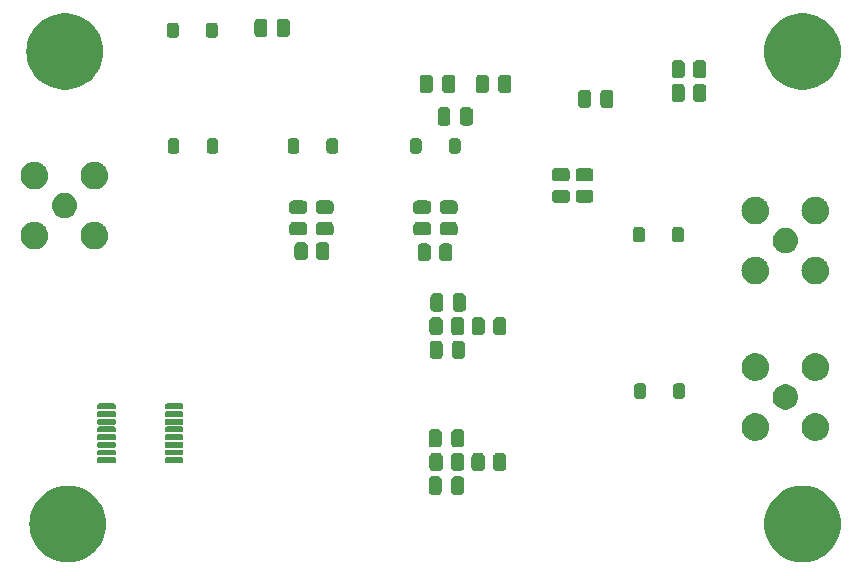
<source format=gbr>
%TF.GenerationSoftware,KiCad,Pcbnew,8.0.8*%
%TF.CreationDate,2025-02-24T20:15:37+01:00*%
%TF.ProjectId,Counter_input_module_1,436f756e-7465-4725-9f69-6e7075745f6d,rev?*%
%TF.SameCoordinates,Original*%
%TF.FileFunction,Soldermask,Bot*%
%TF.FilePolarity,Negative*%
%FSLAX46Y46*%
G04 Gerber Fmt 4.6, Leading zero omitted, Abs format (unit mm)*
G04 Created by KiCad (PCBNEW 8.0.8) date 2025-02-24 20:15:37*
%MOMM*%
%LPD*%
G01*
G04 APERTURE LIST*
G04 APERTURE END LIST*
G36*
X56025791Y-141792814D02*
G01*
X56369467Y-141868463D01*
X56702949Y-141980826D01*
X57022327Y-142128586D01*
X57323858Y-142310011D01*
X57604005Y-142522973D01*
X57859485Y-142764977D01*
X58087302Y-143033184D01*
X58284786Y-143324450D01*
X58449620Y-143635360D01*
X58579873Y-143962270D01*
X58674017Y-144301346D01*
X58730948Y-144648613D01*
X58750000Y-145000000D01*
X58730948Y-145351387D01*
X58674017Y-145698654D01*
X58579873Y-146037730D01*
X58449620Y-146364640D01*
X58284786Y-146675550D01*
X58087302Y-146966816D01*
X57859485Y-147235023D01*
X57604005Y-147477027D01*
X57323858Y-147689989D01*
X57022327Y-147871414D01*
X56702949Y-148019174D01*
X56369467Y-148131537D01*
X56025791Y-148207186D01*
X55675951Y-148245234D01*
X55324049Y-148245234D01*
X54974209Y-148207186D01*
X54630533Y-148131537D01*
X54297051Y-148019174D01*
X53977673Y-147871414D01*
X53676142Y-147689989D01*
X53395995Y-147477027D01*
X53140515Y-147235023D01*
X52912698Y-146966816D01*
X52715214Y-146675550D01*
X52550380Y-146364640D01*
X52420127Y-146037730D01*
X52325983Y-145698654D01*
X52269052Y-145351387D01*
X52250000Y-145000000D01*
X52269052Y-144648613D01*
X52325983Y-144301346D01*
X52420127Y-143962270D01*
X52550380Y-143635360D01*
X52715214Y-143324450D01*
X52912698Y-143033184D01*
X53140515Y-142764977D01*
X53395995Y-142522973D01*
X53676142Y-142310011D01*
X53977673Y-142128586D01*
X54297051Y-141980826D01*
X54630533Y-141868463D01*
X54974209Y-141792814D01*
X55324049Y-141754766D01*
X55675951Y-141754766D01*
X56025791Y-141792814D01*
G37*
G36*
X118225791Y-141792814D02*
G01*
X118569467Y-141868463D01*
X118902949Y-141980826D01*
X119222327Y-142128586D01*
X119523858Y-142310011D01*
X119804005Y-142522973D01*
X120059485Y-142764977D01*
X120287302Y-143033184D01*
X120484786Y-143324450D01*
X120649620Y-143635360D01*
X120779873Y-143962270D01*
X120874017Y-144301346D01*
X120930948Y-144648613D01*
X120950000Y-145000000D01*
X120930948Y-145351387D01*
X120874017Y-145698654D01*
X120779873Y-146037730D01*
X120649620Y-146364640D01*
X120484786Y-146675550D01*
X120287302Y-146966816D01*
X120059485Y-147235023D01*
X119804005Y-147477027D01*
X119523858Y-147689989D01*
X119222327Y-147871414D01*
X118902949Y-148019174D01*
X118569467Y-148131537D01*
X118225791Y-148207186D01*
X117875951Y-148245234D01*
X117524049Y-148245234D01*
X117174209Y-148207186D01*
X116830533Y-148131537D01*
X116497051Y-148019174D01*
X116177673Y-147871414D01*
X115876142Y-147689989D01*
X115595995Y-147477027D01*
X115340515Y-147235023D01*
X115112698Y-146966816D01*
X114915214Y-146675550D01*
X114750380Y-146364640D01*
X114620127Y-146037730D01*
X114525983Y-145698654D01*
X114469052Y-145351387D01*
X114450000Y-145000000D01*
X114469052Y-144648613D01*
X114525983Y-144301346D01*
X114620127Y-143962270D01*
X114750380Y-143635360D01*
X114915214Y-143324450D01*
X115112698Y-143033184D01*
X115340515Y-142764977D01*
X115595995Y-142522973D01*
X115876142Y-142310011D01*
X116177673Y-142128586D01*
X116497051Y-141980826D01*
X116830533Y-141868463D01*
X117174209Y-141792814D01*
X117524049Y-141754766D01*
X117875951Y-141754766D01*
X118225791Y-141792814D01*
G37*
G36*
X86918685Y-140982969D02*
G01*
X86927358Y-140986798D01*
X86934925Y-140987901D01*
X86982223Y-141011023D01*
X87019541Y-141027501D01*
X87022996Y-141030956D01*
X87023920Y-141031408D01*
X87093591Y-141101079D01*
X87094042Y-141102002D01*
X87097499Y-141105459D01*
X87113978Y-141142782D01*
X87137098Y-141190073D01*
X87138200Y-141197639D01*
X87142031Y-141206315D01*
X87150000Y-141275000D01*
X87150000Y-142225000D01*
X87142031Y-142293685D01*
X87138199Y-142302361D01*
X87137098Y-142309925D01*
X87113985Y-142357202D01*
X87097499Y-142394541D01*
X87094041Y-142397998D01*
X87093591Y-142398920D01*
X87023920Y-142468591D01*
X87022998Y-142469041D01*
X87019541Y-142472499D01*
X86982207Y-142488983D01*
X86934926Y-142512098D01*
X86927361Y-142513200D01*
X86918685Y-142517031D01*
X86850000Y-142525000D01*
X86350000Y-142525000D01*
X86281315Y-142517031D01*
X86272638Y-142513200D01*
X86265074Y-142512098D01*
X86217787Y-142488981D01*
X86180459Y-142472499D01*
X86177002Y-142469042D01*
X86176079Y-142468591D01*
X86106408Y-142398920D01*
X86105956Y-142397996D01*
X86102501Y-142394541D01*
X86086025Y-142357228D01*
X86062901Y-142309926D01*
X86061798Y-142302357D01*
X86057969Y-142293685D01*
X86050000Y-142225000D01*
X86050000Y-141275000D01*
X86057969Y-141206315D01*
X86061798Y-141197642D01*
X86062901Y-141190074D01*
X86086028Y-141142766D01*
X86102501Y-141105459D01*
X86105955Y-141102004D01*
X86106408Y-141101079D01*
X86176079Y-141031408D01*
X86177004Y-141030955D01*
X86180459Y-141027501D01*
X86217761Y-141011030D01*
X86265073Y-140987901D01*
X86272642Y-140986798D01*
X86281315Y-140982969D01*
X86350000Y-140975000D01*
X86850000Y-140975000D01*
X86918685Y-140982969D01*
G37*
G36*
X88818685Y-140982969D02*
G01*
X88827358Y-140986798D01*
X88834925Y-140987901D01*
X88882223Y-141011023D01*
X88919541Y-141027501D01*
X88922996Y-141030956D01*
X88923920Y-141031408D01*
X88993591Y-141101079D01*
X88994042Y-141102002D01*
X88997499Y-141105459D01*
X89013978Y-141142782D01*
X89037098Y-141190073D01*
X89038200Y-141197639D01*
X89042031Y-141206315D01*
X89050000Y-141275000D01*
X89050000Y-142225000D01*
X89042031Y-142293685D01*
X89038199Y-142302361D01*
X89037098Y-142309925D01*
X89013985Y-142357202D01*
X88997499Y-142394541D01*
X88994041Y-142397998D01*
X88993591Y-142398920D01*
X88923920Y-142468591D01*
X88922998Y-142469041D01*
X88919541Y-142472499D01*
X88882207Y-142488983D01*
X88834926Y-142512098D01*
X88827361Y-142513200D01*
X88818685Y-142517031D01*
X88750000Y-142525000D01*
X88250000Y-142525000D01*
X88181315Y-142517031D01*
X88172638Y-142513200D01*
X88165074Y-142512098D01*
X88117787Y-142488981D01*
X88080459Y-142472499D01*
X88077002Y-142469042D01*
X88076079Y-142468591D01*
X88006408Y-142398920D01*
X88005956Y-142397996D01*
X88002501Y-142394541D01*
X87986025Y-142357228D01*
X87962901Y-142309926D01*
X87961798Y-142302357D01*
X87957969Y-142293685D01*
X87950000Y-142225000D01*
X87950000Y-141275000D01*
X87957969Y-141206315D01*
X87961798Y-141197642D01*
X87962901Y-141190074D01*
X87986028Y-141142766D01*
X88002501Y-141105459D01*
X88005955Y-141102004D01*
X88006408Y-141101079D01*
X88076079Y-141031408D01*
X88077004Y-141030955D01*
X88080459Y-141027501D01*
X88117761Y-141011030D01*
X88165073Y-140987901D01*
X88172642Y-140986798D01*
X88181315Y-140982969D01*
X88250000Y-140975000D01*
X88750000Y-140975000D01*
X88818685Y-140982969D01*
G37*
G36*
X87006185Y-139007969D02*
G01*
X87014858Y-139011798D01*
X87022425Y-139012901D01*
X87069723Y-139036023D01*
X87107041Y-139052501D01*
X87110496Y-139055956D01*
X87111420Y-139056408D01*
X87181091Y-139126079D01*
X87181542Y-139127002D01*
X87184999Y-139130459D01*
X87201478Y-139167782D01*
X87224598Y-139215073D01*
X87225700Y-139222639D01*
X87229531Y-139231315D01*
X87237500Y-139300000D01*
X87237500Y-140200000D01*
X87229531Y-140268685D01*
X87225699Y-140277361D01*
X87224598Y-140284925D01*
X87201485Y-140332202D01*
X87184999Y-140369541D01*
X87181541Y-140372998D01*
X87181091Y-140373920D01*
X87111420Y-140443591D01*
X87110498Y-140444041D01*
X87107041Y-140447499D01*
X87069707Y-140463983D01*
X87022426Y-140487098D01*
X87014861Y-140488200D01*
X87006185Y-140492031D01*
X86937500Y-140500000D01*
X86412500Y-140500000D01*
X86343815Y-140492031D01*
X86335138Y-140488200D01*
X86327574Y-140487098D01*
X86280287Y-140463981D01*
X86242959Y-140447499D01*
X86239502Y-140444042D01*
X86238579Y-140443591D01*
X86168908Y-140373920D01*
X86168456Y-140372996D01*
X86165001Y-140369541D01*
X86148525Y-140332228D01*
X86125401Y-140284926D01*
X86124298Y-140277357D01*
X86120469Y-140268685D01*
X86112500Y-140200000D01*
X86112500Y-139300000D01*
X86120469Y-139231315D01*
X86124298Y-139222642D01*
X86125401Y-139215074D01*
X86148528Y-139167766D01*
X86165001Y-139130459D01*
X86168455Y-139127004D01*
X86168908Y-139126079D01*
X86238579Y-139056408D01*
X86239504Y-139055955D01*
X86242959Y-139052501D01*
X86280261Y-139036030D01*
X86327573Y-139012901D01*
X86335142Y-139011798D01*
X86343815Y-139007969D01*
X86412500Y-139000000D01*
X86937500Y-139000000D01*
X87006185Y-139007969D01*
G37*
G36*
X88831185Y-139007969D02*
G01*
X88839858Y-139011798D01*
X88847425Y-139012901D01*
X88894723Y-139036023D01*
X88932041Y-139052501D01*
X88935496Y-139055956D01*
X88936420Y-139056408D01*
X89006091Y-139126079D01*
X89006542Y-139127002D01*
X89009999Y-139130459D01*
X89026478Y-139167782D01*
X89049598Y-139215073D01*
X89050700Y-139222639D01*
X89054531Y-139231315D01*
X89062500Y-139300000D01*
X89062500Y-140200000D01*
X89054531Y-140268685D01*
X89050699Y-140277361D01*
X89049598Y-140284925D01*
X89026485Y-140332202D01*
X89009999Y-140369541D01*
X89006541Y-140372998D01*
X89006091Y-140373920D01*
X88936420Y-140443591D01*
X88935498Y-140444041D01*
X88932041Y-140447499D01*
X88894707Y-140463983D01*
X88847426Y-140487098D01*
X88839861Y-140488200D01*
X88831185Y-140492031D01*
X88762500Y-140500000D01*
X88237500Y-140500000D01*
X88168815Y-140492031D01*
X88160138Y-140488200D01*
X88152574Y-140487098D01*
X88105287Y-140463981D01*
X88067959Y-140447499D01*
X88064502Y-140444042D01*
X88063579Y-140443591D01*
X87993908Y-140373920D01*
X87993456Y-140372996D01*
X87990001Y-140369541D01*
X87973525Y-140332228D01*
X87950401Y-140284926D01*
X87949298Y-140277357D01*
X87945469Y-140268685D01*
X87937500Y-140200000D01*
X87937500Y-139300000D01*
X87945469Y-139231315D01*
X87949298Y-139222642D01*
X87950401Y-139215074D01*
X87973528Y-139167766D01*
X87990001Y-139130459D01*
X87993455Y-139127004D01*
X87993908Y-139126079D01*
X88063579Y-139056408D01*
X88064504Y-139055955D01*
X88067959Y-139052501D01*
X88105261Y-139036030D01*
X88152573Y-139012901D01*
X88160142Y-139011798D01*
X88168815Y-139007969D01*
X88237500Y-139000000D01*
X88762500Y-139000000D01*
X88831185Y-139007969D01*
G37*
G36*
X90568685Y-139007969D02*
G01*
X90577358Y-139011798D01*
X90584925Y-139012901D01*
X90632223Y-139036023D01*
X90669541Y-139052501D01*
X90672996Y-139055956D01*
X90673920Y-139056408D01*
X90743591Y-139126079D01*
X90744042Y-139127002D01*
X90747499Y-139130459D01*
X90763978Y-139167782D01*
X90787098Y-139215073D01*
X90788200Y-139222639D01*
X90792031Y-139231315D01*
X90800000Y-139300000D01*
X90800000Y-140200000D01*
X90792031Y-140268685D01*
X90788199Y-140277361D01*
X90787098Y-140284925D01*
X90763985Y-140332202D01*
X90747499Y-140369541D01*
X90744041Y-140372998D01*
X90743591Y-140373920D01*
X90673920Y-140443591D01*
X90672998Y-140444041D01*
X90669541Y-140447499D01*
X90632207Y-140463983D01*
X90584926Y-140487098D01*
X90577361Y-140488200D01*
X90568685Y-140492031D01*
X90500000Y-140500000D01*
X89975000Y-140500000D01*
X89906315Y-140492031D01*
X89897638Y-140488200D01*
X89890074Y-140487098D01*
X89842787Y-140463981D01*
X89805459Y-140447499D01*
X89802002Y-140444042D01*
X89801079Y-140443591D01*
X89731408Y-140373920D01*
X89730956Y-140372996D01*
X89727501Y-140369541D01*
X89711025Y-140332228D01*
X89687901Y-140284926D01*
X89686798Y-140277357D01*
X89682969Y-140268685D01*
X89675000Y-140200000D01*
X89675000Y-139300000D01*
X89682969Y-139231315D01*
X89686798Y-139222642D01*
X89687901Y-139215074D01*
X89711028Y-139167766D01*
X89727501Y-139130459D01*
X89730955Y-139127004D01*
X89731408Y-139126079D01*
X89801079Y-139056408D01*
X89802004Y-139055955D01*
X89805459Y-139052501D01*
X89842761Y-139036030D01*
X89890073Y-139012901D01*
X89897642Y-139011798D01*
X89906315Y-139007969D01*
X89975000Y-139000000D01*
X90500000Y-139000000D01*
X90568685Y-139007969D01*
G37*
G36*
X92393685Y-139007969D02*
G01*
X92402358Y-139011798D01*
X92409925Y-139012901D01*
X92457223Y-139036023D01*
X92494541Y-139052501D01*
X92497996Y-139055956D01*
X92498920Y-139056408D01*
X92568591Y-139126079D01*
X92569042Y-139127002D01*
X92572499Y-139130459D01*
X92588978Y-139167782D01*
X92612098Y-139215073D01*
X92613200Y-139222639D01*
X92617031Y-139231315D01*
X92625000Y-139300000D01*
X92625000Y-140200000D01*
X92617031Y-140268685D01*
X92613199Y-140277361D01*
X92612098Y-140284925D01*
X92588985Y-140332202D01*
X92572499Y-140369541D01*
X92569041Y-140372998D01*
X92568591Y-140373920D01*
X92498920Y-140443591D01*
X92497998Y-140444041D01*
X92494541Y-140447499D01*
X92457207Y-140463983D01*
X92409926Y-140487098D01*
X92402361Y-140488200D01*
X92393685Y-140492031D01*
X92325000Y-140500000D01*
X91800000Y-140500000D01*
X91731315Y-140492031D01*
X91722638Y-140488200D01*
X91715074Y-140487098D01*
X91667787Y-140463981D01*
X91630459Y-140447499D01*
X91627002Y-140444042D01*
X91626079Y-140443591D01*
X91556408Y-140373920D01*
X91555956Y-140372996D01*
X91552501Y-140369541D01*
X91536025Y-140332228D01*
X91512901Y-140284926D01*
X91511798Y-140277357D01*
X91507969Y-140268685D01*
X91500000Y-140200000D01*
X91500000Y-139300000D01*
X91507969Y-139231315D01*
X91511798Y-139222642D01*
X91512901Y-139215074D01*
X91536028Y-139167766D01*
X91552501Y-139130459D01*
X91555955Y-139127004D01*
X91556408Y-139126079D01*
X91626079Y-139056408D01*
X91627004Y-139055955D01*
X91630459Y-139052501D01*
X91667761Y-139036030D01*
X91715073Y-139012901D01*
X91722642Y-139011798D01*
X91731315Y-139007969D01*
X91800000Y-139000000D01*
X92325000Y-139000000D01*
X92393685Y-139007969D01*
G37*
G36*
X59469903Y-139361418D02*
G01*
X59518566Y-139393934D01*
X59551082Y-139442597D01*
X59562500Y-139500000D01*
X59562500Y-139700000D01*
X59551082Y-139757403D01*
X59518566Y-139806066D01*
X59469903Y-139838582D01*
X59412500Y-139850000D01*
X58137500Y-139850000D01*
X58080097Y-139838582D01*
X58031434Y-139806066D01*
X57998918Y-139757403D01*
X57987500Y-139700000D01*
X57987500Y-139500000D01*
X57998918Y-139442597D01*
X58031434Y-139393934D01*
X58080097Y-139361418D01*
X58137500Y-139350000D01*
X59412500Y-139350000D01*
X59469903Y-139361418D01*
G37*
G36*
X65194903Y-139361418D02*
G01*
X65243566Y-139393934D01*
X65276082Y-139442597D01*
X65287500Y-139500000D01*
X65287500Y-139700000D01*
X65276082Y-139757403D01*
X65243566Y-139806066D01*
X65194903Y-139838582D01*
X65137500Y-139850000D01*
X63862500Y-139850000D01*
X63805097Y-139838582D01*
X63756434Y-139806066D01*
X63723918Y-139757403D01*
X63712500Y-139700000D01*
X63712500Y-139500000D01*
X63723918Y-139442597D01*
X63756434Y-139393934D01*
X63805097Y-139361418D01*
X63862500Y-139350000D01*
X65137500Y-139350000D01*
X65194903Y-139361418D01*
G37*
G36*
X59469903Y-138711418D02*
G01*
X59518566Y-138743934D01*
X59551082Y-138792597D01*
X59562500Y-138850000D01*
X59562500Y-139050000D01*
X59551082Y-139107403D01*
X59518566Y-139156066D01*
X59469903Y-139188582D01*
X59412500Y-139200000D01*
X58137500Y-139200000D01*
X58080097Y-139188582D01*
X58031434Y-139156066D01*
X57998918Y-139107403D01*
X57987500Y-139050000D01*
X57987500Y-138850000D01*
X57998918Y-138792597D01*
X58031434Y-138743934D01*
X58080097Y-138711418D01*
X58137500Y-138700000D01*
X59412500Y-138700000D01*
X59469903Y-138711418D01*
G37*
G36*
X65194903Y-138711418D02*
G01*
X65243566Y-138743934D01*
X65276082Y-138792597D01*
X65287500Y-138850000D01*
X65287500Y-139050000D01*
X65276082Y-139107403D01*
X65243566Y-139156066D01*
X65194903Y-139188582D01*
X65137500Y-139200000D01*
X63862500Y-139200000D01*
X63805097Y-139188582D01*
X63756434Y-139156066D01*
X63723918Y-139107403D01*
X63712500Y-139050000D01*
X63712500Y-138850000D01*
X63723918Y-138792597D01*
X63756434Y-138743934D01*
X63805097Y-138711418D01*
X63862500Y-138700000D01*
X65137500Y-138700000D01*
X65194903Y-138711418D01*
G37*
G36*
X59469903Y-138061418D02*
G01*
X59518566Y-138093934D01*
X59551082Y-138142597D01*
X59562500Y-138200000D01*
X59562500Y-138400000D01*
X59551082Y-138457403D01*
X59518566Y-138506066D01*
X59469903Y-138538582D01*
X59412500Y-138550000D01*
X58137500Y-138550000D01*
X58080097Y-138538582D01*
X58031434Y-138506066D01*
X57998918Y-138457403D01*
X57987500Y-138400000D01*
X57987500Y-138200000D01*
X57998918Y-138142597D01*
X58031434Y-138093934D01*
X58080097Y-138061418D01*
X58137500Y-138050000D01*
X59412500Y-138050000D01*
X59469903Y-138061418D01*
G37*
G36*
X65194903Y-138061418D02*
G01*
X65243566Y-138093934D01*
X65276082Y-138142597D01*
X65287500Y-138200000D01*
X65287500Y-138400000D01*
X65276082Y-138457403D01*
X65243566Y-138506066D01*
X65194903Y-138538582D01*
X65137500Y-138550000D01*
X63862500Y-138550000D01*
X63805097Y-138538582D01*
X63756434Y-138506066D01*
X63723918Y-138457403D01*
X63712500Y-138400000D01*
X63712500Y-138200000D01*
X63723918Y-138142597D01*
X63756434Y-138093934D01*
X63805097Y-138061418D01*
X63862500Y-138050000D01*
X65137500Y-138050000D01*
X65194903Y-138061418D01*
G37*
G36*
X86918685Y-136982969D02*
G01*
X86927358Y-136986798D01*
X86934925Y-136987901D01*
X86982223Y-137011023D01*
X87019541Y-137027501D01*
X87022996Y-137030956D01*
X87023920Y-137031408D01*
X87093591Y-137101079D01*
X87094042Y-137102002D01*
X87097499Y-137105459D01*
X87113978Y-137142782D01*
X87137098Y-137190073D01*
X87138200Y-137197639D01*
X87142031Y-137206315D01*
X87150000Y-137275000D01*
X87150000Y-138225000D01*
X87142031Y-138293685D01*
X87138199Y-138302361D01*
X87137098Y-138309925D01*
X87113985Y-138357202D01*
X87097499Y-138394541D01*
X87094041Y-138397998D01*
X87093591Y-138398920D01*
X87023920Y-138468591D01*
X87022998Y-138469041D01*
X87019541Y-138472499D01*
X86982207Y-138488983D01*
X86934926Y-138512098D01*
X86927361Y-138513200D01*
X86918685Y-138517031D01*
X86850000Y-138525000D01*
X86350000Y-138525000D01*
X86281315Y-138517031D01*
X86272638Y-138513200D01*
X86265074Y-138512098D01*
X86217787Y-138488981D01*
X86180459Y-138472499D01*
X86177002Y-138469042D01*
X86176079Y-138468591D01*
X86106408Y-138398920D01*
X86105956Y-138397996D01*
X86102501Y-138394541D01*
X86086025Y-138357228D01*
X86062901Y-138309926D01*
X86061798Y-138302357D01*
X86057969Y-138293685D01*
X86050000Y-138225000D01*
X86050000Y-137275000D01*
X86057969Y-137206315D01*
X86061798Y-137197642D01*
X86062901Y-137190074D01*
X86086028Y-137142766D01*
X86102501Y-137105459D01*
X86105955Y-137102004D01*
X86106408Y-137101079D01*
X86176079Y-137031408D01*
X86177004Y-137030955D01*
X86180459Y-137027501D01*
X86217761Y-137011030D01*
X86265073Y-136987901D01*
X86272642Y-136986798D01*
X86281315Y-136982969D01*
X86350000Y-136975000D01*
X86850000Y-136975000D01*
X86918685Y-136982969D01*
G37*
G36*
X88818685Y-136982969D02*
G01*
X88827358Y-136986798D01*
X88834925Y-136987901D01*
X88882223Y-137011023D01*
X88919541Y-137027501D01*
X88922996Y-137030956D01*
X88923920Y-137031408D01*
X88993591Y-137101079D01*
X88994042Y-137102002D01*
X88997499Y-137105459D01*
X89013978Y-137142782D01*
X89037098Y-137190073D01*
X89038200Y-137197639D01*
X89042031Y-137206315D01*
X89050000Y-137275000D01*
X89050000Y-138225000D01*
X89042031Y-138293685D01*
X89038199Y-138302361D01*
X89037098Y-138309925D01*
X89013985Y-138357202D01*
X88997499Y-138394541D01*
X88994041Y-138397998D01*
X88993591Y-138398920D01*
X88923920Y-138468591D01*
X88922998Y-138469041D01*
X88919541Y-138472499D01*
X88882207Y-138488983D01*
X88834926Y-138512098D01*
X88827361Y-138513200D01*
X88818685Y-138517031D01*
X88750000Y-138525000D01*
X88250000Y-138525000D01*
X88181315Y-138517031D01*
X88172638Y-138513200D01*
X88165074Y-138512098D01*
X88117787Y-138488981D01*
X88080459Y-138472499D01*
X88077002Y-138469042D01*
X88076079Y-138468591D01*
X88006408Y-138398920D01*
X88005956Y-138397996D01*
X88002501Y-138394541D01*
X87986025Y-138357228D01*
X87962901Y-138309926D01*
X87961798Y-138302357D01*
X87957969Y-138293685D01*
X87950000Y-138225000D01*
X87950000Y-137275000D01*
X87957969Y-137206315D01*
X87961798Y-137197642D01*
X87962901Y-137190074D01*
X87986028Y-137142766D01*
X88002501Y-137105459D01*
X88005955Y-137102004D01*
X88006408Y-137101079D01*
X88076079Y-137031408D01*
X88077004Y-137030955D01*
X88080459Y-137027501D01*
X88117761Y-137011030D01*
X88165073Y-136987901D01*
X88172642Y-136986798D01*
X88181315Y-136982969D01*
X88250000Y-136975000D01*
X88750000Y-136975000D01*
X88818685Y-136982969D01*
G37*
G36*
X113765105Y-135620012D02*
G01*
X113818415Y-135620012D01*
X113865314Y-135628779D01*
X113914006Y-135633039D01*
X113973778Y-135649054D01*
X114031554Y-135659855D01*
X114070736Y-135675034D01*
X114111807Y-135686039D01*
X114173980Y-135715030D01*
X114233743Y-135738183D01*
X114264591Y-135757283D01*
X114297403Y-135772584D01*
X114359300Y-135815925D01*
X114418096Y-135852330D01*
X114440631Y-135872873D01*
X114465150Y-135890042D01*
X114523805Y-135948697D01*
X114578335Y-135998408D01*
X114593199Y-136018091D01*
X114609957Y-136034849D01*
X114662224Y-136109494D01*
X114709005Y-136171442D01*
X114717387Y-136188275D01*
X114727415Y-136202597D01*
X114770118Y-136294173D01*
X114805655Y-136365541D01*
X114809188Y-136377958D01*
X114813960Y-136388192D01*
X114844030Y-136500417D01*
X114864993Y-136574094D01*
X114865638Y-136581061D01*
X114866960Y-136585993D01*
X114881564Y-136752920D01*
X114885000Y-136790000D01*
X114881563Y-136827082D01*
X114866960Y-136994006D01*
X114865638Y-136998936D01*
X114864993Y-137005906D01*
X114844025Y-137079598D01*
X114813960Y-137191807D01*
X114809188Y-137202038D01*
X114805655Y-137214459D01*
X114770114Y-137285833D01*
X114727415Y-137377403D01*
X114717387Y-137391723D01*
X114709005Y-137408558D01*
X114662219Y-137470512D01*
X114609957Y-137545150D01*
X114593202Y-137561904D01*
X114578335Y-137581592D01*
X114523794Y-137631312D01*
X114465150Y-137689957D01*
X114440636Y-137707121D01*
X114418096Y-137727670D01*
X114359288Y-137764082D01*
X114297403Y-137807415D01*
X114264598Y-137822712D01*
X114233743Y-137841817D01*
X114173967Y-137864973D01*
X114111807Y-137893960D01*
X114070745Y-137904962D01*
X114031554Y-137920145D01*
X113973765Y-137930947D01*
X113914006Y-137946960D01*
X113865324Y-137951219D01*
X113818415Y-137959988D01*
X113765094Y-137959988D01*
X113710000Y-137964808D01*
X113654906Y-137959988D01*
X113601585Y-137959988D01*
X113554676Y-137951219D01*
X113505993Y-137946960D01*
X113446230Y-137930946D01*
X113388446Y-137920145D01*
X113349257Y-137904963D01*
X113308192Y-137893960D01*
X113246026Y-137864971D01*
X113186257Y-137841817D01*
X113155404Y-137822713D01*
X113122596Y-137807415D01*
X113060702Y-137764076D01*
X113001904Y-137727670D01*
X112979367Y-137707124D01*
X112954849Y-137689957D01*
X112896194Y-137631302D01*
X112841665Y-137581592D01*
X112826800Y-137561908D01*
X112810042Y-137545150D01*
X112757767Y-137470494D01*
X112710995Y-137408558D01*
X112702614Y-137391728D01*
X112692584Y-137377403D01*
X112649869Y-137285802D01*
X112614345Y-137214459D01*
X112610812Y-137202044D01*
X112606039Y-137191807D01*
X112575957Y-137079538D01*
X112555007Y-137005906D01*
X112554361Y-136998942D01*
X112553039Y-136994006D01*
X112538418Y-136826888D01*
X112535000Y-136790000D01*
X112538418Y-136753114D01*
X112553039Y-136585993D01*
X112554361Y-136581055D01*
X112555007Y-136574094D01*
X112575952Y-136500477D01*
X112606039Y-136388192D01*
X112610813Y-136377953D01*
X112614345Y-136365541D01*
X112649866Y-136294204D01*
X112692584Y-136202597D01*
X112702615Y-136188270D01*
X112710995Y-136171442D01*
X112757761Y-136109513D01*
X112810042Y-136034849D01*
X112826804Y-136018086D01*
X112841665Y-135998408D01*
X112896183Y-135948707D01*
X112954849Y-135890042D01*
X112979371Y-135872871D01*
X113001904Y-135852330D01*
X113060696Y-135815927D01*
X113122597Y-135772584D01*
X113155408Y-135757283D01*
X113186257Y-135738183D01*
X113246015Y-135715032D01*
X113308192Y-135686039D01*
X113349265Y-135675033D01*
X113388446Y-135659855D01*
X113446218Y-135649055D01*
X113505993Y-135633039D01*
X113554686Y-135628778D01*
X113601585Y-135620012D01*
X113654895Y-135620012D01*
X113710000Y-135615191D01*
X113765105Y-135620012D01*
G37*
G36*
X118845105Y-135620012D02*
G01*
X118898415Y-135620012D01*
X118945314Y-135628779D01*
X118994006Y-135633039D01*
X119053778Y-135649054D01*
X119111554Y-135659855D01*
X119150736Y-135675034D01*
X119191807Y-135686039D01*
X119253980Y-135715030D01*
X119313743Y-135738183D01*
X119344591Y-135757283D01*
X119377403Y-135772584D01*
X119439300Y-135815925D01*
X119498096Y-135852330D01*
X119520631Y-135872873D01*
X119545150Y-135890042D01*
X119603805Y-135948697D01*
X119658335Y-135998408D01*
X119673199Y-136018091D01*
X119689957Y-136034849D01*
X119742224Y-136109494D01*
X119789005Y-136171442D01*
X119797387Y-136188275D01*
X119807415Y-136202597D01*
X119850118Y-136294173D01*
X119885655Y-136365541D01*
X119889188Y-136377958D01*
X119893960Y-136388192D01*
X119924030Y-136500417D01*
X119944993Y-136574094D01*
X119945638Y-136581061D01*
X119946960Y-136585993D01*
X119961564Y-136752920D01*
X119965000Y-136790000D01*
X119961563Y-136827082D01*
X119946960Y-136994006D01*
X119945638Y-136998936D01*
X119944993Y-137005906D01*
X119924025Y-137079598D01*
X119893960Y-137191807D01*
X119889188Y-137202038D01*
X119885655Y-137214459D01*
X119850114Y-137285833D01*
X119807415Y-137377403D01*
X119797387Y-137391723D01*
X119789005Y-137408558D01*
X119742219Y-137470512D01*
X119689957Y-137545150D01*
X119673202Y-137561904D01*
X119658335Y-137581592D01*
X119603794Y-137631312D01*
X119545150Y-137689957D01*
X119520636Y-137707121D01*
X119498096Y-137727670D01*
X119439288Y-137764082D01*
X119377403Y-137807415D01*
X119344598Y-137822712D01*
X119313743Y-137841817D01*
X119253967Y-137864973D01*
X119191807Y-137893960D01*
X119150745Y-137904962D01*
X119111554Y-137920145D01*
X119053765Y-137930947D01*
X118994006Y-137946960D01*
X118945324Y-137951219D01*
X118898415Y-137959988D01*
X118845094Y-137959988D01*
X118790000Y-137964808D01*
X118734906Y-137959988D01*
X118681585Y-137959988D01*
X118634676Y-137951219D01*
X118585993Y-137946960D01*
X118526230Y-137930946D01*
X118468446Y-137920145D01*
X118429257Y-137904963D01*
X118388192Y-137893960D01*
X118326026Y-137864971D01*
X118266257Y-137841817D01*
X118235404Y-137822713D01*
X118202596Y-137807415D01*
X118140702Y-137764076D01*
X118081904Y-137727670D01*
X118059367Y-137707124D01*
X118034849Y-137689957D01*
X117976194Y-137631302D01*
X117921665Y-137581592D01*
X117906800Y-137561908D01*
X117890042Y-137545150D01*
X117837767Y-137470494D01*
X117790995Y-137408558D01*
X117782614Y-137391728D01*
X117772584Y-137377403D01*
X117729869Y-137285802D01*
X117694345Y-137214459D01*
X117690812Y-137202044D01*
X117686039Y-137191807D01*
X117655957Y-137079538D01*
X117635007Y-137005906D01*
X117634361Y-136998942D01*
X117633039Y-136994006D01*
X117618418Y-136826888D01*
X117615000Y-136790000D01*
X117618418Y-136753114D01*
X117633039Y-136585993D01*
X117634361Y-136581055D01*
X117635007Y-136574094D01*
X117655952Y-136500477D01*
X117686039Y-136388192D01*
X117690813Y-136377953D01*
X117694345Y-136365541D01*
X117729866Y-136294204D01*
X117772584Y-136202597D01*
X117782615Y-136188270D01*
X117790995Y-136171442D01*
X117837761Y-136109513D01*
X117890042Y-136034849D01*
X117906804Y-136018086D01*
X117921665Y-135998408D01*
X117976183Y-135948707D01*
X118034849Y-135890042D01*
X118059371Y-135872871D01*
X118081904Y-135852330D01*
X118140696Y-135815927D01*
X118202597Y-135772584D01*
X118235408Y-135757283D01*
X118266257Y-135738183D01*
X118326015Y-135715032D01*
X118388192Y-135686039D01*
X118429265Y-135675033D01*
X118468446Y-135659855D01*
X118526218Y-135649055D01*
X118585993Y-135633039D01*
X118634686Y-135628778D01*
X118681585Y-135620012D01*
X118734895Y-135620012D01*
X118790000Y-135615191D01*
X118845105Y-135620012D01*
G37*
G36*
X59469903Y-137411418D02*
G01*
X59518566Y-137443934D01*
X59551082Y-137492597D01*
X59562500Y-137550000D01*
X59562500Y-137750000D01*
X59551082Y-137807403D01*
X59518566Y-137856066D01*
X59469903Y-137888582D01*
X59412500Y-137900000D01*
X58137500Y-137900000D01*
X58080097Y-137888582D01*
X58031434Y-137856066D01*
X57998918Y-137807403D01*
X57987500Y-137750000D01*
X57987500Y-137550000D01*
X57998918Y-137492597D01*
X58031434Y-137443934D01*
X58080097Y-137411418D01*
X58137500Y-137400000D01*
X59412500Y-137400000D01*
X59469903Y-137411418D01*
G37*
G36*
X65194903Y-137411418D02*
G01*
X65243566Y-137443934D01*
X65276082Y-137492597D01*
X65287500Y-137550000D01*
X65287500Y-137750000D01*
X65276082Y-137807403D01*
X65243566Y-137856066D01*
X65194903Y-137888582D01*
X65137500Y-137900000D01*
X63862500Y-137900000D01*
X63805097Y-137888582D01*
X63756434Y-137856066D01*
X63723918Y-137807403D01*
X63712500Y-137750000D01*
X63712500Y-137550000D01*
X63723918Y-137492597D01*
X63756434Y-137443934D01*
X63805097Y-137411418D01*
X63862500Y-137400000D01*
X65137500Y-137400000D01*
X65194903Y-137411418D01*
G37*
G36*
X59469903Y-136761418D02*
G01*
X59518566Y-136793934D01*
X59551082Y-136842597D01*
X59562500Y-136900000D01*
X59562500Y-137100000D01*
X59551082Y-137157403D01*
X59518566Y-137206066D01*
X59469903Y-137238582D01*
X59412500Y-137250000D01*
X58137500Y-137250000D01*
X58080097Y-137238582D01*
X58031434Y-137206066D01*
X57998918Y-137157403D01*
X57987500Y-137100000D01*
X57987500Y-136900000D01*
X57998918Y-136842597D01*
X58031434Y-136793934D01*
X58080097Y-136761418D01*
X58137500Y-136750000D01*
X59412500Y-136750000D01*
X59469903Y-136761418D01*
G37*
G36*
X65194903Y-136761418D02*
G01*
X65243566Y-136793934D01*
X65276082Y-136842597D01*
X65287500Y-136900000D01*
X65287500Y-137100000D01*
X65276082Y-137157403D01*
X65243566Y-137206066D01*
X65194903Y-137238582D01*
X65137500Y-137250000D01*
X63862500Y-137250000D01*
X63805097Y-137238582D01*
X63756434Y-137206066D01*
X63723918Y-137157403D01*
X63712500Y-137100000D01*
X63712500Y-136900000D01*
X63723918Y-136842597D01*
X63756434Y-136793934D01*
X63805097Y-136761418D01*
X63862500Y-136750000D01*
X65137500Y-136750000D01*
X65194903Y-136761418D01*
G37*
G36*
X59469903Y-136111418D02*
G01*
X59518566Y-136143934D01*
X59551082Y-136192597D01*
X59562500Y-136250000D01*
X59562500Y-136450000D01*
X59551082Y-136507403D01*
X59518566Y-136556066D01*
X59469903Y-136588582D01*
X59412500Y-136600000D01*
X58137500Y-136600000D01*
X58080097Y-136588582D01*
X58031434Y-136556066D01*
X57998918Y-136507403D01*
X57987500Y-136450000D01*
X57987500Y-136250000D01*
X57998918Y-136192597D01*
X58031434Y-136143934D01*
X58080097Y-136111418D01*
X58137500Y-136100000D01*
X59412500Y-136100000D01*
X59469903Y-136111418D01*
G37*
G36*
X65194903Y-136111418D02*
G01*
X65243566Y-136143934D01*
X65276082Y-136192597D01*
X65287500Y-136250000D01*
X65287500Y-136450000D01*
X65276082Y-136507403D01*
X65243566Y-136556066D01*
X65194903Y-136588582D01*
X65137500Y-136600000D01*
X63862500Y-136600000D01*
X63805097Y-136588582D01*
X63756434Y-136556066D01*
X63723918Y-136507403D01*
X63712500Y-136450000D01*
X63712500Y-136250000D01*
X63723918Y-136192597D01*
X63756434Y-136143934D01*
X63805097Y-136111418D01*
X63862500Y-136100000D01*
X65137500Y-136100000D01*
X65194903Y-136111418D01*
G37*
G36*
X59469903Y-135461418D02*
G01*
X59518566Y-135493934D01*
X59551082Y-135542597D01*
X59562500Y-135600000D01*
X59562500Y-135800000D01*
X59551082Y-135857403D01*
X59518566Y-135906066D01*
X59469903Y-135938582D01*
X59412500Y-135950000D01*
X58137500Y-135950000D01*
X58080097Y-135938582D01*
X58031434Y-135906066D01*
X57998918Y-135857403D01*
X57987500Y-135800000D01*
X57987500Y-135600000D01*
X57998918Y-135542597D01*
X58031434Y-135493934D01*
X58080097Y-135461418D01*
X58137500Y-135450000D01*
X59412500Y-135450000D01*
X59469903Y-135461418D01*
G37*
G36*
X65194903Y-135461418D02*
G01*
X65243566Y-135493934D01*
X65276082Y-135542597D01*
X65287500Y-135600000D01*
X65287500Y-135800000D01*
X65276082Y-135857403D01*
X65243566Y-135906066D01*
X65194903Y-135938582D01*
X65137500Y-135950000D01*
X63862500Y-135950000D01*
X63805097Y-135938582D01*
X63756434Y-135906066D01*
X63723918Y-135857403D01*
X63712500Y-135800000D01*
X63712500Y-135600000D01*
X63723918Y-135542597D01*
X63756434Y-135493934D01*
X63805097Y-135461418D01*
X63862500Y-135450000D01*
X65137500Y-135450000D01*
X65194903Y-135461418D01*
G37*
G36*
X116544188Y-133216037D02*
G01*
X116729169Y-133287699D01*
X116897832Y-133392131D01*
X117044435Y-133525777D01*
X117163983Y-133684085D01*
X117252408Y-133861665D01*
X117306696Y-134052469D01*
X117325000Y-134250000D01*
X117306696Y-134447531D01*
X117252408Y-134638335D01*
X117163983Y-134815915D01*
X117044435Y-134974223D01*
X116897832Y-135107869D01*
X116729169Y-135212301D01*
X116544188Y-135283963D01*
X116349188Y-135320414D01*
X116150812Y-135320414D01*
X115955812Y-135283963D01*
X115770831Y-135212301D01*
X115602168Y-135107869D01*
X115455565Y-134974223D01*
X115336017Y-134815915D01*
X115247592Y-134638335D01*
X115193304Y-134447531D01*
X115175000Y-134250000D01*
X115193304Y-134052469D01*
X115247592Y-133861665D01*
X115336017Y-133684085D01*
X115455565Y-133525777D01*
X115602168Y-133392131D01*
X115770831Y-133287699D01*
X115955812Y-133216037D01*
X116150812Y-133179586D01*
X116349188Y-133179586D01*
X116544188Y-133216037D01*
G37*
G36*
X59469903Y-134811418D02*
G01*
X59518566Y-134843934D01*
X59551082Y-134892597D01*
X59562500Y-134950000D01*
X59562500Y-135150000D01*
X59551082Y-135207403D01*
X59518566Y-135256066D01*
X59469903Y-135288582D01*
X59412500Y-135300000D01*
X58137500Y-135300000D01*
X58080097Y-135288582D01*
X58031434Y-135256066D01*
X57998918Y-135207403D01*
X57987500Y-135150000D01*
X57987500Y-134950000D01*
X57998918Y-134892597D01*
X58031434Y-134843934D01*
X58080097Y-134811418D01*
X58137500Y-134800000D01*
X59412500Y-134800000D01*
X59469903Y-134811418D01*
G37*
G36*
X65194903Y-134811418D02*
G01*
X65243566Y-134843934D01*
X65276082Y-134892597D01*
X65287500Y-134950000D01*
X65287500Y-135150000D01*
X65276082Y-135207403D01*
X65243566Y-135256066D01*
X65194903Y-135288582D01*
X65137500Y-135300000D01*
X63862500Y-135300000D01*
X63805097Y-135288582D01*
X63756434Y-135256066D01*
X63723918Y-135207403D01*
X63712500Y-135150000D01*
X63712500Y-134950000D01*
X63723918Y-134892597D01*
X63756434Y-134843934D01*
X63805097Y-134811418D01*
X63862500Y-134800000D01*
X65137500Y-134800000D01*
X65194903Y-134811418D01*
G37*
G36*
X104181409Y-133101275D02*
G01*
X104244958Y-133109641D01*
X104260943Y-133117095D01*
X104280238Y-133120933D01*
X104305792Y-133138008D01*
X104332290Y-133150364D01*
X104348412Y-133166486D01*
X104369454Y-133180546D01*
X104383513Y-133201587D01*
X104399635Y-133217709D01*
X104411990Y-133244204D01*
X104429067Y-133269762D01*
X104432905Y-133289058D01*
X104440358Y-133305041D01*
X104448722Y-133368577D01*
X104450000Y-133375000D01*
X104450000Y-134125000D01*
X104448722Y-134131424D01*
X104440358Y-134194958D01*
X104432905Y-134210939D01*
X104429067Y-134230238D01*
X104411988Y-134255797D01*
X104399635Y-134282290D01*
X104383516Y-134298408D01*
X104369454Y-134319454D01*
X104348408Y-134333516D01*
X104332290Y-134349635D01*
X104305797Y-134361988D01*
X104280238Y-134379067D01*
X104260939Y-134382905D01*
X104244958Y-134390358D01*
X104181424Y-134398722D01*
X104175000Y-134400000D01*
X103725000Y-134400000D01*
X103718577Y-134398722D01*
X103655041Y-134390358D01*
X103639058Y-134382905D01*
X103619762Y-134379067D01*
X103594204Y-134361990D01*
X103567709Y-134349635D01*
X103551587Y-134333513D01*
X103530546Y-134319454D01*
X103516486Y-134298412D01*
X103500364Y-134282290D01*
X103488008Y-134255792D01*
X103470933Y-134230238D01*
X103467095Y-134210943D01*
X103459641Y-134194958D01*
X103451275Y-134131409D01*
X103450000Y-134125000D01*
X103450000Y-133375000D01*
X103451274Y-133368592D01*
X103459641Y-133305041D01*
X103467095Y-133289054D01*
X103470933Y-133269762D01*
X103488006Y-133244209D01*
X103500364Y-133217709D01*
X103516488Y-133201584D01*
X103530546Y-133180546D01*
X103551584Y-133166488D01*
X103567709Y-133150364D01*
X103594209Y-133138006D01*
X103619762Y-133120933D01*
X103639054Y-133117095D01*
X103655041Y-133109641D01*
X103718592Y-133101274D01*
X103725000Y-133100000D01*
X104175000Y-133100000D01*
X104181409Y-133101275D01*
G37*
G36*
X107481409Y-133101275D02*
G01*
X107544958Y-133109641D01*
X107560943Y-133117095D01*
X107580238Y-133120933D01*
X107605792Y-133138008D01*
X107632290Y-133150364D01*
X107648412Y-133166486D01*
X107669454Y-133180546D01*
X107683513Y-133201587D01*
X107699635Y-133217709D01*
X107711990Y-133244204D01*
X107729067Y-133269762D01*
X107732905Y-133289058D01*
X107740358Y-133305041D01*
X107748722Y-133368577D01*
X107750000Y-133375000D01*
X107750000Y-134125000D01*
X107748722Y-134131424D01*
X107740358Y-134194958D01*
X107732905Y-134210939D01*
X107729067Y-134230238D01*
X107711988Y-134255797D01*
X107699635Y-134282290D01*
X107683516Y-134298408D01*
X107669454Y-134319454D01*
X107648408Y-134333516D01*
X107632290Y-134349635D01*
X107605797Y-134361988D01*
X107580238Y-134379067D01*
X107560939Y-134382905D01*
X107544958Y-134390358D01*
X107481424Y-134398722D01*
X107475000Y-134400000D01*
X107025000Y-134400000D01*
X107018577Y-134398722D01*
X106955041Y-134390358D01*
X106939058Y-134382905D01*
X106919762Y-134379067D01*
X106894204Y-134361990D01*
X106867709Y-134349635D01*
X106851587Y-134333513D01*
X106830546Y-134319454D01*
X106816486Y-134298412D01*
X106800364Y-134282290D01*
X106788008Y-134255792D01*
X106770933Y-134230238D01*
X106767095Y-134210943D01*
X106759641Y-134194958D01*
X106751275Y-134131409D01*
X106750000Y-134125000D01*
X106750000Y-133375000D01*
X106751274Y-133368592D01*
X106759641Y-133305041D01*
X106767095Y-133289054D01*
X106770933Y-133269762D01*
X106788006Y-133244209D01*
X106800364Y-133217709D01*
X106816488Y-133201584D01*
X106830546Y-133180546D01*
X106851584Y-133166488D01*
X106867709Y-133150364D01*
X106894209Y-133138006D01*
X106919762Y-133120933D01*
X106939054Y-133117095D01*
X106955041Y-133109641D01*
X107018592Y-133101274D01*
X107025000Y-133100000D01*
X107475000Y-133100000D01*
X107481409Y-133101275D01*
G37*
G36*
X113765105Y-130540012D02*
G01*
X113818415Y-130540012D01*
X113865314Y-130548779D01*
X113914006Y-130553039D01*
X113973778Y-130569054D01*
X114031554Y-130579855D01*
X114070736Y-130595034D01*
X114111807Y-130606039D01*
X114173980Y-130635030D01*
X114233743Y-130658183D01*
X114264591Y-130677283D01*
X114297403Y-130692584D01*
X114359300Y-130735925D01*
X114418096Y-130772330D01*
X114440631Y-130792873D01*
X114465150Y-130810042D01*
X114523805Y-130868697D01*
X114578335Y-130918408D01*
X114593199Y-130938091D01*
X114609957Y-130954849D01*
X114662224Y-131029494D01*
X114709005Y-131091442D01*
X114717387Y-131108275D01*
X114727415Y-131122597D01*
X114770118Y-131214173D01*
X114805655Y-131285541D01*
X114809188Y-131297958D01*
X114813960Y-131308192D01*
X114844030Y-131420417D01*
X114864993Y-131494094D01*
X114865638Y-131501061D01*
X114866960Y-131505993D01*
X114881564Y-131672920D01*
X114885000Y-131710000D01*
X114881563Y-131747082D01*
X114866960Y-131914006D01*
X114865638Y-131918936D01*
X114864993Y-131925906D01*
X114844025Y-131999598D01*
X114813960Y-132111807D01*
X114809188Y-132122038D01*
X114805655Y-132134459D01*
X114770114Y-132205833D01*
X114727415Y-132297403D01*
X114717387Y-132311723D01*
X114709005Y-132328558D01*
X114662219Y-132390512D01*
X114609957Y-132465150D01*
X114593202Y-132481904D01*
X114578335Y-132501592D01*
X114523794Y-132551312D01*
X114465150Y-132609957D01*
X114440636Y-132627121D01*
X114418096Y-132647670D01*
X114359288Y-132684082D01*
X114297403Y-132727415D01*
X114264598Y-132742712D01*
X114233743Y-132761817D01*
X114173967Y-132784973D01*
X114111807Y-132813960D01*
X114070745Y-132824962D01*
X114031554Y-132840145D01*
X113973765Y-132850947D01*
X113914006Y-132866960D01*
X113865324Y-132871219D01*
X113818415Y-132879988D01*
X113765094Y-132879988D01*
X113710000Y-132884808D01*
X113654906Y-132879988D01*
X113601585Y-132879988D01*
X113554676Y-132871219D01*
X113505993Y-132866960D01*
X113446230Y-132850946D01*
X113388446Y-132840145D01*
X113349257Y-132824963D01*
X113308192Y-132813960D01*
X113246026Y-132784971D01*
X113186257Y-132761817D01*
X113155404Y-132742713D01*
X113122596Y-132727415D01*
X113060702Y-132684076D01*
X113001904Y-132647670D01*
X112979367Y-132627124D01*
X112954849Y-132609957D01*
X112896194Y-132551302D01*
X112841665Y-132501592D01*
X112826800Y-132481908D01*
X112810042Y-132465150D01*
X112757767Y-132390494D01*
X112710995Y-132328558D01*
X112702614Y-132311728D01*
X112692584Y-132297403D01*
X112649869Y-132205802D01*
X112614345Y-132134459D01*
X112610812Y-132122044D01*
X112606039Y-132111807D01*
X112575957Y-131999538D01*
X112555007Y-131925906D01*
X112554361Y-131918942D01*
X112553039Y-131914006D01*
X112538418Y-131746888D01*
X112535000Y-131710000D01*
X112538418Y-131673114D01*
X112553039Y-131505993D01*
X112554361Y-131501055D01*
X112555007Y-131494094D01*
X112575952Y-131420477D01*
X112606039Y-131308192D01*
X112610813Y-131297953D01*
X112614345Y-131285541D01*
X112649866Y-131214204D01*
X112692584Y-131122597D01*
X112702615Y-131108270D01*
X112710995Y-131091442D01*
X112757761Y-131029513D01*
X112810042Y-130954849D01*
X112826804Y-130938086D01*
X112841665Y-130918408D01*
X112896183Y-130868707D01*
X112954849Y-130810042D01*
X112979371Y-130792871D01*
X113001904Y-130772330D01*
X113060696Y-130735927D01*
X113122597Y-130692584D01*
X113155408Y-130677283D01*
X113186257Y-130658183D01*
X113246015Y-130635032D01*
X113308192Y-130606039D01*
X113349265Y-130595033D01*
X113388446Y-130579855D01*
X113446218Y-130569055D01*
X113505993Y-130553039D01*
X113554686Y-130548778D01*
X113601585Y-130540012D01*
X113654895Y-130540012D01*
X113710000Y-130535191D01*
X113765105Y-130540012D01*
G37*
G36*
X118845105Y-130540012D02*
G01*
X118898415Y-130540012D01*
X118945314Y-130548779D01*
X118994006Y-130553039D01*
X119053778Y-130569054D01*
X119111554Y-130579855D01*
X119150736Y-130595034D01*
X119191807Y-130606039D01*
X119253980Y-130635030D01*
X119313743Y-130658183D01*
X119344591Y-130677283D01*
X119377403Y-130692584D01*
X119439300Y-130735925D01*
X119498096Y-130772330D01*
X119520631Y-130792873D01*
X119545150Y-130810042D01*
X119603805Y-130868697D01*
X119658335Y-130918408D01*
X119673199Y-130938091D01*
X119689957Y-130954849D01*
X119742224Y-131029494D01*
X119789005Y-131091442D01*
X119797387Y-131108275D01*
X119807415Y-131122597D01*
X119850118Y-131214173D01*
X119885655Y-131285541D01*
X119889188Y-131297958D01*
X119893960Y-131308192D01*
X119924030Y-131420417D01*
X119944993Y-131494094D01*
X119945638Y-131501061D01*
X119946960Y-131505993D01*
X119961564Y-131672920D01*
X119965000Y-131710000D01*
X119961563Y-131747082D01*
X119946960Y-131914006D01*
X119945638Y-131918936D01*
X119944993Y-131925906D01*
X119924025Y-131999598D01*
X119893960Y-132111807D01*
X119889188Y-132122038D01*
X119885655Y-132134459D01*
X119850114Y-132205833D01*
X119807415Y-132297403D01*
X119797387Y-132311723D01*
X119789005Y-132328558D01*
X119742219Y-132390512D01*
X119689957Y-132465150D01*
X119673202Y-132481904D01*
X119658335Y-132501592D01*
X119603794Y-132551312D01*
X119545150Y-132609957D01*
X119520636Y-132627121D01*
X119498096Y-132647670D01*
X119439288Y-132684082D01*
X119377403Y-132727415D01*
X119344598Y-132742712D01*
X119313743Y-132761817D01*
X119253967Y-132784973D01*
X119191807Y-132813960D01*
X119150745Y-132824962D01*
X119111554Y-132840145D01*
X119053765Y-132850947D01*
X118994006Y-132866960D01*
X118945324Y-132871219D01*
X118898415Y-132879988D01*
X118845094Y-132879988D01*
X118790000Y-132884808D01*
X118734906Y-132879988D01*
X118681585Y-132879988D01*
X118634676Y-132871219D01*
X118585993Y-132866960D01*
X118526230Y-132850946D01*
X118468446Y-132840145D01*
X118429257Y-132824963D01*
X118388192Y-132813960D01*
X118326026Y-132784971D01*
X118266257Y-132761817D01*
X118235404Y-132742713D01*
X118202596Y-132727415D01*
X118140702Y-132684076D01*
X118081904Y-132647670D01*
X118059367Y-132627124D01*
X118034849Y-132609957D01*
X117976194Y-132551302D01*
X117921665Y-132501592D01*
X117906800Y-132481908D01*
X117890042Y-132465150D01*
X117837767Y-132390494D01*
X117790995Y-132328558D01*
X117782614Y-132311728D01*
X117772584Y-132297403D01*
X117729869Y-132205802D01*
X117694345Y-132134459D01*
X117690812Y-132122044D01*
X117686039Y-132111807D01*
X117655957Y-131999538D01*
X117635007Y-131925906D01*
X117634361Y-131918942D01*
X117633039Y-131914006D01*
X117618418Y-131746888D01*
X117615000Y-131710000D01*
X117618418Y-131673114D01*
X117633039Y-131505993D01*
X117634361Y-131501055D01*
X117635007Y-131494094D01*
X117655952Y-131420477D01*
X117686039Y-131308192D01*
X117690813Y-131297953D01*
X117694345Y-131285541D01*
X117729866Y-131214204D01*
X117772584Y-131122597D01*
X117782615Y-131108270D01*
X117790995Y-131091442D01*
X117837761Y-131029513D01*
X117890042Y-130954849D01*
X117906804Y-130938086D01*
X117921665Y-130918408D01*
X117976183Y-130868707D01*
X118034849Y-130810042D01*
X118059371Y-130792871D01*
X118081904Y-130772330D01*
X118140696Y-130735927D01*
X118202597Y-130692584D01*
X118235408Y-130677283D01*
X118266257Y-130658183D01*
X118326015Y-130635032D01*
X118388192Y-130606039D01*
X118429265Y-130595033D01*
X118468446Y-130579855D01*
X118526218Y-130569055D01*
X118585993Y-130553039D01*
X118634686Y-130548778D01*
X118681585Y-130540012D01*
X118734895Y-130540012D01*
X118790000Y-130535191D01*
X118845105Y-130540012D01*
G37*
G36*
X86993685Y-129482969D02*
G01*
X87002358Y-129486798D01*
X87009925Y-129487901D01*
X87057223Y-129511023D01*
X87094541Y-129527501D01*
X87097996Y-129530956D01*
X87098920Y-129531408D01*
X87168591Y-129601079D01*
X87169042Y-129602002D01*
X87172499Y-129605459D01*
X87188978Y-129642782D01*
X87212098Y-129690073D01*
X87213200Y-129697639D01*
X87217031Y-129706315D01*
X87225000Y-129775000D01*
X87225000Y-130725000D01*
X87217031Y-130793685D01*
X87213199Y-130802361D01*
X87212098Y-130809925D01*
X87188985Y-130857202D01*
X87172499Y-130894541D01*
X87169041Y-130897998D01*
X87168591Y-130898920D01*
X87098920Y-130968591D01*
X87097998Y-130969041D01*
X87094541Y-130972499D01*
X87057207Y-130988983D01*
X87009926Y-131012098D01*
X87002361Y-131013200D01*
X86993685Y-131017031D01*
X86925000Y-131025000D01*
X86425000Y-131025000D01*
X86356315Y-131017031D01*
X86347638Y-131013200D01*
X86340074Y-131012098D01*
X86292787Y-130988981D01*
X86255459Y-130972499D01*
X86252002Y-130969042D01*
X86251079Y-130968591D01*
X86181408Y-130898920D01*
X86180956Y-130897996D01*
X86177501Y-130894541D01*
X86161025Y-130857228D01*
X86137901Y-130809926D01*
X86136798Y-130802357D01*
X86132969Y-130793685D01*
X86125000Y-130725000D01*
X86125000Y-129775000D01*
X86132969Y-129706315D01*
X86136798Y-129697642D01*
X86137901Y-129690074D01*
X86161028Y-129642766D01*
X86177501Y-129605459D01*
X86180955Y-129602004D01*
X86181408Y-129601079D01*
X86251079Y-129531408D01*
X86252004Y-129530955D01*
X86255459Y-129527501D01*
X86292761Y-129511030D01*
X86340073Y-129487901D01*
X86347642Y-129486798D01*
X86356315Y-129482969D01*
X86425000Y-129475000D01*
X86925000Y-129475000D01*
X86993685Y-129482969D01*
G37*
G36*
X88893685Y-129482969D02*
G01*
X88902358Y-129486798D01*
X88909925Y-129487901D01*
X88957223Y-129511023D01*
X88994541Y-129527501D01*
X88997996Y-129530956D01*
X88998920Y-129531408D01*
X89068591Y-129601079D01*
X89069042Y-129602002D01*
X89072499Y-129605459D01*
X89088978Y-129642782D01*
X89112098Y-129690073D01*
X89113200Y-129697639D01*
X89117031Y-129706315D01*
X89125000Y-129775000D01*
X89125000Y-130725000D01*
X89117031Y-130793685D01*
X89113199Y-130802361D01*
X89112098Y-130809925D01*
X89088985Y-130857202D01*
X89072499Y-130894541D01*
X89069041Y-130897998D01*
X89068591Y-130898920D01*
X88998920Y-130968591D01*
X88997998Y-130969041D01*
X88994541Y-130972499D01*
X88957207Y-130988983D01*
X88909926Y-131012098D01*
X88902361Y-131013200D01*
X88893685Y-131017031D01*
X88825000Y-131025000D01*
X88325000Y-131025000D01*
X88256315Y-131017031D01*
X88247638Y-131013200D01*
X88240074Y-131012098D01*
X88192787Y-130988981D01*
X88155459Y-130972499D01*
X88152002Y-130969042D01*
X88151079Y-130968591D01*
X88081408Y-130898920D01*
X88080956Y-130897996D01*
X88077501Y-130894541D01*
X88061025Y-130857228D01*
X88037901Y-130809926D01*
X88036798Y-130802357D01*
X88032969Y-130793685D01*
X88025000Y-130725000D01*
X88025000Y-129775000D01*
X88032969Y-129706315D01*
X88036798Y-129697642D01*
X88037901Y-129690074D01*
X88061028Y-129642766D01*
X88077501Y-129605459D01*
X88080955Y-129602004D01*
X88081408Y-129601079D01*
X88151079Y-129531408D01*
X88152004Y-129530955D01*
X88155459Y-129527501D01*
X88192761Y-129511030D01*
X88240073Y-129487901D01*
X88247642Y-129486798D01*
X88256315Y-129482969D01*
X88325000Y-129475000D01*
X88825000Y-129475000D01*
X88893685Y-129482969D01*
G37*
G36*
X87006185Y-127507969D02*
G01*
X87014858Y-127511798D01*
X87022425Y-127512901D01*
X87069723Y-127536023D01*
X87107041Y-127552501D01*
X87110496Y-127555956D01*
X87111420Y-127556408D01*
X87181091Y-127626079D01*
X87181542Y-127627002D01*
X87184999Y-127630459D01*
X87201478Y-127667782D01*
X87224598Y-127715073D01*
X87225700Y-127722639D01*
X87229531Y-127731315D01*
X87237500Y-127800000D01*
X87237500Y-128700000D01*
X87229531Y-128768685D01*
X87225699Y-128777361D01*
X87224598Y-128784925D01*
X87201485Y-128832202D01*
X87184999Y-128869541D01*
X87181541Y-128872998D01*
X87181091Y-128873920D01*
X87111420Y-128943591D01*
X87110498Y-128944041D01*
X87107041Y-128947499D01*
X87069707Y-128963983D01*
X87022426Y-128987098D01*
X87014861Y-128988200D01*
X87006185Y-128992031D01*
X86937500Y-129000000D01*
X86412500Y-129000000D01*
X86343815Y-128992031D01*
X86335138Y-128988200D01*
X86327574Y-128987098D01*
X86280287Y-128963981D01*
X86242959Y-128947499D01*
X86239502Y-128944042D01*
X86238579Y-128943591D01*
X86168908Y-128873920D01*
X86168456Y-128872996D01*
X86165001Y-128869541D01*
X86148525Y-128832228D01*
X86125401Y-128784926D01*
X86124298Y-128777357D01*
X86120469Y-128768685D01*
X86112500Y-128700000D01*
X86112500Y-127800000D01*
X86120469Y-127731315D01*
X86124298Y-127722642D01*
X86125401Y-127715074D01*
X86148528Y-127667766D01*
X86165001Y-127630459D01*
X86168455Y-127627004D01*
X86168908Y-127626079D01*
X86238579Y-127556408D01*
X86239504Y-127555955D01*
X86242959Y-127552501D01*
X86280261Y-127536030D01*
X86327573Y-127512901D01*
X86335142Y-127511798D01*
X86343815Y-127507969D01*
X86412500Y-127500000D01*
X86937500Y-127500000D01*
X87006185Y-127507969D01*
G37*
G36*
X88831185Y-127507969D02*
G01*
X88839858Y-127511798D01*
X88847425Y-127512901D01*
X88894723Y-127536023D01*
X88932041Y-127552501D01*
X88935496Y-127555956D01*
X88936420Y-127556408D01*
X89006091Y-127626079D01*
X89006542Y-127627002D01*
X89009999Y-127630459D01*
X89026478Y-127667782D01*
X89049598Y-127715073D01*
X89050700Y-127722639D01*
X89054531Y-127731315D01*
X89062500Y-127800000D01*
X89062500Y-128700000D01*
X89054531Y-128768685D01*
X89050699Y-128777361D01*
X89049598Y-128784925D01*
X89026485Y-128832202D01*
X89009999Y-128869541D01*
X89006541Y-128872998D01*
X89006091Y-128873920D01*
X88936420Y-128943591D01*
X88935498Y-128944041D01*
X88932041Y-128947499D01*
X88894707Y-128963983D01*
X88847426Y-128987098D01*
X88839861Y-128988200D01*
X88831185Y-128992031D01*
X88762500Y-129000000D01*
X88237500Y-129000000D01*
X88168815Y-128992031D01*
X88160138Y-128988200D01*
X88152574Y-128987098D01*
X88105287Y-128963981D01*
X88067959Y-128947499D01*
X88064502Y-128944042D01*
X88063579Y-128943591D01*
X87993908Y-128873920D01*
X87993456Y-128872996D01*
X87990001Y-128869541D01*
X87973525Y-128832228D01*
X87950401Y-128784926D01*
X87949298Y-128777357D01*
X87945469Y-128768685D01*
X87937500Y-128700000D01*
X87937500Y-127800000D01*
X87945469Y-127731315D01*
X87949298Y-127722642D01*
X87950401Y-127715074D01*
X87973528Y-127667766D01*
X87990001Y-127630459D01*
X87993455Y-127627004D01*
X87993908Y-127626079D01*
X88063579Y-127556408D01*
X88064504Y-127555955D01*
X88067959Y-127552501D01*
X88105261Y-127536030D01*
X88152573Y-127512901D01*
X88160142Y-127511798D01*
X88168815Y-127507969D01*
X88237500Y-127500000D01*
X88762500Y-127500000D01*
X88831185Y-127507969D01*
G37*
G36*
X90581185Y-127507969D02*
G01*
X90589858Y-127511798D01*
X90597425Y-127512901D01*
X90644723Y-127536023D01*
X90682041Y-127552501D01*
X90685496Y-127555956D01*
X90686420Y-127556408D01*
X90756091Y-127626079D01*
X90756542Y-127627002D01*
X90759999Y-127630459D01*
X90776478Y-127667782D01*
X90799598Y-127715073D01*
X90800700Y-127722639D01*
X90804531Y-127731315D01*
X90812500Y-127800000D01*
X90812500Y-128700000D01*
X90804531Y-128768685D01*
X90800699Y-128777361D01*
X90799598Y-128784925D01*
X90776485Y-128832202D01*
X90759999Y-128869541D01*
X90756541Y-128872998D01*
X90756091Y-128873920D01*
X90686420Y-128943591D01*
X90685498Y-128944041D01*
X90682041Y-128947499D01*
X90644707Y-128963983D01*
X90597426Y-128987098D01*
X90589861Y-128988200D01*
X90581185Y-128992031D01*
X90512500Y-129000000D01*
X89987500Y-129000000D01*
X89918815Y-128992031D01*
X89910138Y-128988200D01*
X89902574Y-128987098D01*
X89855287Y-128963981D01*
X89817959Y-128947499D01*
X89814502Y-128944042D01*
X89813579Y-128943591D01*
X89743908Y-128873920D01*
X89743456Y-128872996D01*
X89740001Y-128869541D01*
X89723525Y-128832228D01*
X89700401Y-128784926D01*
X89699298Y-128777357D01*
X89695469Y-128768685D01*
X89687500Y-128700000D01*
X89687500Y-127800000D01*
X89695469Y-127731315D01*
X89699298Y-127722642D01*
X89700401Y-127715074D01*
X89723528Y-127667766D01*
X89740001Y-127630459D01*
X89743455Y-127627004D01*
X89743908Y-127626079D01*
X89813579Y-127556408D01*
X89814504Y-127555955D01*
X89817959Y-127552501D01*
X89855261Y-127536030D01*
X89902573Y-127512901D01*
X89910142Y-127511798D01*
X89918815Y-127507969D01*
X89987500Y-127500000D01*
X90512500Y-127500000D01*
X90581185Y-127507969D01*
G37*
G36*
X92406185Y-127507969D02*
G01*
X92414858Y-127511798D01*
X92422425Y-127512901D01*
X92469723Y-127536023D01*
X92507041Y-127552501D01*
X92510496Y-127555956D01*
X92511420Y-127556408D01*
X92581091Y-127626079D01*
X92581542Y-127627002D01*
X92584999Y-127630459D01*
X92601478Y-127667782D01*
X92624598Y-127715073D01*
X92625700Y-127722639D01*
X92629531Y-127731315D01*
X92637500Y-127800000D01*
X92637500Y-128700000D01*
X92629531Y-128768685D01*
X92625699Y-128777361D01*
X92624598Y-128784925D01*
X92601485Y-128832202D01*
X92584999Y-128869541D01*
X92581541Y-128872998D01*
X92581091Y-128873920D01*
X92511420Y-128943591D01*
X92510498Y-128944041D01*
X92507041Y-128947499D01*
X92469707Y-128963983D01*
X92422426Y-128987098D01*
X92414861Y-128988200D01*
X92406185Y-128992031D01*
X92337500Y-129000000D01*
X91812500Y-129000000D01*
X91743815Y-128992031D01*
X91735138Y-128988200D01*
X91727574Y-128987098D01*
X91680287Y-128963981D01*
X91642959Y-128947499D01*
X91639502Y-128944042D01*
X91638579Y-128943591D01*
X91568908Y-128873920D01*
X91568456Y-128872996D01*
X91565001Y-128869541D01*
X91548525Y-128832228D01*
X91525401Y-128784926D01*
X91524298Y-128777357D01*
X91520469Y-128768685D01*
X91512500Y-128700000D01*
X91512500Y-127800000D01*
X91520469Y-127731315D01*
X91524298Y-127722642D01*
X91525401Y-127715074D01*
X91548528Y-127667766D01*
X91565001Y-127630459D01*
X91568455Y-127627004D01*
X91568908Y-127626079D01*
X91638579Y-127556408D01*
X91639504Y-127555955D01*
X91642959Y-127552501D01*
X91680261Y-127536030D01*
X91727573Y-127512901D01*
X91735142Y-127511798D01*
X91743815Y-127507969D01*
X91812500Y-127500000D01*
X92337500Y-127500000D01*
X92406185Y-127507969D01*
G37*
G36*
X87068685Y-125482969D02*
G01*
X87077358Y-125486798D01*
X87084925Y-125487901D01*
X87132223Y-125511023D01*
X87169541Y-125527501D01*
X87172996Y-125530956D01*
X87173920Y-125531408D01*
X87243591Y-125601079D01*
X87244042Y-125602002D01*
X87247499Y-125605459D01*
X87263978Y-125642782D01*
X87287098Y-125690073D01*
X87288200Y-125697639D01*
X87292031Y-125706315D01*
X87300000Y-125775000D01*
X87300000Y-126725000D01*
X87292031Y-126793685D01*
X87288199Y-126802361D01*
X87287098Y-126809925D01*
X87263985Y-126857202D01*
X87247499Y-126894541D01*
X87244041Y-126897998D01*
X87243591Y-126898920D01*
X87173920Y-126968591D01*
X87172998Y-126969041D01*
X87169541Y-126972499D01*
X87132207Y-126988983D01*
X87084926Y-127012098D01*
X87077361Y-127013200D01*
X87068685Y-127017031D01*
X87000000Y-127025000D01*
X86500000Y-127025000D01*
X86431315Y-127017031D01*
X86422638Y-127013200D01*
X86415074Y-127012098D01*
X86367787Y-126988981D01*
X86330459Y-126972499D01*
X86327002Y-126969042D01*
X86326079Y-126968591D01*
X86256408Y-126898920D01*
X86255956Y-126897996D01*
X86252501Y-126894541D01*
X86236025Y-126857228D01*
X86212901Y-126809926D01*
X86211798Y-126802357D01*
X86207969Y-126793685D01*
X86200000Y-126725000D01*
X86200000Y-125775000D01*
X86207969Y-125706315D01*
X86211798Y-125697642D01*
X86212901Y-125690074D01*
X86236028Y-125642766D01*
X86252501Y-125605459D01*
X86255955Y-125602004D01*
X86256408Y-125601079D01*
X86326079Y-125531408D01*
X86327004Y-125530955D01*
X86330459Y-125527501D01*
X86367761Y-125511030D01*
X86415073Y-125487901D01*
X86422642Y-125486798D01*
X86431315Y-125482969D01*
X86500000Y-125475000D01*
X87000000Y-125475000D01*
X87068685Y-125482969D01*
G37*
G36*
X88968685Y-125482969D02*
G01*
X88977358Y-125486798D01*
X88984925Y-125487901D01*
X89032223Y-125511023D01*
X89069541Y-125527501D01*
X89072996Y-125530956D01*
X89073920Y-125531408D01*
X89143591Y-125601079D01*
X89144042Y-125602002D01*
X89147499Y-125605459D01*
X89163978Y-125642782D01*
X89187098Y-125690073D01*
X89188200Y-125697639D01*
X89192031Y-125706315D01*
X89200000Y-125775000D01*
X89200000Y-126725000D01*
X89192031Y-126793685D01*
X89188199Y-126802361D01*
X89187098Y-126809925D01*
X89163985Y-126857202D01*
X89147499Y-126894541D01*
X89144041Y-126897998D01*
X89143591Y-126898920D01*
X89073920Y-126968591D01*
X89072998Y-126969041D01*
X89069541Y-126972499D01*
X89032207Y-126988983D01*
X88984926Y-127012098D01*
X88977361Y-127013200D01*
X88968685Y-127017031D01*
X88900000Y-127025000D01*
X88400000Y-127025000D01*
X88331315Y-127017031D01*
X88322638Y-127013200D01*
X88315074Y-127012098D01*
X88267787Y-126988981D01*
X88230459Y-126972499D01*
X88227002Y-126969042D01*
X88226079Y-126968591D01*
X88156408Y-126898920D01*
X88155956Y-126897996D01*
X88152501Y-126894541D01*
X88136025Y-126857228D01*
X88112901Y-126809926D01*
X88111798Y-126802357D01*
X88107969Y-126793685D01*
X88100000Y-126725000D01*
X88100000Y-125775000D01*
X88107969Y-125706315D01*
X88111798Y-125697642D01*
X88112901Y-125690074D01*
X88136028Y-125642766D01*
X88152501Y-125605459D01*
X88155955Y-125602004D01*
X88156408Y-125601079D01*
X88226079Y-125531408D01*
X88227004Y-125530955D01*
X88230459Y-125527501D01*
X88267761Y-125511030D01*
X88315073Y-125487901D01*
X88322642Y-125486798D01*
X88331315Y-125482969D01*
X88400000Y-125475000D01*
X88900000Y-125475000D01*
X88968685Y-125482969D01*
G37*
G36*
X113765105Y-122370012D02*
G01*
X113818415Y-122370012D01*
X113865314Y-122378779D01*
X113914006Y-122383039D01*
X113973778Y-122399054D01*
X114031554Y-122409855D01*
X114070736Y-122425034D01*
X114111807Y-122436039D01*
X114173980Y-122465030D01*
X114233743Y-122488183D01*
X114264591Y-122507283D01*
X114297403Y-122522584D01*
X114359300Y-122565925D01*
X114418096Y-122602330D01*
X114440631Y-122622873D01*
X114465150Y-122640042D01*
X114523805Y-122698697D01*
X114578335Y-122748408D01*
X114593199Y-122768091D01*
X114609957Y-122784849D01*
X114662224Y-122859494D01*
X114709005Y-122921442D01*
X114717387Y-122938275D01*
X114727415Y-122952597D01*
X114770118Y-123044173D01*
X114805655Y-123115541D01*
X114809188Y-123127958D01*
X114813960Y-123138192D01*
X114844030Y-123250417D01*
X114864993Y-123324094D01*
X114865638Y-123331061D01*
X114866960Y-123335993D01*
X114881564Y-123502920D01*
X114885000Y-123540000D01*
X114881563Y-123577082D01*
X114866960Y-123744006D01*
X114865638Y-123748936D01*
X114864993Y-123755906D01*
X114844025Y-123829598D01*
X114813960Y-123941807D01*
X114809188Y-123952038D01*
X114805655Y-123964459D01*
X114770114Y-124035833D01*
X114727415Y-124127403D01*
X114717387Y-124141723D01*
X114709005Y-124158558D01*
X114662219Y-124220512D01*
X114609957Y-124295150D01*
X114593202Y-124311904D01*
X114578335Y-124331592D01*
X114523794Y-124381312D01*
X114465150Y-124439957D01*
X114440636Y-124457121D01*
X114418096Y-124477670D01*
X114359288Y-124514082D01*
X114297403Y-124557415D01*
X114264598Y-124572712D01*
X114233743Y-124591817D01*
X114173967Y-124614973D01*
X114111807Y-124643960D01*
X114070745Y-124654962D01*
X114031554Y-124670145D01*
X113973765Y-124680947D01*
X113914006Y-124696960D01*
X113865324Y-124701219D01*
X113818415Y-124709988D01*
X113765094Y-124709988D01*
X113710000Y-124714808D01*
X113654906Y-124709988D01*
X113601585Y-124709988D01*
X113554676Y-124701219D01*
X113505993Y-124696960D01*
X113446230Y-124680946D01*
X113388446Y-124670145D01*
X113349257Y-124654963D01*
X113308192Y-124643960D01*
X113246026Y-124614971D01*
X113186257Y-124591817D01*
X113155404Y-124572713D01*
X113122596Y-124557415D01*
X113060702Y-124514076D01*
X113001904Y-124477670D01*
X112979367Y-124457124D01*
X112954849Y-124439957D01*
X112896194Y-124381302D01*
X112841665Y-124331592D01*
X112826800Y-124311908D01*
X112810042Y-124295150D01*
X112757767Y-124220494D01*
X112710995Y-124158558D01*
X112702614Y-124141728D01*
X112692584Y-124127403D01*
X112649869Y-124035802D01*
X112614345Y-123964459D01*
X112610812Y-123952044D01*
X112606039Y-123941807D01*
X112575957Y-123829538D01*
X112555007Y-123755906D01*
X112554361Y-123748942D01*
X112553039Y-123744006D01*
X112538418Y-123576888D01*
X112535000Y-123540000D01*
X112538418Y-123503114D01*
X112553039Y-123335993D01*
X112554361Y-123331055D01*
X112555007Y-123324094D01*
X112575952Y-123250477D01*
X112606039Y-123138192D01*
X112610813Y-123127953D01*
X112614345Y-123115541D01*
X112649866Y-123044204D01*
X112692584Y-122952597D01*
X112702615Y-122938270D01*
X112710995Y-122921442D01*
X112757761Y-122859513D01*
X112810042Y-122784849D01*
X112826804Y-122768086D01*
X112841665Y-122748408D01*
X112896183Y-122698707D01*
X112954849Y-122640042D01*
X112979371Y-122622871D01*
X113001904Y-122602330D01*
X113060696Y-122565927D01*
X113122597Y-122522584D01*
X113155408Y-122507283D01*
X113186257Y-122488183D01*
X113246015Y-122465032D01*
X113308192Y-122436039D01*
X113349265Y-122425033D01*
X113388446Y-122409855D01*
X113446218Y-122399055D01*
X113505993Y-122383039D01*
X113554686Y-122378778D01*
X113601585Y-122370012D01*
X113654895Y-122370012D01*
X113710000Y-122365191D01*
X113765105Y-122370012D01*
G37*
G36*
X118845105Y-122370012D02*
G01*
X118898415Y-122370012D01*
X118945314Y-122378779D01*
X118994006Y-122383039D01*
X119053778Y-122399054D01*
X119111554Y-122409855D01*
X119150736Y-122425034D01*
X119191807Y-122436039D01*
X119253980Y-122465030D01*
X119313743Y-122488183D01*
X119344591Y-122507283D01*
X119377403Y-122522584D01*
X119439300Y-122565925D01*
X119498096Y-122602330D01*
X119520631Y-122622873D01*
X119545150Y-122640042D01*
X119603805Y-122698697D01*
X119658335Y-122748408D01*
X119673199Y-122768091D01*
X119689957Y-122784849D01*
X119742224Y-122859494D01*
X119789005Y-122921442D01*
X119797387Y-122938275D01*
X119807415Y-122952597D01*
X119850118Y-123044173D01*
X119885655Y-123115541D01*
X119889188Y-123127958D01*
X119893960Y-123138192D01*
X119924030Y-123250417D01*
X119944993Y-123324094D01*
X119945638Y-123331061D01*
X119946960Y-123335993D01*
X119961564Y-123502920D01*
X119965000Y-123540000D01*
X119961563Y-123577082D01*
X119946960Y-123744006D01*
X119945638Y-123748936D01*
X119944993Y-123755906D01*
X119924025Y-123829598D01*
X119893960Y-123941807D01*
X119889188Y-123952038D01*
X119885655Y-123964459D01*
X119850114Y-124035833D01*
X119807415Y-124127403D01*
X119797387Y-124141723D01*
X119789005Y-124158558D01*
X119742219Y-124220512D01*
X119689957Y-124295150D01*
X119673202Y-124311904D01*
X119658335Y-124331592D01*
X119603794Y-124381312D01*
X119545150Y-124439957D01*
X119520636Y-124457121D01*
X119498096Y-124477670D01*
X119439288Y-124514082D01*
X119377403Y-124557415D01*
X119344598Y-124572712D01*
X119313743Y-124591817D01*
X119253967Y-124614973D01*
X119191807Y-124643960D01*
X119150745Y-124654962D01*
X119111554Y-124670145D01*
X119053765Y-124680947D01*
X118994006Y-124696960D01*
X118945324Y-124701219D01*
X118898415Y-124709988D01*
X118845094Y-124709988D01*
X118790000Y-124714808D01*
X118734906Y-124709988D01*
X118681585Y-124709988D01*
X118634676Y-124701219D01*
X118585993Y-124696960D01*
X118526230Y-124680946D01*
X118468446Y-124670145D01*
X118429257Y-124654963D01*
X118388192Y-124643960D01*
X118326026Y-124614971D01*
X118266257Y-124591817D01*
X118235404Y-124572713D01*
X118202596Y-124557415D01*
X118140702Y-124514076D01*
X118081904Y-124477670D01*
X118059367Y-124457124D01*
X118034849Y-124439957D01*
X117976194Y-124381302D01*
X117921665Y-124331592D01*
X117906800Y-124311908D01*
X117890042Y-124295150D01*
X117837767Y-124220494D01*
X117790995Y-124158558D01*
X117782614Y-124141728D01*
X117772584Y-124127403D01*
X117729869Y-124035802D01*
X117694345Y-123964459D01*
X117690812Y-123952044D01*
X117686039Y-123941807D01*
X117655957Y-123829538D01*
X117635007Y-123755906D01*
X117634361Y-123748942D01*
X117633039Y-123744006D01*
X117618418Y-123576888D01*
X117615000Y-123540000D01*
X117618418Y-123503114D01*
X117633039Y-123335993D01*
X117634361Y-123331055D01*
X117635007Y-123324094D01*
X117655952Y-123250477D01*
X117686039Y-123138192D01*
X117690813Y-123127953D01*
X117694345Y-123115541D01*
X117729866Y-123044204D01*
X117772584Y-122952597D01*
X117782615Y-122938270D01*
X117790995Y-122921442D01*
X117837761Y-122859513D01*
X117890042Y-122784849D01*
X117906804Y-122768086D01*
X117921665Y-122748408D01*
X117976183Y-122698707D01*
X118034849Y-122640042D01*
X118059371Y-122622871D01*
X118081904Y-122602330D01*
X118140696Y-122565927D01*
X118202597Y-122522584D01*
X118235408Y-122507283D01*
X118266257Y-122488183D01*
X118326015Y-122465032D01*
X118388192Y-122436039D01*
X118429265Y-122425033D01*
X118468446Y-122409855D01*
X118526218Y-122399055D01*
X118585993Y-122383039D01*
X118634686Y-122378778D01*
X118681585Y-122370012D01*
X118734895Y-122370012D01*
X118790000Y-122365191D01*
X118845105Y-122370012D01*
G37*
G36*
X86006185Y-121257969D02*
G01*
X86014858Y-121261798D01*
X86022425Y-121262901D01*
X86069723Y-121286023D01*
X86107041Y-121302501D01*
X86110496Y-121305956D01*
X86111420Y-121306408D01*
X86181091Y-121376079D01*
X86181542Y-121377002D01*
X86184999Y-121380459D01*
X86201478Y-121417782D01*
X86224598Y-121465073D01*
X86225700Y-121472639D01*
X86229531Y-121481315D01*
X86237500Y-121550000D01*
X86237500Y-122450000D01*
X86229531Y-122518685D01*
X86225699Y-122527361D01*
X86224598Y-122534925D01*
X86201485Y-122582202D01*
X86184999Y-122619541D01*
X86181541Y-122622998D01*
X86181091Y-122623920D01*
X86111420Y-122693591D01*
X86110498Y-122694041D01*
X86107041Y-122697499D01*
X86069707Y-122713983D01*
X86022426Y-122737098D01*
X86014861Y-122738200D01*
X86006185Y-122742031D01*
X85937500Y-122750000D01*
X85412500Y-122750000D01*
X85343815Y-122742031D01*
X85335138Y-122738200D01*
X85327574Y-122737098D01*
X85280287Y-122713981D01*
X85242959Y-122697499D01*
X85239502Y-122694042D01*
X85238579Y-122693591D01*
X85168908Y-122623920D01*
X85168456Y-122622996D01*
X85165001Y-122619541D01*
X85148525Y-122582228D01*
X85125401Y-122534926D01*
X85124298Y-122527357D01*
X85120469Y-122518685D01*
X85112500Y-122450000D01*
X85112500Y-121550000D01*
X85120469Y-121481315D01*
X85124298Y-121472642D01*
X85125401Y-121465074D01*
X85148528Y-121417766D01*
X85165001Y-121380459D01*
X85168455Y-121377004D01*
X85168908Y-121376079D01*
X85238579Y-121306408D01*
X85239504Y-121305955D01*
X85242959Y-121302501D01*
X85280261Y-121286030D01*
X85327573Y-121262901D01*
X85335142Y-121261798D01*
X85343815Y-121257969D01*
X85412500Y-121250000D01*
X85937500Y-121250000D01*
X86006185Y-121257969D01*
G37*
G36*
X87831185Y-121257969D02*
G01*
X87839858Y-121261798D01*
X87847425Y-121262901D01*
X87894723Y-121286023D01*
X87932041Y-121302501D01*
X87935496Y-121305956D01*
X87936420Y-121306408D01*
X88006091Y-121376079D01*
X88006542Y-121377002D01*
X88009999Y-121380459D01*
X88026478Y-121417782D01*
X88049598Y-121465073D01*
X88050700Y-121472639D01*
X88054531Y-121481315D01*
X88062500Y-121550000D01*
X88062500Y-122450000D01*
X88054531Y-122518685D01*
X88050699Y-122527361D01*
X88049598Y-122534925D01*
X88026485Y-122582202D01*
X88009999Y-122619541D01*
X88006541Y-122622998D01*
X88006091Y-122623920D01*
X87936420Y-122693591D01*
X87935498Y-122694041D01*
X87932041Y-122697499D01*
X87894707Y-122713983D01*
X87847426Y-122737098D01*
X87839861Y-122738200D01*
X87831185Y-122742031D01*
X87762500Y-122750000D01*
X87237500Y-122750000D01*
X87168815Y-122742031D01*
X87160138Y-122738200D01*
X87152574Y-122737098D01*
X87105287Y-122713981D01*
X87067959Y-122697499D01*
X87064502Y-122694042D01*
X87063579Y-122693591D01*
X86993908Y-122623920D01*
X86993456Y-122622996D01*
X86990001Y-122619541D01*
X86973525Y-122582228D01*
X86950401Y-122534926D01*
X86949298Y-122527357D01*
X86945469Y-122518685D01*
X86937500Y-122450000D01*
X86937500Y-121550000D01*
X86945469Y-121481315D01*
X86949298Y-121472642D01*
X86950401Y-121465074D01*
X86973528Y-121417766D01*
X86990001Y-121380459D01*
X86993455Y-121377004D01*
X86993908Y-121376079D01*
X87063579Y-121306408D01*
X87064504Y-121305955D01*
X87067959Y-121302501D01*
X87105261Y-121286030D01*
X87152573Y-121262901D01*
X87160142Y-121261798D01*
X87168815Y-121257969D01*
X87237500Y-121250000D01*
X87762500Y-121250000D01*
X87831185Y-121257969D01*
G37*
G36*
X75581185Y-121157969D02*
G01*
X75589858Y-121161798D01*
X75597425Y-121162901D01*
X75644723Y-121186023D01*
X75682041Y-121202501D01*
X75685496Y-121205956D01*
X75686420Y-121206408D01*
X75756091Y-121276079D01*
X75756542Y-121277002D01*
X75759999Y-121280459D01*
X75776478Y-121317782D01*
X75799598Y-121365073D01*
X75800700Y-121372639D01*
X75804531Y-121381315D01*
X75812500Y-121450000D01*
X75812500Y-122350000D01*
X75804531Y-122418685D01*
X75800699Y-122427361D01*
X75799598Y-122434925D01*
X75776485Y-122482202D01*
X75759999Y-122519541D01*
X75756541Y-122522998D01*
X75756091Y-122523920D01*
X75686420Y-122593591D01*
X75685498Y-122594041D01*
X75682041Y-122597499D01*
X75644707Y-122613983D01*
X75597426Y-122637098D01*
X75589861Y-122638200D01*
X75581185Y-122642031D01*
X75512500Y-122650000D01*
X74987500Y-122650000D01*
X74918815Y-122642031D01*
X74910138Y-122638200D01*
X74902574Y-122637098D01*
X74855287Y-122613981D01*
X74817959Y-122597499D01*
X74814502Y-122594042D01*
X74813579Y-122593591D01*
X74743908Y-122523920D01*
X74743456Y-122522996D01*
X74740001Y-122519541D01*
X74723525Y-122482228D01*
X74700401Y-122434926D01*
X74699298Y-122427357D01*
X74695469Y-122418685D01*
X74687500Y-122350000D01*
X74687500Y-121450000D01*
X74695469Y-121381315D01*
X74699298Y-121372642D01*
X74700401Y-121365074D01*
X74723528Y-121317766D01*
X74740001Y-121280459D01*
X74743455Y-121277004D01*
X74743908Y-121276079D01*
X74813579Y-121206408D01*
X74814504Y-121205955D01*
X74817959Y-121202501D01*
X74855261Y-121186030D01*
X74902573Y-121162901D01*
X74910142Y-121161798D01*
X74918815Y-121157969D01*
X74987500Y-121150000D01*
X75512500Y-121150000D01*
X75581185Y-121157969D01*
G37*
G36*
X77406185Y-121157969D02*
G01*
X77414858Y-121161798D01*
X77422425Y-121162901D01*
X77469723Y-121186023D01*
X77507041Y-121202501D01*
X77510496Y-121205956D01*
X77511420Y-121206408D01*
X77581091Y-121276079D01*
X77581542Y-121277002D01*
X77584999Y-121280459D01*
X77601478Y-121317782D01*
X77624598Y-121365073D01*
X77625700Y-121372639D01*
X77629531Y-121381315D01*
X77637500Y-121450000D01*
X77637500Y-122350000D01*
X77629531Y-122418685D01*
X77625699Y-122427361D01*
X77624598Y-122434925D01*
X77601485Y-122482202D01*
X77584999Y-122519541D01*
X77581541Y-122522998D01*
X77581091Y-122523920D01*
X77511420Y-122593591D01*
X77510498Y-122594041D01*
X77507041Y-122597499D01*
X77469707Y-122613983D01*
X77422426Y-122637098D01*
X77414861Y-122638200D01*
X77406185Y-122642031D01*
X77337500Y-122650000D01*
X76812500Y-122650000D01*
X76743815Y-122642031D01*
X76735138Y-122638200D01*
X76727574Y-122637098D01*
X76680287Y-122613981D01*
X76642959Y-122597499D01*
X76639502Y-122594042D01*
X76638579Y-122593591D01*
X76568908Y-122523920D01*
X76568456Y-122522996D01*
X76565001Y-122519541D01*
X76548525Y-122482228D01*
X76525401Y-122434926D01*
X76524298Y-122427357D01*
X76520469Y-122418685D01*
X76512500Y-122350000D01*
X76512500Y-121450000D01*
X76520469Y-121381315D01*
X76524298Y-121372642D01*
X76525401Y-121365074D01*
X76548528Y-121317766D01*
X76565001Y-121280459D01*
X76568455Y-121277004D01*
X76568908Y-121276079D01*
X76638579Y-121206408D01*
X76639504Y-121205955D01*
X76642959Y-121202501D01*
X76680261Y-121186030D01*
X76727573Y-121162901D01*
X76735142Y-121161798D01*
X76743815Y-121157969D01*
X76812500Y-121150000D01*
X77337500Y-121150000D01*
X77406185Y-121157969D01*
G37*
G36*
X116544188Y-119966037D02*
G01*
X116729169Y-120037699D01*
X116897832Y-120142131D01*
X117044435Y-120275777D01*
X117163983Y-120434085D01*
X117252408Y-120611665D01*
X117306696Y-120802469D01*
X117325000Y-121000000D01*
X117306696Y-121197531D01*
X117252408Y-121388335D01*
X117163983Y-121565915D01*
X117044435Y-121724223D01*
X116897832Y-121857869D01*
X116729169Y-121962301D01*
X116544188Y-122033963D01*
X116349188Y-122070414D01*
X116150812Y-122070414D01*
X115955812Y-122033963D01*
X115770831Y-121962301D01*
X115602168Y-121857869D01*
X115455565Y-121724223D01*
X115336017Y-121565915D01*
X115247592Y-121388335D01*
X115193304Y-121197531D01*
X115175000Y-121000000D01*
X115193304Y-120802469D01*
X115247592Y-120611665D01*
X115336017Y-120434085D01*
X115455565Y-120275777D01*
X115602168Y-120142131D01*
X115770831Y-120037699D01*
X115955812Y-119966037D01*
X116150812Y-119929586D01*
X116349188Y-119929586D01*
X116544188Y-119966037D01*
G37*
G36*
X52725105Y-119410012D02*
G01*
X52778415Y-119410012D01*
X52825314Y-119418779D01*
X52874006Y-119423039D01*
X52933778Y-119439054D01*
X52991554Y-119449855D01*
X53030736Y-119465034D01*
X53071807Y-119476039D01*
X53133980Y-119505030D01*
X53193743Y-119528183D01*
X53224591Y-119547283D01*
X53257403Y-119562584D01*
X53319300Y-119605925D01*
X53378096Y-119642330D01*
X53400631Y-119662873D01*
X53425150Y-119680042D01*
X53483805Y-119738697D01*
X53538335Y-119788408D01*
X53553199Y-119808091D01*
X53569957Y-119824849D01*
X53622224Y-119899494D01*
X53669005Y-119961442D01*
X53677387Y-119978275D01*
X53687415Y-119992597D01*
X53730118Y-120084173D01*
X53765655Y-120155541D01*
X53769188Y-120167958D01*
X53773960Y-120178192D01*
X53804030Y-120290417D01*
X53824993Y-120364094D01*
X53825638Y-120371061D01*
X53826960Y-120375993D01*
X53841564Y-120542920D01*
X53845000Y-120580000D01*
X53841563Y-120617082D01*
X53826960Y-120784006D01*
X53825638Y-120788936D01*
X53824993Y-120795906D01*
X53804025Y-120869598D01*
X53773960Y-120981807D01*
X53769188Y-120992038D01*
X53765655Y-121004459D01*
X53730114Y-121075833D01*
X53687415Y-121167403D01*
X53677387Y-121181723D01*
X53669005Y-121198558D01*
X53622219Y-121260512D01*
X53569957Y-121335150D01*
X53553202Y-121351904D01*
X53538335Y-121371592D01*
X53483794Y-121421312D01*
X53425150Y-121479957D01*
X53400636Y-121497121D01*
X53378096Y-121517670D01*
X53319288Y-121554082D01*
X53257403Y-121597415D01*
X53224598Y-121612712D01*
X53193743Y-121631817D01*
X53133967Y-121654973D01*
X53071807Y-121683960D01*
X53030745Y-121694962D01*
X52991554Y-121710145D01*
X52933765Y-121720947D01*
X52874006Y-121736960D01*
X52825324Y-121741219D01*
X52778415Y-121749988D01*
X52725094Y-121749988D01*
X52670000Y-121754808D01*
X52614906Y-121749988D01*
X52561585Y-121749988D01*
X52514676Y-121741219D01*
X52465993Y-121736960D01*
X52406230Y-121720946D01*
X52348446Y-121710145D01*
X52309257Y-121694963D01*
X52268192Y-121683960D01*
X52206026Y-121654971D01*
X52146257Y-121631817D01*
X52115404Y-121612713D01*
X52082596Y-121597415D01*
X52020702Y-121554076D01*
X51961904Y-121517670D01*
X51939367Y-121497124D01*
X51914849Y-121479957D01*
X51856194Y-121421302D01*
X51801665Y-121371592D01*
X51786800Y-121351908D01*
X51770042Y-121335150D01*
X51717767Y-121260494D01*
X51670995Y-121198558D01*
X51662614Y-121181728D01*
X51652584Y-121167403D01*
X51609869Y-121075802D01*
X51574345Y-121004459D01*
X51570812Y-120992044D01*
X51566039Y-120981807D01*
X51535957Y-120869538D01*
X51515007Y-120795906D01*
X51514361Y-120788942D01*
X51513039Y-120784006D01*
X51498418Y-120616888D01*
X51495000Y-120580000D01*
X51498418Y-120543114D01*
X51513039Y-120375993D01*
X51514361Y-120371055D01*
X51515007Y-120364094D01*
X51535952Y-120290477D01*
X51566039Y-120178192D01*
X51570813Y-120167953D01*
X51574345Y-120155541D01*
X51609866Y-120084204D01*
X51652584Y-119992597D01*
X51662615Y-119978270D01*
X51670995Y-119961442D01*
X51717761Y-119899513D01*
X51770042Y-119824849D01*
X51786804Y-119808086D01*
X51801665Y-119788408D01*
X51856183Y-119738707D01*
X51914849Y-119680042D01*
X51939371Y-119662871D01*
X51961904Y-119642330D01*
X52020696Y-119605927D01*
X52082597Y-119562584D01*
X52115408Y-119547283D01*
X52146257Y-119528183D01*
X52206015Y-119505032D01*
X52268192Y-119476039D01*
X52309265Y-119465033D01*
X52348446Y-119449855D01*
X52406218Y-119439055D01*
X52465993Y-119423039D01*
X52514686Y-119418778D01*
X52561585Y-119410012D01*
X52614895Y-119410012D01*
X52670000Y-119405191D01*
X52725105Y-119410012D01*
G37*
G36*
X57805105Y-119410012D02*
G01*
X57858415Y-119410012D01*
X57905314Y-119418779D01*
X57954006Y-119423039D01*
X58013778Y-119439054D01*
X58071554Y-119449855D01*
X58110736Y-119465034D01*
X58151807Y-119476039D01*
X58213980Y-119505030D01*
X58273743Y-119528183D01*
X58304591Y-119547283D01*
X58337403Y-119562584D01*
X58399300Y-119605925D01*
X58458096Y-119642330D01*
X58480631Y-119662873D01*
X58505150Y-119680042D01*
X58563805Y-119738697D01*
X58618335Y-119788408D01*
X58633199Y-119808091D01*
X58649957Y-119824849D01*
X58702224Y-119899494D01*
X58749005Y-119961442D01*
X58757387Y-119978275D01*
X58767415Y-119992597D01*
X58810118Y-120084173D01*
X58845655Y-120155541D01*
X58849188Y-120167958D01*
X58853960Y-120178192D01*
X58884030Y-120290417D01*
X58904993Y-120364094D01*
X58905638Y-120371061D01*
X58906960Y-120375993D01*
X58921564Y-120542920D01*
X58925000Y-120580000D01*
X58921563Y-120617082D01*
X58906960Y-120784006D01*
X58905638Y-120788936D01*
X58904993Y-120795906D01*
X58884025Y-120869598D01*
X58853960Y-120981807D01*
X58849188Y-120992038D01*
X58845655Y-121004459D01*
X58810114Y-121075833D01*
X58767415Y-121167403D01*
X58757387Y-121181723D01*
X58749005Y-121198558D01*
X58702219Y-121260512D01*
X58649957Y-121335150D01*
X58633202Y-121351904D01*
X58618335Y-121371592D01*
X58563794Y-121421312D01*
X58505150Y-121479957D01*
X58480636Y-121497121D01*
X58458096Y-121517670D01*
X58399288Y-121554082D01*
X58337403Y-121597415D01*
X58304598Y-121612712D01*
X58273743Y-121631817D01*
X58213967Y-121654973D01*
X58151807Y-121683960D01*
X58110745Y-121694962D01*
X58071554Y-121710145D01*
X58013765Y-121720947D01*
X57954006Y-121736960D01*
X57905324Y-121741219D01*
X57858415Y-121749988D01*
X57805094Y-121749988D01*
X57750000Y-121754808D01*
X57694906Y-121749988D01*
X57641585Y-121749988D01*
X57594676Y-121741219D01*
X57545993Y-121736960D01*
X57486230Y-121720946D01*
X57428446Y-121710145D01*
X57389257Y-121694963D01*
X57348192Y-121683960D01*
X57286026Y-121654971D01*
X57226257Y-121631817D01*
X57195404Y-121612713D01*
X57162596Y-121597415D01*
X57100702Y-121554076D01*
X57041904Y-121517670D01*
X57019367Y-121497124D01*
X56994849Y-121479957D01*
X56936194Y-121421302D01*
X56881665Y-121371592D01*
X56866800Y-121351908D01*
X56850042Y-121335150D01*
X56797767Y-121260494D01*
X56750995Y-121198558D01*
X56742614Y-121181728D01*
X56732584Y-121167403D01*
X56689869Y-121075802D01*
X56654345Y-121004459D01*
X56650812Y-120992044D01*
X56646039Y-120981807D01*
X56615957Y-120869538D01*
X56595007Y-120795906D01*
X56594361Y-120788942D01*
X56593039Y-120784006D01*
X56578418Y-120616888D01*
X56575000Y-120580000D01*
X56578418Y-120543114D01*
X56593039Y-120375993D01*
X56594361Y-120371055D01*
X56595007Y-120364094D01*
X56615952Y-120290477D01*
X56646039Y-120178192D01*
X56650813Y-120167953D01*
X56654345Y-120155541D01*
X56689866Y-120084204D01*
X56732584Y-119992597D01*
X56742615Y-119978270D01*
X56750995Y-119961442D01*
X56797761Y-119899513D01*
X56850042Y-119824849D01*
X56866804Y-119808086D01*
X56881665Y-119788408D01*
X56936183Y-119738707D01*
X56994849Y-119680042D01*
X57019371Y-119662871D01*
X57041904Y-119642330D01*
X57100696Y-119605927D01*
X57162597Y-119562584D01*
X57195408Y-119547283D01*
X57226257Y-119528183D01*
X57286015Y-119505032D01*
X57348192Y-119476039D01*
X57389265Y-119465033D01*
X57428446Y-119449855D01*
X57486218Y-119439055D01*
X57545993Y-119423039D01*
X57594686Y-119418778D01*
X57641585Y-119410012D01*
X57694895Y-119410012D01*
X57750000Y-119405191D01*
X57805105Y-119410012D01*
G37*
G36*
X104081409Y-119851275D02*
G01*
X104144958Y-119859641D01*
X104160943Y-119867095D01*
X104180238Y-119870933D01*
X104205792Y-119888008D01*
X104232290Y-119900364D01*
X104248412Y-119916486D01*
X104269454Y-119930546D01*
X104283513Y-119951587D01*
X104299635Y-119967709D01*
X104311990Y-119994204D01*
X104329067Y-120019762D01*
X104332905Y-120039058D01*
X104340358Y-120055041D01*
X104348722Y-120118577D01*
X104350000Y-120125000D01*
X104350000Y-120875000D01*
X104348722Y-120881424D01*
X104340358Y-120944958D01*
X104332905Y-120960939D01*
X104329067Y-120980238D01*
X104311988Y-121005797D01*
X104299635Y-121032290D01*
X104283516Y-121048408D01*
X104269454Y-121069454D01*
X104248408Y-121083516D01*
X104232290Y-121099635D01*
X104205797Y-121111988D01*
X104180238Y-121129067D01*
X104160939Y-121132905D01*
X104144958Y-121140358D01*
X104081424Y-121148722D01*
X104075000Y-121150000D01*
X103625000Y-121150000D01*
X103618577Y-121148722D01*
X103555041Y-121140358D01*
X103539058Y-121132905D01*
X103519762Y-121129067D01*
X103494204Y-121111990D01*
X103467709Y-121099635D01*
X103451587Y-121083513D01*
X103430546Y-121069454D01*
X103416486Y-121048412D01*
X103400364Y-121032290D01*
X103388008Y-121005792D01*
X103370933Y-120980238D01*
X103367095Y-120960943D01*
X103359641Y-120944958D01*
X103351275Y-120881409D01*
X103350000Y-120875000D01*
X103350000Y-120125000D01*
X103351274Y-120118592D01*
X103359641Y-120055041D01*
X103367095Y-120039054D01*
X103370933Y-120019762D01*
X103388006Y-119994209D01*
X103400364Y-119967709D01*
X103416488Y-119951584D01*
X103430546Y-119930546D01*
X103451584Y-119916488D01*
X103467709Y-119900364D01*
X103494209Y-119888006D01*
X103519762Y-119870933D01*
X103539054Y-119867095D01*
X103555041Y-119859641D01*
X103618592Y-119851274D01*
X103625000Y-119850000D01*
X104075000Y-119850000D01*
X104081409Y-119851275D01*
G37*
G36*
X107381409Y-119851275D02*
G01*
X107444958Y-119859641D01*
X107460943Y-119867095D01*
X107480238Y-119870933D01*
X107505792Y-119888008D01*
X107532290Y-119900364D01*
X107548412Y-119916486D01*
X107569454Y-119930546D01*
X107583513Y-119951587D01*
X107599635Y-119967709D01*
X107611990Y-119994204D01*
X107629067Y-120019762D01*
X107632905Y-120039058D01*
X107640358Y-120055041D01*
X107648722Y-120118577D01*
X107650000Y-120125000D01*
X107650000Y-120875000D01*
X107648722Y-120881424D01*
X107640358Y-120944958D01*
X107632905Y-120960939D01*
X107629067Y-120980238D01*
X107611988Y-121005797D01*
X107599635Y-121032290D01*
X107583516Y-121048408D01*
X107569454Y-121069454D01*
X107548408Y-121083516D01*
X107532290Y-121099635D01*
X107505797Y-121111988D01*
X107480238Y-121129067D01*
X107460939Y-121132905D01*
X107444958Y-121140358D01*
X107381424Y-121148722D01*
X107375000Y-121150000D01*
X106925000Y-121150000D01*
X106918577Y-121148722D01*
X106855041Y-121140358D01*
X106839058Y-121132905D01*
X106819762Y-121129067D01*
X106794204Y-121111990D01*
X106767709Y-121099635D01*
X106751587Y-121083513D01*
X106730546Y-121069454D01*
X106716486Y-121048412D01*
X106700364Y-121032290D01*
X106688008Y-121005792D01*
X106670933Y-120980238D01*
X106667095Y-120960943D01*
X106659641Y-120944958D01*
X106651275Y-120881409D01*
X106650000Y-120875000D01*
X106650000Y-120125000D01*
X106651274Y-120118592D01*
X106659641Y-120055041D01*
X106667095Y-120039054D01*
X106670933Y-120019762D01*
X106688006Y-119994209D01*
X106700364Y-119967709D01*
X106716488Y-119951584D01*
X106730546Y-119930546D01*
X106751584Y-119916488D01*
X106767709Y-119900364D01*
X106794209Y-119888006D01*
X106819762Y-119870933D01*
X106839054Y-119867095D01*
X106855041Y-119859641D01*
X106918592Y-119851274D01*
X106925000Y-119850000D01*
X107375000Y-119850000D01*
X107381409Y-119851275D01*
G37*
G36*
X75518685Y-119445469D02*
G01*
X75527358Y-119449298D01*
X75534925Y-119450401D01*
X75582223Y-119473523D01*
X75619541Y-119490001D01*
X75622996Y-119493456D01*
X75623920Y-119493908D01*
X75693591Y-119563579D01*
X75694042Y-119564502D01*
X75697499Y-119567959D01*
X75713978Y-119605282D01*
X75737098Y-119652573D01*
X75738200Y-119660139D01*
X75742031Y-119668815D01*
X75750000Y-119737500D01*
X75750000Y-120262500D01*
X75742031Y-120331185D01*
X75738199Y-120339861D01*
X75737098Y-120347425D01*
X75713985Y-120394702D01*
X75697499Y-120432041D01*
X75694041Y-120435498D01*
X75693591Y-120436420D01*
X75623920Y-120506091D01*
X75622998Y-120506541D01*
X75619541Y-120509999D01*
X75582207Y-120526483D01*
X75534926Y-120549598D01*
X75527361Y-120550700D01*
X75518685Y-120554531D01*
X75450000Y-120562500D01*
X74550000Y-120562500D01*
X74481315Y-120554531D01*
X74472638Y-120550700D01*
X74465074Y-120549598D01*
X74417787Y-120526481D01*
X74380459Y-120509999D01*
X74377002Y-120506542D01*
X74376079Y-120506091D01*
X74306408Y-120436420D01*
X74305956Y-120435496D01*
X74302501Y-120432041D01*
X74286025Y-120394728D01*
X74262901Y-120347426D01*
X74261798Y-120339857D01*
X74257969Y-120331185D01*
X74250000Y-120262500D01*
X74250000Y-119737500D01*
X74257969Y-119668815D01*
X74261798Y-119660142D01*
X74262901Y-119652574D01*
X74286028Y-119605266D01*
X74302501Y-119567959D01*
X74305955Y-119564504D01*
X74306408Y-119563579D01*
X74376079Y-119493908D01*
X74377004Y-119493455D01*
X74380459Y-119490001D01*
X74417761Y-119473530D01*
X74465073Y-119450401D01*
X74472642Y-119449298D01*
X74481315Y-119445469D01*
X74550000Y-119437500D01*
X75450000Y-119437500D01*
X75518685Y-119445469D01*
G37*
G36*
X77768685Y-119445469D02*
G01*
X77777358Y-119449298D01*
X77784925Y-119450401D01*
X77832223Y-119473523D01*
X77869541Y-119490001D01*
X77872996Y-119493456D01*
X77873920Y-119493908D01*
X77943591Y-119563579D01*
X77944042Y-119564502D01*
X77947499Y-119567959D01*
X77963978Y-119605282D01*
X77987098Y-119652573D01*
X77988200Y-119660139D01*
X77992031Y-119668815D01*
X78000000Y-119737500D01*
X78000000Y-120262500D01*
X77992031Y-120331185D01*
X77988199Y-120339861D01*
X77987098Y-120347425D01*
X77963985Y-120394702D01*
X77947499Y-120432041D01*
X77944041Y-120435498D01*
X77943591Y-120436420D01*
X77873920Y-120506091D01*
X77872998Y-120506541D01*
X77869541Y-120509999D01*
X77832207Y-120526483D01*
X77784926Y-120549598D01*
X77777361Y-120550700D01*
X77768685Y-120554531D01*
X77700000Y-120562500D01*
X76800000Y-120562500D01*
X76731315Y-120554531D01*
X76722638Y-120550700D01*
X76715074Y-120549598D01*
X76667787Y-120526481D01*
X76630459Y-120509999D01*
X76627002Y-120506542D01*
X76626079Y-120506091D01*
X76556408Y-120436420D01*
X76555956Y-120435496D01*
X76552501Y-120432041D01*
X76536025Y-120394728D01*
X76512901Y-120347426D01*
X76511798Y-120339857D01*
X76507969Y-120331185D01*
X76500000Y-120262500D01*
X76500000Y-119737500D01*
X76507969Y-119668815D01*
X76511798Y-119660142D01*
X76512901Y-119652574D01*
X76536028Y-119605266D01*
X76552501Y-119567959D01*
X76555955Y-119564504D01*
X76556408Y-119563579D01*
X76626079Y-119493908D01*
X76627004Y-119493455D01*
X76630459Y-119490001D01*
X76667761Y-119473530D01*
X76715073Y-119450401D01*
X76722642Y-119449298D01*
X76731315Y-119445469D01*
X76800000Y-119437500D01*
X77700000Y-119437500D01*
X77768685Y-119445469D01*
G37*
G36*
X86018685Y-119445469D02*
G01*
X86027358Y-119449298D01*
X86034925Y-119450401D01*
X86082223Y-119473523D01*
X86119541Y-119490001D01*
X86122996Y-119493456D01*
X86123920Y-119493908D01*
X86193591Y-119563579D01*
X86194042Y-119564502D01*
X86197499Y-119567959D01*
X86213978Y-119605282D01*
X86237098Y-119652573D01*
X86238200Y-119660139D01*
X86242031Y-119668815D01*
X86250000Y-119737500D01*
X86250000Y-120262500D01*
X86242031Y-120331185D01*
X86238199Y-120339861D01*
X86237098Y-120347425D01*
X86213985Y-120394702D01*
X86197499Y-120432041D01*
X86194041Y-120435498D01*
X86193591Y-120436420D01*
X86123920Y-120506091D01*
X86122998Y-120506541D01*
X86119541Y-120509999D01*
X86082207Y-120526483D01*
X86034926Y-120549598D01*
X86027361Y-120550700D01*
X86018685Y-120554531D01*
X85950000Y-120562500D01*
X85050000Y-120562500D01*
X84981315Y-120554531D01*
X84972638Y-120550700D01*
X84965074Y-120549598D01*
X84917787Y-120526481D01*
X84880459Y-120509999D01*
X84877002Y-120506542D01*
X84876079Y-120506091D01*
X84806408Y-120436420D01*
X84805956Y-120435496D01*
X84802501Y-120432041D01*
X84786025Y-120394728D01*
X84762901Y-120347426D01*
X84761798Y-120339857D01*
X84757969Y-120331185D01*
X84750000Y-120262500D01*
X84750000Y-119737500D01*
X84757969Y-119668815D01*
X84761798Y-119660142D01*
X84762901Y-119652574D01*
X84786028Y-119605266D01*
X84802501Y-119567959D01*
X84805955Y-119564504D01*
X84806408Y-119563579D01*
X84876079Y-119493908D01*
X84877004Y-119493455D01*
X84880459Y-119490001D01*
X84917761Y-119473530D01*
X84965073Y-119450401D01*
X84972642Y-119449298D01*
X84981315Y-119445469D01*
X85050000Y-119437500D01*
X85950000Y-119437500D01*
X86018685Y-119445469D01*
G37*
G36*
X88268685Y-119445469D02*
G01*
X88277358Y-119449298D01*
X88284925Y-119450401D01*
X88332223Y-119473523D01*
X88369541Y-119490001D01*
X88372996Y-119493456D01*
X88373920Y-119493908D01*
X88443591Y-119563579D01*
X88444042Y-119564502D01*
X88447499Y-119567959D01*
X88463978Y-119605282D01*
X88487098Y-119652573D01*
X88488200Y-119660139D01*
X88492031Y-119668815D01*
X88500000Y-119737500D01*
X88500000Y-120262500D01*
X88492031Y-120331185D01*
X88488199Y-120339861D01*
X88487098Y-120347425D01*
X88463985Y-120394702D01*
X88447499Y-120432041D01*
X88444041Y-120435498D01*
X88443591Y-120436420D01*
X88373920Y-120506091D01*
X88372998Y-120506541D01*
X88369541Y-120509999D01*
X88332207Y-120526483D01*
X88284926Y-120549598D01*
X88277361Y-120550700D01*
X88268685Y-120554531D01*
X88200000Y-120562500D01*
X87300000Y-120562500D01*
X87231315Y-120554531D01*
X87222638Y-120550700D01*
X87215074Y-120549598D01*
X87167787Y-120526481D01*
X87130459Y-120509999D01*
X87127002Y-120506542D01*
X87126079Y-120506091D01*
X87056408Y-120436420D01*
X87055956Y-120435496D01*
X87052501Y-120432041D01*
X87036025Y-120394728D01*
X87012901Y-120347426D01*
X87011798Y-120339857D01*
X87007969Y-120331185D01*
X87000000Y-120262500D01*
X87000000Y-119737500D01*
X87007969Y-119668815D01*
X87011798Y-119660142D01*
X87012901Y-119652574D01*
X87036028Y-119605266D01*
X87052501Y-119567959D01*
X87055955Y-119564504D01*
X87056408Y-119563579D01*
X87126079Y-119493908D01*
X87127004Y-119493455D01*
X87130459Y-119490001D01*
X87167761Y-119473530D01*
X87215073Y-119450401D01*
X87222642Y-119449298D01*
X87231315Y-119445469D01*
X87300000Y-119437500D01*
X88200000Y-119437500D01*
X88268685Y-119445469D01*
G37*
G36*
X113765105Y-117290012D02*
G01*
X113818415Y-117290012D01*
X113865314Y-117298779D01*
X113914006Y-117303039D01*
X113973778Y-117319054D01*
X114031554Y-117329855D01*
X114070736Y-117345034D01*
X114111807Y-117356039D01*
X114173980Y-117385030D01*
X114233743Y-117408183D01*
X114264591Y-117427283D01*
X114297403Y-117442584D01*
X114359300Y-117485925D01*
X114418096Y-117522330D01*
X114440631Y-117542873D01*
X114465150Y-117560042D01*
X114523805Y-117618697D01*
X114578335Y-117668408D01*
X114593199Y-117688091D01*
X114609957Y-117704849D01*
X114662224Y-117779494D01*
X114709005Y-117841442D01*
X114717387Y-117858275D01*
X114727415Y-117872597D01*
X114770118Y-117964173D01*
X114805655Y-118035541D01*
X114809188Y-118047958D01*
X114813960Y-118058192D01*
X114844030Y-118170417D01*
X114864993Y-118244094D01*
X114865638Y-118251061D01*
X114866960Y-118255993D01*
X114881564Y-118422920D01*
X114885000Y-118460000D01*
X114881563Y-118497082D01*
X114866960Y-118664006D01*
X114865638Y-118668936D01*
X114864993Y-118675906D01*
X114844025Y-118749598D01*
X114813960Y-118861807D01*
X114809188Y-118872038D01*
X114805655Y-118884459D01*
X114770114Y-118955833D01*
X114727415Y-119047403D01*
X114717387Y-119061723D01*
X114709005Y-119078558D01*
X114662219Y-119140512D01*
X114609957Y-119215150D01*
X114593202Y-119231904D01*
X114578335Y-119251592D01*
X114523794Y-119301312D01*
X114465150Y-119359957D01*
X114440636Y-119377121D01*
X114418096Y-119397670D01*
X114359288Y-119434082D01*
X114297403Y-119477415D01*
X114264598Y-119492712D01*
X114233743Y-119511817D01*
X114173967Y-119534973D01*
X114111807Y-119563960D01*
X114070745Y-119574962D01*
X114031554Y-119590145D01*
X113973765Y-119600947D01*
X113914006Y-119616960D01*
X113865324Y-119621219D01*
X113818415Y-119629988D01*
X113765094Y-119629988D01*
X113710000Y-119634808D01*
X113654906Y-119629988D01*
X113601585Y-119629988D01*
X113554676Y-119621219D01*
X113505993Y-119616960D01*
X113446230Y-119600946D01*
X113388446Y-119590145D01*
X113349257Y-119574963D01*
X113308192Y-119563960D01*
X113246026Y-119534971D01*
X113186257Y-119511817D01*
X113155404Y-119492713D01*
X113122596Y-119477415D01*
X113060702Y-119434076D01*
X113001904Y-119397670D01*
X112979367Y-119377124D01*
X112954849Y-119359957D01*
X112896194Y-119301302D01*
X112841665Y-119251592D01*
X112826800Y-119231908D01*
X112810042Y-119215150D01*
X112757767Y-119140494D01*
X112710995Y-119078558D01*
X112702614Y-119061728D01*
X112692584Y-119047403D01*
X112649869Y-118955802D01*
X112614345Y-118884459D01*
X112610812Y-118872044D01*
X112606039Y-118861807D01*
X112575957Y-118749538D01*
X112555007Y-118675906D01*
X112554361Y-118668942D01*
X112553039Y-118664006D01*
X112538418Y-118496888D01*
X112535000Y-118460000D01*
X112538418Y-118423114D01*
X112553039Y-118255993D01*
X112554361Y-118251055D01*
X112555007Y-118244094D01*
X112575952Y-118170477D01*
X112606039Y-118058192D01*
X112610813Y-118047953D01*
X112614345Y-118035541D01*
X112649866Y-117964204D01*
X112692584Y-117872597D01*
X112702615Y-117858270D01*
X112710995Y-117841442D01*
X112757761Y-117779513D01*
X112810042Y-117704849D01*
X112826804Y-117688086D01*
X112841665Y-117668408D01*
X112896183Y-117618707D01*
X112954849Y-117560042D01*
X112979371Y-117542871D01*
X113001904Y-117522330D01*
X113060696Y-117485927D01*
X113122597Y-117442584D01*
X113155408Y-117427283D01*
X113186257Y-117408183D01*
X113246015Y-117385032D01*
X113308192Y-117356039D01*
X113349265Y-117345033D01*
X113388446Y-117329855D01*
X113446218Y-117319055D01*
X113505993Y-117303039D01*
X113554686Y-117298778D01*
X113601585Y-117290012D01*
X113654895Y-117290012D01*
X113710000Y-117285191D01*
X113765105Y-117290012D01*
G37*
G36*
X118845105Y-117290012D02*
G01*
X118898415Y-117290012D01*
X118945314Y-117298779D01*
X118994006Y-117303039D01*
X119053778Y-117319054D01*
X119111554Y-117329855D01*
X119150736Y-117345034D01*
X119191807Y-117356039D01*
X119253980Y-117385030D01*
X119313743Y-117408183D01*
X119344591Y-117427283D01*
X119377403Y-117442584D01*
X119439300Y-117485925D01*
X119498096Y-117522330D01*
X119520631Y-117542873D01*
X119545150Y-117560042D01*
X119603805Y-117618697D01*
X119658335Y-117668408D01*
X119673199Y-117688091D01*
X119689957Y-117704849D01*
X119742224Y-117779494D01*
X119789005Y-117841442D01*
X119797387Y-117858275D01*
X119807415Y-117872597D01*
X119850118Y-117964173D01*
X119885655Y-118035541D01*
X119889188Y-118047958D01*
X119893960Y-118058192D01*
X119924030Y-118170417D01*
X119944993Y-118244094D01*
X119945638Y-118251061D01*
X119946960Y-118255993D01*
X119961564Y-118422920D01*
X119965000Y-118460000D01*
X119961563Y-118497082D01*
X119946960Y-118664006D01*
X119945638Y-118668936D01*
X119944993Y-118675906D01*
X119924025Y-118749598D01*
X119893960Y-118861807D01*
X119889188Y-118872038D01*
X119885655Y-118884459D01*
X119850114Y-118955833D01*
X119807415Y-119047403D01*
X119797387Y-119061723D01*
X119789005Y-119078558D01*
X119742219Y-119140512D01*
X119689957Y-119215150D01*
X119673202Y-119231904D01*
X119658335Y-119251592D01*
X119603794Y-119301312D01*
X119545150Y-119359957D01*
X119520636Y-119377121D01*
X119498096Y-119397670D01*
X119439288Y-119434082D01*
X119377403Y-119477415D01*
X119344598Y-119492712D01*
X119313743Y-119511817D01*
X119253967Y-119534973D01*
X119191807Y-119563960D01*
X119150745Y-119574962D01*
X119111554Y-119590145D01*
X119053765Y-119600947D01*
X118994006Y-119616960D01*
X118945324Y-119621219D01*
X118898415Y-119629988D01*
X118845094Y-119629988D01*
X118790000Y-119634808D01*
X118734906Y-119629988D01*
X118681585Y-119629988D01*
X118634676Y-119621219D01*
X118585993Y-119616960D01*
X118526230Y-119600946D01*
X118468446Y-119590145D01*
X118429257Y-119574963D01*
X118388192Y-119563960D01*
X118326026Y-119534971D01*
X118266257Y-119511817D01*
X118235404Y-119492713D01*
X118202596Y-119477415D01*
X118140702Y-119434076D01*
X118081904Y-119397670D01*
X118059367Y-119377124D01*
X118034849Y-119359957D01*
X117976194Y-119301302D01*
X117921665Y-119251592D01*
X117906800Y-119231908D01*
X117890042Y-119215150D01*
X117837767Y-119140494D01*
X117790995Y-119078558D01*
X117782614Y-119061728D01*
X117772584Y-119047403D01*
X117729869Y-118955802D01*
X117694345Y-118884459D01*
X117690812Y-118872044D01*
X117686039Y-118861807D01*
X117655957Y-118749538D01*
X117635007Y-118675906D01*
X117634361Y-118668942D01*
X117633039Y-118664006D01*
X117618418Y-118496888D01*
X117615000Y-118460000D01*
X117618418Y-118423114D01*
X117633039Y-118255993D01*
X117634361Y-118251055D01*
X117635007Y-118244094D01*
X117655952Y-118170477D01*
X117686039Y-118058192D01*
X117690813Y-118047953D01*
X117694345Y-118035541D01*
X117729866Y-117964204D01*
X117772584Y-117872597D01*
X117782615Y-117858270D01*
X117790995Y-117841442D01*
X117837761Y-117779513D01*
X117890042Y-117704849D01*
X117906804Y-117688086D01*
X117921665Y-117668408D01*
X117976183Y-117618707D01*
X118034849Y-117560042D01*
X118059371Y-117542871D01*
X118081904Y-117522330D01*
X118140696Y-117485927D01*
X118202597Y-117442584D01*
X118235408Y-117427283D01*
X118266257Y-117408183D01*
X118326015Y-117385032D01*
X118388192Y-117356039D01*
X118429265Y-117345033D01*
X118468446Y-117329855D01*
X118526218Y-117319055D01*
X118585993Y-117303039D01*
X118634686Y-117298778D01*
X118681585Y-117290012D01*
X118734895Y-117290012D01*
X118790000Y-117285191D01*
X118845105Y-117290012D01*
G37*
G36*
X55504188Y-117006037D02*
G01*
X55689169Y-117077699D01*
X55857832Y-117182131D01*
X56004435Y-117315777D01*
X56123983Y-117474085D01*
X56212408Y-117651665D01*
X56266696Y-117842469D01*
X56285000Y-118040000D01*
X56266696Y-118237531D01*
X56212408Y-118428335D01*
X56123983Y-118605915D01*
X56004435Y-118764223D01*
X55857832Y-118897869D01*
X55689169Y-119002301D01*
X55504188Y-119073963D01*
X55309188Y-119110414D01*
X55110812Y-119110414D01*
X54915812Y-119073963D01*
X54730831Y-119002301D01*
X54562168Y-118897869D01*
X54415565Y-118764223D01*
X54296017Y-118605915D01*
X54207592Y-118428335D01*
X54153304Y-118237531D01*
X54135000Y-118040000D01*
X54153304Y-117842469D01*
X54207592Y-117651665D01*
X54296017Y-117474085D01*
X54415565Y-117315777D01*
X54562168Y-117182131D01*
X54730831Y-117077699D01*
X54915812Y-117006037D01*
X55110812Y-116969586D01*
X55309188Y-116969586D01*
X55504188Y-117006037D01*
G37*
G36*
X75518685Y-117620469D02*
G01*
X75527358Y-117624298D01*
X75534925Y-117625401D01*
X75582223Y-117648523D01*
X75619541Y-117665001D01*
X75622996Y-117668456D01*
X75623920Y-117668908D01*
X75693591Y-117738579D01*
X75694042Y-117739502D01*
X75697499Y-117742959D01*
X75713978Y-117780282D01*
X75737098Y-117827573D01*
X75738200Y-117835139D01*
X75742031Y-117843815D01*
X75750000Y-117912500D01*
X75750000Y-118437500D01*
X75742031Y-118506185D01*
X75738199Y-118514861D01*
X75737098Y-118522425D01*
X75713985Y-118569702D01*
X75697499Y-118607041D01*
X75694041Y-118610498D01*
X75693591Y-118611420D01*
X75623920Y-118681091D01*
X75622998Y-118681541D01*
X75619541Y-118684999D01*
X75582207Y-118701483D01*
X75534926Y-118724598D01*
X75527361Y-118725700D01*
X75518685Y-118729531D01*
X75450000Y-118737500D01*
X74550000Y-118737500D01*
X74481315Y-118729531D01*
X74472638Y-118725700D01*
X74465074Y-118724598D01*
X74417787Y-118701481D01*
X74380459Y-118684999D01*
X74377002Y-118681542D01*
X74376079Y-118681091D01*
X74306408Y-118611420D01*
X74305956Y-118610496D01*
X74302501Y-118607041D01*
X74286025Y-118569728D01*
X74262901Y-118522426D01*
X74261798Y-118514857D01*
X74257969Y-118506185D01*
X74250000Y-118437500D01*
X74250000Y-117912500D01*
X74257969Y-117843815D01*
X74261798Y-117835142D01*
X74262901Y-117827574D01*
X74286028Y-117780266D01*
X74302501Y-117742959D01*
X74305955Y-117739504D01*
X74306408Y-117738579D01*
X74376079Y-117668908D01*
X74377004Y-117668455D01*
X74380459Y-117665001D01*
X74417761Y-117648530D01*
X74465073Y-117625401D01*
X74472642Y-117624298D01*
X74481315Y-117620469D01*
X74550000Y-117612500D01*
X75450000Y-117612500D01*
X75518685Y-117620469D01*
G37*
G36*
X77768685Y-117620469D02*
G01*
X77777358Y-117624298D01*
X77784925Y-117625401D01*
X77832223Y-117648523D01*
X77869541Y-117665001D01*
X77872996Y-117668456D01*
X77873920Y-117668908D01*
X77943591Y-117738579D01*
X77944042Y-117739502D01*
X77947499Y-117742959D01*
X77963978Y-117780282D01*
X77987098Y-117827573D01*
X77988200Y-117835139D01*
X77992031Y-117843815D01*
X78000000Y-117912500D01*
X78000000Y-118437500D01*
X77992031Y-118506185D01*
X77988199Y-118514861D01*
X77987098Y-118522425D01*
X77963985Y-118569702D01*
X77947499Y-118607041D01*
X77944041Y-118610498D01*
X77943591Y-118611420D01*
X77873920Y-118681091D01*
X77872998Y-118681541D01*
X77869541Y-118684999D01*
X77832207Y-118701483D01*
X77784926Y-118724598D01*
X77777361Y-118725700D01*
X77768685Y-118729531D01*
X77700000Y-118737500D01*
X76800000Y-118737500D01*
X76731315Y-118729531D01*
X76722638Y-118725700D01*
X76715074Y-118724598D01*
X76667787Y-118701481D01*
X76630459Y-118684999D01*
X76627002Y-118681542D01*
X76626079Y-118681091D01*
X76556408Y-118611420D01*
X76555956Y-118610496D01*
X76552501Y-118607041D01*
X76536025Y-118569728D01*
X76512901Y-118522426D01*
X76511798Y-118514857D01*
X76507969Y-118506185D01*
X76500000Y-118437500D01*
X76500000Y-117912500D01*
X76507969Y-117843815D01*
X76511798Y-117835142D01*
X76512901Y-117827574D01*
X76536028Y-117780266D01*
X76552501Y-117742959D01*
X76555955Y-117739504D01*
X76556408Y-117738579D01*
X76626079Y-117668908D01*
X76627004Y-117668455D01*
X76630459Y-117665001D01*
X76667761Y-117648530D01*
X76715073Y-117625401D01*
X76722642Y-117624298D01*
X76731315Y-117620469D01*
X76800000Y-117612500D01*
X77700000Y-117612500D01*
X77768685Y-117620469D01*
G37*
G36*
X86018685Y-117620469D02*
G01*
X86027358Y-117624298D01*
X86034925Y-117625401D01*
X86082223Y-117648523D01*
X86119541Y-117665001D01*
X86122996Y-117668456D01*
X86123920Y-117668908D01*
X86193591Y-117738579D01*
X86194042Y-117739502D01*
X86197499Y-117742959D01*
X86213978Y-117780282D01*
X86237098Y-117827573D01*
X86238200Y-117835139D01*
X86242031Y-117843815D01*
X86250000Y-117912500D01*
X86250000Y-118437500D01*
X86242031Y-118506185D01*
X86238199Y-118514861D01*
X86237098Y-118522425D01*
X86213985Y-118569702D01*
X86197499Y-118607041D01*
X86194041Y-118610498D01*
X86193591Y-118611420D01*
X86123920Y-118681091D01*
X86122998Y-118681541D01*
X86119541Y-118684999D01*
X86082207Y-118701483D01*
X86034926Y-118724598D01*
X86027361Y-118725700D01*
X86018685Y-118729531D01*
X85950000Y-118737500D01*
X85050000Y-118737500D01*
X84981315Y-118729531D01*
X84972638Y-118725700D01*
X84965074Y-118724598D01*
X84917787Y-118701481D01*
X84880459Y-118684999D01*
X84877002Y-118681542D01*
X84876079Y-118681091D01*
X84806408Y-118611420D01*
X84805956Y-118610496D01*
X84802501Y-118607041D01*
X84786025Y-118569728D01*
X84762901Y-118522426D01*
X84761798Y-118514857D01*
X84757969Y-118506185D01*
X84750000Y-118437500D01*
X84750000Y-117912500D01*
X84757969Y-117843815D01*
X84761798Y-117835142D01*
X84762901Y-117827574D01*
X84786028Y-117780266D01*
X84802501Y-117742959D01*
X84805955Y-117739504D01*
X84806408Y-117738579D01*
X84876079Y-117668908D01*
X84877004Y-117668455D01*
X84880459Y-117665001D01*
X84917761Y-117648530D01*
X84965073Y-117625401D01*
X84972642Y-117624298D01*
X84981315Y-117620469D01*
X85050000Y-117612500D01*
X85950000Y-117612500D01*
X86018685Y-117620469D01*
G37*
G36*
X88268685Y-117620469D02*
G01*
X88277358Y-117624298D01*
X88284925Y-117625401D01*
X88332223Y-117648523D01*
X88369541Y-117665001D01*
X88372996Y-117668456D01*
X88373920Y-117668908D01*
X88443591Y-117738579D01*
X88444042Y-117739502D01*
X88447499Y-117742959D01*
X88463978Y-117780282D01*
X88487098Y-117827573D01*
X88488200Y-117835139D01*
X88492031Y-117843815D01*
X88500000Y-117912500D01*
X88500000Y-118437500D01*
X88492031Y-118506185D01*
X88488199Y-118514861D01*
X88487098Y-118522425D01*
X88463985Y-118569702D01*
X88447499Y-118607041D01*
X88444041Y-118610498D01*
X88443591Y-118611420D01*
X88373920Y-118681091D01*
X88372998Y-118681541D01*
X88369541Y-118684999D01*
X88332207Y-118701483D01*
X88284926Y-118724598D01*
X88277361Y-118725700D01*
X88268685Y-118729531D01*
X88200000Y-118737500D01*
X87300000Y-118737500D01*
X87231315Y-118729531D01*
X87222638Y-118725700D01*
X87215074Y-118724598D01*
X87167787Y-118701481D01*
X87130459Y-118684999D01*
X87127002Y-118681542D01*
X87126079Y-118681091D01*
X87056408Y-118611420D01*
X87055956Y-118610496D01*
X87052501Y-118607041D01*
X87036025Y-118569728D01*
X87012901Y-118522426D01*
X87011798Y-118514857D01*
X87007969Y-118506185D01*
X87000000Y-118437500D01*
X87000000Y-117912500D01*
X87007969Y-117843815D01*
X87011798Y-117835142D01*
X87012901Y-117827574D01*
X87036028Y-117780266D01*
X87052501Y-117742959D01*
X87055955Y-117739504D01*
X87056408Y-117738579D01*
X87126079Y-117668908D01*
X87127004Y-117668455D01*
X87130459Y-117665001D01*
X87167761Y-117648530D01*
X87215073Y-117625401D01*
X87222642Y-117624298D01*
X87231315Y-117620469D01*
X87300000Y-117612500D01*
X88200000Y-117612500D01*
X88268685Y-117620469D01*
G37*
G36*
X97768685Y-116695469D02*
G01*
X97777358Y-116699298D01*
X97784925Y-116700401D01*
X97832223Y-116723523D01*
X97869541Y-116740001D01*
X97872996Y-116743456D01*
X97873920Y-116743908D01*
X97943591Y-116813579D01*
X97944042Y-116814502D01*
X97947499Y-116817959D01*
X97963978Y-116855282D01*
X97987098Y-116902573D01*
X97988200Y-116910139D01*
X97992031Y-116918815D01*
X98000000Y-116987500D01*
X98000000Y-117512500D01*
X97992031Y-117581185D01*
X97988199Y-117589861D01*
X97987098Y-117597425D01*
X97963985Y-117644702D01*
X97947499Y-117682041D01*
X97944041Y-117685498D01*
X97943591Y-117686420D01*
X97873920Y-117756091D01*
X97872998Y-117756541D01*
X97869541Y-117759999D01*
X97832207Y-117776483D01*
X97784926Y-117799598D01*
X97777361Y-117800700D01*
X97768685Y-117804531D01*
X97700000Y-117812500D01*
X96800000Y-117812500D01*
X96731315Y-117804531D01*
X96722638Y-117800700D01*
X96715074Y-117799598D01*
X96667787Y-117776481D01*
X96630459Y-117759999D01*
X96627002Y-117756542D01*
X96626079Y-117756091D01*
X96556408Y-117686420D01*
X96555956Y-117685496D01*
X96552501Y-117682041D01*
X96536025Y-117644728D01*
X96512901Y-117597426D01*
X96511798Y-117589857D01*
X96507969Y-117581185D01*
X96500000Y-117512500D01*
X96500000Y-116987500D01*
X96507969Y-116918815D01*
X96511798Y-116910142D01*
X96512901Y-116902574D01*
X96536028Y-116855266D01*
X96552501Y-116817959D01*
X96555955Y-116814504D01*
X96556408Y-116813579D01*
X96626079Y-116743908D01*
X96627004Y-116743455D01*
X96630459Y-116740001D01*
X96667761Y-116723530D01*
X96715073Y-116700401D01*
X96722642Y-116699298D01*
X96731315Y-116695469D01*
X96800000Y-116687500D01*
X97700000Y-116687500D01*
X97768685Y-116695469D01*
G37*
G36*
X99768685Y-116695469D02*
G01*
X99777358Y-116699298D01*
X99784925Y-116700401D01*
X99832223Y-116723523D01*
X99869541Y-116740001D01*
X99872996Y-116743456D01*
X99873920Y-116743908D01*
X99943591Y-116813579D01*
X99944042Y-116814502D01*
X99947499Y-116817959D01*
X99963978Y-116855282D01*
X99987098Y-116902573D01*
X99988200Y-116910139D01*
X99992031Y-116918815D01*
X100000000Y-116987500D01*
X100000000Y-117512500D01*
X99992031Y-117581185D01*
X99988199Y-117589861D01*
X99987098Y-117597425D01*
X99963985Y-117644702D01*
X99947499Y-117682041D01*
X99944041Y-117685498D01*
X99943591Y-117686420D01*
X99873920Y-117756091D01*
X99872998Y-117756541D01*
X99869541Y-117759999D01*
X99832207Y-117776483D01*
X99784926Y-117799598D01*
X99777361Y-117800700D01*
X99768685Y-117804531D01*
X99700000Y-117812500D01*
X98800000Y-117812500D01*
X98731315Y-117804531D01*
X98722638Y-117800700D01*
X98715074Y-117799598D01*
X98667787Y-117776481D01*
X98630459Y-117759999D01*
X98627002Y-117756542D01*
X98626079Y-117756091D01*
X98556408Y-117686420D01*
X98555956Y-117685496D01*
X98552501Y-117682041D01*
X98536025Y-117644728D01*
X98512901Y-117597426D01*
X98511798Y-117589857D01*
X98507969Y-117581185D01*
X98500000Y-117512500D01*
X98500000Y-116987500D01*
X98507969Y-116918815D01*
X98511798Y-116910142D01*
X98512901Y-116902574D01*
X98536028Y-116855266D01*
X98552501Y-116817959D01*
X98555955Y-116814504D01*
X98556408Y-116813579D01*
X98626079Y-116743908D01*
X98627004Y-116743455D01*
X98630459Y-116740001D01*
X98667761Y-116723530D01*
X98715073Y-116700401D01*
X98722642Y-116699298D01*
X98731315Y-116695469D01*
X98800000Y-116687500D01*
X99700000Y-116687500D01*
X99768685Y-116695469D01*
G37*
G36*
X52725105Y-114330012D02*
G01*
X52778415Y-114330012D01*
X52825314Y-114338779D01*
X52874006Y-114343039D01*
X52933778Y-114359054D01*
X52991554Y-114369855D01*
X53030736Y-114385034D01*
X53071807Y-114396039D01*
X53133980Y-114425030D01*
X53193743Y-114448183D01*
X53224591Y-114467283D01*
X53257403Y-114482584D01*
X53319300Y-114525925D01*
X53378096Y-114562330D01*
X53400631Y-114582873D01*
X53425150Y-114600042D01*
X53483805Y-114658697D01*
X53538335Y-114708408D01*
X53553199Y-114728091D01*
X53569957Y-114744849D01*
X53622224Y-114819494D01*
X53669005Y-114881442D01*
X53677387Y-114898275D01*
X53687415Y-114912597D01*
X53730118Y-115004173D01*
X53765655Y-115075541D01*
X53769188Y-115087958D01*
X53773960Y-115098192D01*
X53804030Y-115210417D01*
X53824993Y-115284094D01*
X53825638Y-115291061D01*
X53826960Y-115295993D01*
X53841564Y-115462920D01*
X53845000Y-115500000D01*
X53841563Y-115537082D01*
X53826960Y-115704006D01*
X53825638Y-115708936D01*
X53824993Y-115715906D01*
X53804025Y-115789598D01*
X53773960Y-115901807D01*
X53769188Y-115912038D01*
X53765655Y-115924459D01*
X53730114Y-115995833D01*
X53687415Y-116087403D01*
X53677387Y-116101723D01*
X53669005Y-116118558D01*
X53622219Y-116180512D01*
X53569957Y-116255150D01*
X53553202Y-116271904D01*
X53538335Y-116291592D01*
X53483794Y-116341312D01*
X53425150Y-116399957D01*
X53400636Y-116417121D01*
X53378096Y-116437670D01*
X53319288Y-116474082D01*
X53257403Y-116517415D01*
X53224598Y-116532712D01*
X53193743Y-116551817D01*
X53133967Y-116574973D01*
X53071807Y-116603960D01*
X53030745Y-116614962D01*
X52991554Y-116630145D01*
X52933765Y-116640947D01*
X52874006Y-116656960D01*
X52825324Y-116661219D01*
X52778415Y-116669988D01*
X52725094Y-116669988D01*
X52670000Y-116674808D01*
X52614906Y-116669988D01*
X52561585Y-116669988D01*
X52514676Y-116661219D01*
X52465993Y-116656960D01*
X52406230Y-116640946D01*
X52348446Y-116630145D01*
X52309257Y-116614963D01*
X52268192Y-116603960D01*
X52206026Y-116574971D01*
X52146257Y-116551817D01*
X52115404Y-116532713D01*
X52082596Y-116517415D01*
X52020702Y-116474076D01*
X51961904Y-116437670D01*
X51939367Y-116417124D01*
X51914849Y-116399957D01*
X51856194Y-116341302D01*
X51801665Y-116291592D01*
X51786800Y-116271908D01*
X51770042Y-116255150D01*
X51717767Y-116180494D01*
X51670995Y-116118558D01*
X51662614Y-116101728D01*
X51652584Y-116087403D01*
X51609869Y-115995802D01*
X51574345Y-115924459D01*
X51570812Y-115912044D01*
X51566039Y-115901807D01*
X51535957Y-115789538D01*
X51515007Y-115715906D01*
X51514361Y-115708942D01*
X51513039Y-115704006D01*
X51498418Y-115536888D01*
X51495000Y-115500000D01*
X51498418Y-115463114D01*
X51513039Y-115295993D01*
X51514361Y-115291055D01*
X51515007Y-115284094D01*
X51535952Y-115210477D01*
X51566039Y-115098192D01*
X51570813Y-115087953D01*
X51574345Y-115075541D01*
X51609866Y-115004204D01*
X51652584Y-114912597D01*
X51662615Y-114898270D01*
X51670995Y-114881442D01*
X51717761Y-114819513D01*
X51770042Y-114744849D01*
X51786804Y-114728086D01*
X51801665Y-114708408D01*
X51856183Y-114658707D01*
X51914849Y-114600042D01*
X51939371Y-114582871D01*
X51961904Y-114562330D01*
X52020696Y-114525927D01*
X52082597Y-114482584D01*
X52115408Y-114467283D01*
X52146257Y-114448183D01*
X52206015Y-114425032D01*
X52268192Y-114396039D01*
X52309265Y-114385033D01*
X52348446Y-114369855D01*
X52406218Y-114359055D01*
X52465993Y-114343039D01*
X52514686Y-114338778D01*
X52561585Y-114330012D01*
X52614895Y-114330012D01*
X52670000Y-114325191D01*
X52725105Y-114330012D01*
G37*
G36*
X57805105Y-114330012D02*
G01*
X57858415Y-114330012D01*
X57905314Y-114338779D01*
X57954006Y-114343039D01*
X58013778Y-114359054D01*
X58071554Y-114369855D01*
X58110736Y-114385034D01*
X58151807Y-114396039D01*
X58213980Y-114425030D01*
X58273743Y-114448183D01*
X58304591Y-114467283D01*
X58337403Y-114482584D01*
X58399300Y-114525925D01*
X58458096Y-114562330D01*
X58480631Y-114582873D01*
X58505150Y-114600042D01*
X58563805Y-114658697D01*
X58618335Y-114708408D01*
X58633199Y-114728091D01*
X58649957Y-114744849D01*
X58702224Y-114819494D01*
X58749005Y-114881442D01*
X58757387Y-114898275D01*
X58767415Y-114912597D01*
X58810118Y-115004173D01*
X58845655Y-115075541D01*
X58849188Y-115087958D01*
X58853960Y-115098192D01*
X58884030Y-115210417D01*
X58904993Y-115284094D01*
X58905638Y-115291061D01*
X58906960Y-115295993D01*
X58921564Y-115462920D01*
X58925000Y-115500000D01*
X58921563Y-115537082D01*
X58906960Y-115704006D01*
X58905638Y-115708936D01*
X58904993Y-115715906D01*
X58884025Y-115789598D01*
X58853960Y-115901807D01*
X58849188Y-115912038D01*
X58845655Y-115924459D01*
X58810114Y-115995833D01*
X58767415Y-116087403D01*
X58757387Y-116101723D01*
X58749005Y-116118558D01*
X58702219Y-116180512D01*
X58649957Y-116255150D01*
X58633202Y-116271904D01*
X58618335Y-116291592D01*
X58563794Y-116341312D01*
X58505150Y-116399957D01*
X58480636Y-116417121D01*
X58458096Y-116437670D01*
X58399288Y-116474082D01*
X58337403Y-116517415D01*
X58304598Y-116532712D01*
X58273743Y-116551817D01*
X58213967Y-116574973D01*
X58151807Y-116603960D01*
X58110745Y-116614962D01*
X58071554Y-116630145D01*
X58013765Y-116640947D01*
X57954006Y-116656960D01*
X57905324Y-116661219D01*
X57858415Y-116669988D01*
X57805094Y-116669988D01*
X57750000Y-116674808D01*
X57694906Y-116669988D01*
X57641585Y-116669988D01*
X57594676Y-116661219D01*
X57545993Y-116656960D01*
X57486230Y-116640946D01*
X57428446Y-116630145D01*
X57389257Y-116614963D01*
X57348192Y-116603960D01*
X57286026Y-116574971D01*
X57226257Y-116551817D01*
X57195404Y-116532713D01*
X57162596Y-116517415D01*
X57100702Y-116474076D01*
X57041904Y-116437670D01*
X57019367Y-116417124D01*
X56994849Y-116399957D01*
X56936194Y-116341302D01*
X56881665Y-116291592D01*
X56866800Y-116271908D01*
X56850042Y-116255150D01*
X56797767Y-116180494D01*
X56750995Y-116118558D01*
X56742614Y-116101728D01*
X56732584Y-116087403D01*
X56689869Y-115995802D01*
X56654345Y-115924459D01*
X56650812Y-115912044D01*
X56646039Y-115901807D01*
X56615957Y-115789538D01*
X56595007Y-115715906D01*
X56594361Y-115708942D01*
X56593039Y-115704006D01*
X56578418Y-115536888D01*
X56575000Y-115500000D01*
X56578418Y-115463114D01*
X56593039Y-115295993D01*
X56594361Y-115291055D01*
X56595007Y-115284094D01*
X56615952Y-115210477D01*
X56646039Y-115098192D01*
X56650813Y-115087953D01*
X56654345Y-115075541D01*
X56689866Y-115004204D01*
X56732584Y-114912597D01*
X56742615Y-114898270D01*
X56750995Y-114881442D01*
X56797761Y-114819513D01*
X56850042Y-114744849D01*
X56866804Y-114728086D01*
X56881665Y-114708408D01*
X56936183Y-114658707D01*
X56994849Y-114600042D01*
X57019371Y-114582871D01*
X57041904Y-114562330D01*
X57100696Y-114525927D01*
X57162597Y-114482584D01*
X57195408Y-114467283D01*
X57226257Y-114448183D01*
X57286015Y-114425032D01*
X57348192Y-114396039D01*
X57389265Y-114385033D01*
X57428446Y-114369855D01*
X57486218Y-114359055D01*
X57545993Y-114343039D01*
X57594686Y-114338778D01*
X57641585Y-114330012D01*
X57694895Y-114330012D01*
X57750000Y-114325191D01*
X57805105Y-114330012D01*
G37*
G36*
X97768685Y-114870469D02*
G01*
X97777358Y-114874298D01*
X97784925Y-114875401D01*
X97832223Y-114898523D01*
X97869541Y-114915001D01*
X97872996Y-114918456D01*
X97873920Y-114918908D01*
X97943591Y-114988579D01*
X97944042Y-114989502D01*
X97947499Y-114992959D01*
X97963978Y-115030282D01*
X97987098Y-115077573D01*
X97988200Y-115085139D01*
X97992031Y-115093815D01*
X98000000Y-115162500D01*
X98000000Y-115687500D01*
X97992031Y-115756185D01*
X97988199Y-115764861D01*
X97987098Y-115772425D01*
X97963985Y-115819702D01*
X97947499Y-115857041D01*
X97944041Y-115860498D01*
X97943591Y-115861420D01*
X97873920Y-115931091D01*
X97872998Y-115931541D01*
X97869541Y-115934999D01*
X97832207Y-115951483D01*
X97784926Y-115974598D01*
X97777361Y-115975700D01*
X97768685Y-115979531D01*
X97700000Y-115987500D01*
X96800000Y-115987500D01*
X96731315Y-115979531D01*
X96722638Y-115975700D01*
X96715074Y-115974598D01*
X96667787Y-115951481D01*
X96630459Y-115934999D01*
X96627002Y-115931542D01*
X96626079Y-115931091D01*
X96556408Y-115861420D01*
X96555956Y-115860496D01*
X96552501Y-115857041D01*
X96536025Y-115819728D01*
X96512901Y-115772426D01*
X96511798Y-115764857D01*
X96507969Y-115756185D01*
X96500000Y-115687500D01*
X96500000Y-115162500D01*
X96507969Y-115093815D01*
X96511798Y-115085142D01*
X96512901Y-115077574D01*
X96536028Y-115030266D01*
X96552501Y-114992959D01*
X96555955Y-114989504D01*
X96556408Y-114988579D01*
X96626079Y-114918908D01*
X96627004Y-114918455D01*
X96630459Y-114915001D01*
X96667761Y-114898530D01*
X96715073Y-114875401D01*
X96722642Y-114874298D01*
X96731315Y-114870469D01*
X96800000Y-114862500D01*
X97700000Y-114862500D01*
X97768685Y-114870469D01*
G37*
G36*
X99768685Y-114870469D02*
G01*
X99777358Y-114874298D01*
X99784925Y-114875401D01*
X99832223Y-114898523D01*
X99869541Y-114915001D01*
X99872996Y-114918456D01*
X99873920Y-114918908D01*
X99943591Y-114988579D01*
X99944042Y-114989502D01*
X99947499Y-114992959D01*
X99963978Y-115030282D01*
X99987098Y-115077573D01*
X99988200Y-115085139D01*
X99992031Y-115093815D01*
X100000000Y-115162500D01*
X100000000Y-115687500D01*
X99992031Y-115756185D01*
X99988199Y-115764861D01*
X99987098Y-115772425D01*
X99963985Y-115819702D01*
X99947499Y-115857041D01*
X99944041Y-115860498D01*
X99943591Y-115861420D01*
X99873920Y-115931091D01*
X99872998Y-115931541D01*
X99869541Y-115934999D01*
X99832207Y-115951483D01*
X99784926Y-115974598D01*
X99777361Y-115975700D01*
X99768685Y-115979531D01*
X99700000Y-115987500D01*
X98800000Y-115987500D01*
X98731315Y-115979531D01*
X98722638Y-115975700D01*
X98715074Y-115974598D01*
X98667787Y-115951481D01*
X98630459Y-115934999D01*
X98627002Y-115931542D01*
X98626079Y-115931091D01*
X98556408Y-115861420D01*
X98555956Y-115860496D01*
X98552501Y-115857041D01*
X98536025Y-115819728D01*
X98512901Y-115772426D01*
X98511798Y-115764857D01*
X98507969Y-115756185D01*
X98500000Y-115687500D01*
X98500000Y-115162500D01*
X98507969Y-115093815D01*
X98511798Y-115085142D01*
X98512901Y-115077574D01*
X98536028Y-115030266D01*
X98552501Y-114992959D01*
X98555955Y-114989504D01*
X98556408Y-114988579D01*
X98626079Y-114918908D01*
X98627004Y-114918455D01*
X98630459Y-114915001D01*
X98667761Y-114898530D01*
X98715073Y-114875401D01*
X98722642Y-114874298D01*
X98731315Y-114870469D01*
X98800000Y-114862500D01*
X99700000Y-114862500D01*
X99768685Y-114870469D01*
G37*
G36*
X64681409Y-112351275D02*
G01*
X64744958Y-112359641D01*
X64760943Y-112367095D01*
X64780238Y-112370933D01*
X64805792Y-112388008D01*
X64832290Y-112400364D01*
X64848412Y-112416486D01*
X64869454Y-112430546D01*
X64883513Y-112451587D01*
X64899635Y-112467709D01*
X64911990Y-112494204D01*
X64929067Y-112519762D01*
X64932905Y-112539058D01*
X64940358Y-112555041D01*
X64948722Y-112618577D01*
X64950000Y-112625000D01*
X64950000Y-113375000D01*
X64948722Y-113381424D01*
X64940358Y-113444958D01*
X64932905Y-113460939D01*
X64929067Y-113480238D01*
X64911988Y-113505797D01*
X64899635Y-113532290D01*
X64883516Y-113548408D01*
X64869454Y-113569454D01*
X64848408Y-113583516D01*
X64832290Y-113599635D01*
X64805797Y-113611988D01*
X64780238Y-113629067D01*
X64760939Y-113632905D01*
X64744958Y-113640358D01*
X64681424Y-113648722D01*
X64675000Y-113650000D01*
X64225000Y-113650000D01*
X64218577Y-113648722D01*
X64155041Y-113640358D01*
X64139058Y-113632905D01*
X64119762Y-113629067D01*
X64094204Y-113611990D01*
X64067709Y-113599635D01*
X64051587Y-113583513D01*
X64030546Y-113569454D01*
X64016486Y-113548412D01*
X64000364Y-113532290D01*
X63988008Y-113505792D01*
X63970933Y-113480238D01*
X63967095Y-113460943D01*
X63959641Y-113444958D01*
X63951275Y-113381409D01*
X63950000Y-113375000D01*
X63950000Y-112625000D01*
X63951274Y-112618592D01*
X63959641Y-112555041D01*
X63967095Y-112539054D01*
X63970933Y-112519762D01*
X63988006Y-112494209D01*
X64000364Y-112467709D01*
X64016488Y-112451584D01*
X64030546Y-112430546D01*
X64051584Y-112416488D01*
X64067709Y-112400364D01*
X64094209Y-112388006D01*
X64119762Y-112370933D01*
X64139054Y-112367095D01*
X64155041Y-112359641D01*
X64218592Y-112351274D01*
X64225000Y-112350000D01*
X64675000Y-112350000D01*
X64681409Y-112351275D01*
G37*
G36*
X67981409Y-112351275D02*
G01*
X68044958Y-112359641D01*
X68060943Y-112367095D01*
X68080238Y-112370933D01*
X68105792Y-112388008D01*
X68132290Y-112400364D01*
X68148412Y-112416486D01*
X68169454Y-112430546D01*
X68183513Y-112451587D01*
X68199635Y-112467709D01*
X68211990Y-112494204D01*
X68229067Y-112519762D01*
X68232905Y-112539058D01*
X68240358Y-112555041D01*
X68248722Y-112618577D01*
X68250000Y-112625000D01*
X68250000Y-113375000D01*
X68248722Y-113381424D01*
X68240358Y-113444958D01*
X68232905Y-113460939D01*
X68229067Y-113480238D01*
X68211988Y-113505797D01*
X68199635Y-113532290D01*
X68183516Y-113548408D01*
X68169454Y-113569454D01*
X68148408Y-113583516D01*
X68132290Y-113599635D01*
X68105797Y-113611988D01*
X68080238Y-113629067D01*
X68060939Y-113632905D01*
X68044958Y-113640358D01*
X67981424Y-113648722D01*
X67975000Y-113650000D01*
X67525000Y-113650000D01*
X67518577Y-113648722D01*
X67455041Y-113640358D01*
X67439058Y-113632905D01*
X67419762Y-113629067D01*
X67394204Y-113611990D01*
X67367709Y-113599635D01*
X67351587Y-113583513D01*
X67330546Y-113569454D01*
X67316486Y-113548412D01*
X67300364Y-113532290D01*
X67288008Y-113505792D01*
X67270933Y-113480238D01*
X67267095Y-113460943D01*
X67259641Y-113444958D01*
X67251275Y-113381409D01*
X67250000Y-113375000D01*
X67250000Y-112625000D01*
X67251274Y-112618592D01*
X67259641Y-112555041D01*
X67267095Y-112539054D01*
X67270933Y-112519762D01*
X67288006Y-112494209D01*
X67300364Y-112467709D01*
X67316488Y-112451584D01*
X67330546Y-112430546D01*
X67351584Y-112416488D01*
X67367709Y-112400364D01*
X67394209Y-112388006D01*
X67419762Y-112370933D01*
X67439054Y-112367095D01*
X67455041Y-112359641D01*
X67518592Y-112351274D01*
X67525000Y-112350000D01*
X67975000Y-112350000D01*
X67981409Y-112351275D01*
G37*
G36*
X74831409Y-112351275D02*
G01*
X74894958Y-112359641D01*
X74910943Y-112367095D01*
X74930238Y-112370933D01*
X74955792Y-112388008D01*
X74982290Y-112400364D01*
X74998412Y-112416486D01*
X75019454Y-112430546D01*
X75033513Y-112451587D01*
X75049635Y-112467709D01*
X75061990Y-112494204D01*
X75079067Y-112519762D01*
X75082905Y-112539058D01*
X75090358Y-112555041D01*
X75098722Y-112618577D01*
X75100000Y-112625000D01*
X75100000Y-113375000D01*
X75098722Y-113381424D01*
X75090358Y-113444958D01*
X75082905Y-113460939D01*
X75079067Y-113480238D01*
X75061988Y-113505797D01*
X75049635Y-113532290D01*
X75033516Y-113548408D01*
X75019454Y-113569454D01*
X74998408Y-113583516D01*
X74982290Y-113599635D01*
X74955797Y-113611988D01*
X74930238Y-113629067D01*
X74910939Y-113632905D01*
X74894958Y-113640358D01*
X74831424Y-113648722D01*
X74825000Y-113650000D01*
X74375000Y-113650000D01*
X74368577Y-113648722D01*
X74305041Y-113640358D01*
X74289058Y-113632905D01*
X74269762Y-113629067D01*
X74244204Y-113611990D01*
X74217709Y-113599635D01*
X74201587Y-113583513D01*
X74180546Y-113569454D01*
X74166486Y-113548412D01*
X74150364Y-113532290D01*
X74138008Y-113505792D01*
X74120933Y-113480238D01*
X74117095Y-113460943D01*
X74109641Y-113444958D01*
X74101275Y-113381409D01*
X74100000Y-113375000D01*
X74100000Y-112625000D01*
X74101274Y-112618592D01*
X74109641Y-112555041D01*
X74117095Y-112539054D01*
X74120933Y-112519762D01*
X74138006Y-112494209D01*
X74150364Y-112467709D01*
X74166488Y-112451584D01*
X74180546Y-112430546D01*
X74201584Y-112416488D01*
X74217709Y-112400364D01*
X74244209Y-112388006D01*
X74269762Y-112370933D01*
X74289054Y-112367095D01*
X74305041Y-112359641D01*
X74368592Y-112351274D01*
X74375000Y-112350000D01*
X74825000Y-112350000D01*
X74831409Y-112351275D01*
G37*
G36*
X78131409Y-112351275D02*
G01*
X78194958Y-112359641D01*
X78210943Y-112367095D01*
X78230238Y-112370933D01*
X78255792Y-112388008D01*
X78282290Y-112400364D01*
X78298412Y-112416486D01*
X78319454Y-112430546D01*
X78333513Y-112451587D01*
X78349635Y-112467709D01*
X78361990Y-112494204D01*
X78379067Y-112519762D01*
X78382905Y-112539058D01*
X78390358Y-112555041D01*
X78398722Y-112618577D01*
X78400000Y-112625000D01*
X78400000Y-113375000D01*
X78398722Y-113381424D01*
X78390358Y-113444958D01*
X78382905Y-113460939D01*
X78379067Y-113480238D01*
X78361988Y-113505797D01*
X78349635Y-113532290D01*
X78333516Y-113548408D01*
X78319454Y-113569454D01*
X78298408Y-113583516D01*
X78282290Y-113599635D01*
X78255797Y-113611988D01*
X78230238Y-113629067D01*
X78210939Y-113632905D01*
X78194958Y-113640358D01*
X78131424Y-113648722D01*
X78125000Y-113650000D01*
X77675000Y-113650000D01*
X77668577Y-113648722D01*
X77605041Y-113640358D01*
X77589058Y-113632905D01*
X77569762Y-113629067D01*
X77544204Y-113611990D01*
X77517709Y-113599635D01*
X77501587Y-113583513D01*
X77480546Y-113569454D01*
X77466486Y-113548412D01*
X77450364Y-113532290D01*
X77438008Y-113505792D01*
X77420933Y-113480238D01*
X77417095Y-113460943D01*
X77409641Y-113444958D01*
X77401275Y-113381409D01*
X77400000Y-113375000D01*
X77400000Y-112625000D01*
X77401274Y-112618592D01*
X77409641Y-112555041D01*
X77417095Y-112539054D01*
X77420933Y-112519762D01*
X77438006Y-112494209D01*
X77450364Y-112467709D01*
X77466488Y-112451584D01*
X77480546Y-112430546D01*
X77501584Y-112416488D01*
X77517709Y-112400364D01*
X77544209Y-112388006D01*
X77569762Y-112370933D01*
X77589054Y-112367095D01*
X77605041Y-112359641D01*
X77668592Y-112351274D01*
X77675000Y-112350000D01*
X78125000Y-112350000D01*
X78131409Y-112351275D01*
G37*
G36*
X85181409Y-112351275D02*
G01*
X85244958Y-112359641D01*
X85260943Y-112367095D01*
X85280238Y-112370933D01*
X85305792Y-112388008D01*
X85332290Y-112400364D01*
X85348412Y-112416486D01*
X85369454Y-112430546D01*
X85383513Y-112451587D01*
X85399635Y-112467709D01*
X85411990Y-112494204D01*
X85429067Y-112519762D01*
X85432905Y-112539058D01*
X85440358Y-112555041D01*
X85448722Y-112618577D01*
X85450000Y-112625000D01*
X85450000Y-113375000D01*
X85448722Y-113381424D01*
X85440358Y-113444958D01*
X85432905Y-113460939D01*
X85429067Y-113480238D01*
X85411988Y-113505797D01*
X85399635Y-113532290D01*
X85383516Y-113548408D01*
X85369454Y-113569454D01*
X85348408Y-113583516D01*
X85332290Y-113599635D01*
X85305797Y-113611988D01*
X85280238Y-113629067D01*
X85260939Y-113632905D01*
X85244958Y-113640358D01*
X85181424Y-113648722D01*
X85175000Y-113650000D01*
X84725000Y-113650000D01*
X84718577Y-113648722D01*
X84655041Y-113640358D01*
X84639058Y-113632905D01*
X84619762Y-113629067D01*
X84594204Y-113611990D01*
X84567709Y-113599635D01*
X84551587Y-113583513D01*
X84530546Y-113569454D01*
X84516486Y-113548412D01*
X84500364Y-113532290D01*
X84488008Y-113505792D01*
X84470933Y-113480238D01*
X84467095Y-113460943D01*
X84459641Y-113444958D01*
X84451275Y-113381409D01*
X84450000Y-113375000D01*
X84450000Y-112625000D01*
X84451274Y-112618592D01*
X84459641Y-112555041D01*
X84467095Y-112539054D01*
X84470933Y-112519762D01*
X84488006Y-112494209D01*
X84500364Y-112467709D01*
X84516488Y-112451584D01*
X84530546Y-112430546D01*
X84551584Y-112416488D01*
X84567709Y-112400364D01*
X84594209Y-112388006D01*
X84619762Y-112370933D01*
X84639054Y-112367095D01*
X84655041Y-112359641D01*
X84718592Y-112351274D01*
X84725000Y-112350000D01*
X85175000Y-112350000D01*
X85181409Y-112351275D01*
G37*
G36*
X88481409Y-112351275D02*
G01*
X88544958Y-112359641D01*
X88560943Y-112367095D01*
X88580238Y-112370933D01*
X88605792Y-112388008D01*
X88632290Y-112400364D01*
X88648412Y-112416486D01*
X88669454Y-112430546D01*
X88683513Y-112451587D01*
X88699635Y-112467709D01*
X88711990Y-112494204D01*
X88729067Y-112519762D01*
X88732905Y-112539058D01*
X88740358Y-112555041D01*
X88748722Y-112618577D01*
X88750000Y-112625000D01*
X88750000Y-113375000D01*
X88748722Y-113381424D01*
X88740358Y-113444958D01*
X88732905Y-113460939D01*
X88729067Y-113480238D01*
X88711988Y-113505797D01*
X88699635Y-113532290D01*
X88683516Y-113548408D01*
X88669454Y-113569454D01*
X88648408Y-113583516D01*
X88632290Y-113599635D01*
X88605797Y-113611988D01*
X88580238Y-113629067D01*
X88560939Y-113632905D01*
X88544958Y-113640358D01*
X88481424Y-113648722D01*
X88475000Y-113650000D01*
X88025000Y-113650000D01*
X88018577Y-113648722D01*
X87955041Y-113640358D01*
X87939058Y-113632905D01*
X87919762Y-113629067D01*
X87894204Y-113611990D01*
X87867709Y-113599635D01*
X87851587Y-113583513D01*
X87830546Y-113569454D01*
X87816486Y-113548412D01*
X87800364Y-113532290D01*
X87788008Y-113505792D01*
X87770933Y-113480238D01*
X87767095Y-113460943D01*
X87759641Y-113444958D01*
X87751275Y-113381409D01*
X87750000Y-113375000D01*
X87750000Y-112625000D01*
X87751274Y-112618592D01*
X87759641Y-112555041D01*
X87767095Y-112539054D01*
X87770933Y-112519762D01*
X87788006Y-112494209D01*
X87800364Y-112467709D01*
X87816488Y-112451584D01*
X87830546Y-112430546D01*
X87851584Y-112416488D01*
X87867709Y-112400364D01*
X87894209Y-112388006D01*
X87919762Y-112370933D01*
X87939054Y-112367095D01*
X87955041Y-112359641D01*
X88018592Y-112351274D01*
X88025000Y-112350000D01*
X88475000Y-112350000D01*
X88481409Y-112351275D01*
G37*
G36*
X87668685Y-109732969D02*
G01*
X87677358Y-109736798D01*
X87684925Y-109737901D01*
X87732223Y-109761023D01*
X87769541Y-109777501D01*
X87772996Y-109780956D01*
X87773920Y-109781408D01*
X87843591Y-109851079D01*
X87844042Y-109852002D01*
X87847499Y-109855459D01*
X87863978Y-109892782D01*
X87887098Y-109940073D01*
X87888200Y-109947639D01*
X87892031Y-109956315D01*
X87900000Y-110025000D01*
X87900000Y-110975000D01*
X87892031Y-111043685D01*
X87888199Y-111052361D01*
X87887098Y-111059925D01*
X87863985Y-111107202D01*
X87847499Y-111144541D01*
X87844041Y-111147998D01*
X87843591Y-111148920D01*
X87773920Y-111218591D01*
X87772998Y-111219041D01*
X87769541Y-111222499D01*
X87732207Y-111238983D01*
X87684926Y-111262098D01*
X87677361Y-111263200D01*
X87668685Y-111267031D01*
X87600000Y-111275000D01*
X87100000Y-111275000D01*
X87031315Y-111267031D01*
X87022638Y-111263200D01*
X87015074Y-111262098D01*
X86967787Y-111238981D01*
X86930459Y-111222499D01*
X86927002Y-111219042D01*
X86926079Y-111218591D01*
X86856408Y-111148920D01*
X86855956Y-111147996D01*
X86852501Y-111144541D01*
X86836025Y-111107228D01*
X86812901Y-111059926D01*
X86811798Y-111052357D01*
X86807969Y-111043685D01*
X86800000Y-110975000D01*
X86800000Y-110025000D01*
X86807969Y-109956315D01*
X86811798Y-109947642D01*
X86812901Y-109940074D01*
X86836028Y-109892766D01*
X86852501Y-109855459D01*
X86855955Y-109852004D01*
X86856408Y-109851079D01*
X86926079Y-109781408D01*
X86927004Y-109780955D01*
X86930459Y-109777501D01*
X86967761Y-109761030D01*
X87015073Y-109737901D01*
X87022642Y-109736798D01*
X87031315Y-109732969D01*
X87100000Y-109725000D01*
X87600000Y-109725000D01*
X87668685Y-109732969D01*
G37*
G36*
X89568685Y-109732969D02*
G01*
X89577358Y-109736798D01*
X89584925Y-109737901D01*
X89632223Y-109761023D01*
X89669541Y-109777501D01*
X89672996Y-109780956D01*
X89673920Y-109781408D01*
X89743591Y-109851079D01*
X89744042Y-109852002D01*
X89747499Y-109855459D01*
X89763978Y-109892782D01*
X89787098Y-109940073D01*
X89788200Y-109947639D01*
X89792031Y-109956315D01*
X89800000Y-110025000D01*
X89800000Y-110975000D01*
X89792031Y-111043685D01*
X89788199Y-111052361D01*
X89787098Y-111059925D01*
X89763985Y-111107202D01*
X89747499Y-111144541D01*
X89744041Y-111147998D01*
X89743591Y-111148920D01*
X89673920Y-111218591D01*
X89672998Y-111219041D01*
X89669541Y-111222499D01*
X89632207Y-111238983D01*
X89584926Y-111262098D01*
X89577361Y-111263200D01*
X89568685Y-111267031D01*
X89500000Y-111275000D01*
X89000000Y-111275000D01*
X88931315Y-111267031D01*
X88922638Y-111263200D01*
X88915074Y-111262098D01*
X88867787Y-111238981D01*
X88830459Y-111222499D01*
X88827002Y-111219042D01*
X88826079Y-111218591D01*
X88756408Y-111148920D01*
X88755956Y-111147996D01*
X88752501Y-111144541D01*
X88736025Y-111107228D01*
X88712901Y-111059926D01*
X88711798Y-111052357D01*
X88707969Y-111043685D01*
X88700000Y-110975000D01*
X88700000Y-110025000D01*
X88707969Y-109956315D01*
X88711798Y-109947642D01*
X88712901Y-109940074D01*
X88736028Y-109892766D01*
X88752501Y-109855459D01*
X88755955Y-109852004D01*
X88756408Y-109851079D01*
X88826079Y-109781408D01*
X88827004Y-109780955D01*
X88830459Y-109777501D01*
X88867761Y-109761030D01*
X88915073Y-109737901D01*
X88922642Y-109736798D01*
X88931315Y-109732969D01*
X89000000Y-109725000D01*
X89500000Y-109725000D01*
X89568685Y-109732969D01*
G37*
G36*
X99568685Y-108232969D02*
G01*
X99577358Y-108236798D01*
X99584925Y-108237901D01*
X99632223Y-108261023D01*
X99669541Y-108277501D01*
X99672996Y-108280956D01*
X99673920Y-108281408D01*
X99743591Y-108351079D01*
X99744042Y-108352002D01*
X99747499Y-108355459D01*
X99763978Y-108392782D01*
X99787098Y-108440073D01*
X99788200Y-108447639D01*
X99792031Y-108456315D01*
X99800000Y-108525000D01*
X99800000Y-109475000D01*
X99792031Y-109543685D01*
X99788199Y-109552361D01*
X99787098Y-109559925D01*
X99763985Y-109607202D01*
X99747499Y-109644541D01*
X99744041Y-109647998D01*
X99743591Y-109648920D01*
X99673920Y-109718591D01*
X99672998Y-109719041D01*
X99669541Y-109722499D01*
X99632207Y-109738983D01*
X99584926Y-109762098D01*
X99577361Y-109763200D01*
X99568685Y-109767031D01*
X99500000Y-109775000D01*
X99000000Y-109775000D01*
X98931315Y-109767031D01*
X98922638Y-109763200D01*
X98915074Y-109762098D01*
X98867787Y-109738981D01*
X98830459Y-109722499D01*
X98827002Y-109719042D01*
X98826079Y-109718591D01*
X98756408Y-109648920D01*
X98755956Y-109647996D01*
X98752501Y-109644541D01*
X98736025Y-109607228D01*
X98712901Y-109559926D01*
X98711798Y-109552357D01*
X98707969Y-109543685D01*
X98700000Y-109475000D01*
X98700000Y-108525000D01*
X98707969Y-108456315D01*
X98711798Y-108447642D01*
X98712901Y-108440074D01*
X98736028Y-108392766D01*
X98752501Y-108355459D01*
X98755955Y-108352004D01*
X98756408Y-108351079D01*
X98826079Y-108281408D01*
X98827004Y-108280955D01*
X98830459Y-108277501D01*
X98867761Y-108261030D01*
X98915073Y-108237901D01*
X98922642Y-108236798D01*
X98931315Y-108232969D01*
X99000000Y-108225000D01*
X99500000Y-108225000D01*
X99568685Y-108232969D01*
G37*
G36*
X101468685Y-108232969D02*
G01*
X101477358Y-108236798D01*
X101484925Y-108237901D01*
X101532223Y-108261023D01*
X101569541Y-108277501D01*
X101572996Y-108280956D01*
X101573920Y-108281408D01*
X101643591Y-108351079D01*
X101644042Y-108352002D01*
X101647499Y-108355459D01*
X101663978Y-108392782D01*
X101687098Y-108440073D01*
X101688200Y-108447639D01*
X101692031Y-108456315D01*
X101700000Y-108525000D01*
X101700000Y-109475000D01*
X101692031Y-109543685D01*
X101688199Y-109552361D01*
X101687098Y-109559925D01*
X101663985Y-109607202D01*
X101647499Y-109644541D01*
X101644041Y-109647998D01*
X101643591Y-109648920D01*
X101573920Y-109718591D01*
X101572998Y-109719041D01*
X101569541Y-109722499D01*
X101532207Y-109738983D01*
X101484926Y-109762098D01*
X101477361Y-109763200D01*
X101468685Y-109767031D01*
X101400000Y-109775000D01*
X100900000Y-109775000D01*
X100831315Y-109767031D01*
X100822638Y-109763200D01*
X100815074Y-109762098D01*
X100767787Y-109738981D01*
X100730459Y-109722499D01*
X100727002Y-109719042D01*
X100726079Y-109718591D01*
X100656408Y-109648920D01*
X100655956Y-109647996D01*
X100652501Y-109644541D01*
X100636025Y-109607228D01*
X100612901Y-109559926D01*
X100611798Y-109552357D01*
X100607969Y-109543685D01*
X100600000Y-109475000D01*
X100600000Y-108525000D01*
X100607969Y-108456315D01*
X100611798Y-108447642D01*
X100612901Y-108440074D01*
X100636028Y-108392766D01*
X100652501Y-108355459D01*
X100655955Y-108352004D01*
X100656408Y-108351079D01*
X100726079Y-108281408D01*
X100727004Y-108280955D01*
X100730459Y-108277501D01*
X100767761Y-108261030D01*
X100815073Y-108237901D01*
X100822642Y-108236798D01*
X100831315Y-108232969D01*
X100900000Y-108225000D01*
X101400000Y-108225000D01*
X101468685Y-108232969D01*
G37*
G36*
X107506185Y-107757969D02*
G01*
X107514858Y-107761798D01*
X107522425Y-107762901D01*
X107569723Y-107786023D01*
X107607041Y-107802501D01*
X107610496Y-107805956D01*
X107611420Y-107806408D01*
X107681091Y-107876079D01*
X107681542Y-107877002D01*
X107684999Y-107880459D01*
X107701478Y-107917782D01*
X107724598Y-107965073D01*
X107725700Y-107972639D01*
X107729531Y-107981315D01*
X107737500Y-108050000D01*
X107737500Y-108950000D01*
X107729531Y-109018685D01*
X107725699Y-109027361D01*
X107724598Y-109034925D01*
X107701485Y-109082202D01*
X107684999Y-109119541D01*
X107681541Y-109122998D01*
X107681091Y-109123920D01*
X107611420Y-109193591D01*
X107610498Y-109194041D01*
X107607041Y-109197499D01*
X107569707Y-109213983D01*
X107522426Y-109237098D01*
X107514861Y-109238200D01*
X107506185Y-109242031D01*
X107437500Y-109250000D01*
X106912500Y-109250000D01*
X106843815Y-109242031D01*
X106835138Y-109238200D01*
X106827574Y-109237098D01*
X106780287Y-109213981D01*
X106742959Y-109197499D01*
X106739502Y-109194042D01*
X106738579Y-109193591D01*
X106668908Y-109123920D01*
X106668456Y-109122996D01*
X106665001Y-109119541D01*
X106648525Y-109082228D01*
X106625401Y-109034926D01*
X106624298Y-109027357D01*
X106620469Y-109018685D01*
X106612500Y-108950000D01*
X106612500Y-108050000D01*
X106620469Y-107981315D01*
X106624298Y-107972642D01*
X106625401Y-107965074D01*
X106648528Y-107917766D01*
X106665001Y-107880459D01*
X106668455Y-107877004D01*
X106668908Y-107876079D01*
X106738579Y-107806408D01*
X106739504Y-107805955D01*
X106742959Y-107802501D01*
X106780261Y-107786030D01*
X106827573Y-107762901D01*
X106835142Y-107761798D01*
X106843815Y-107757969D01*
X106912500Y-107750000D01*
X107437500Y-107750000D01*
X107506185Y-107757969D01*
G37*
G36*
X109331185Y-107757969D02*
G01*
X109339858Y-107761798D01*
X109347425Y-107762901D01*
X109394723Y-107786023D01*
X109432041Y-107802501D01*
X109435496Y-107805956D01*
X109436420Y-107806408D01*
X109506091Y-107876079D01*
X109506542Y-107877002D01*
X109509999Y-107880459D01*
X109526478Y-107917782D01*
X109549598Y-107965073D01*
X109550700Y-107972639D01*
X109554531Y-107981315D01*
X109562500Y-108050000D01*
X109562500Y-108950000D01*
X109554531Y-109018685D01*
X109550699Y-109027361D01*
X109549598Y-109034925D01*
X109526485Y-109082202D01*
X109509999Y-109119541D01*
X109506541Y-109122998D01*
X109506091Y-109123920D01*
X109436420Y-109193591D01*
X109435498Y-109194041D01*
X109432041Y-109197499D01*
X109394707Y-109213983D01*
X109347426Y-109237098D01*
X109339861Y-109238200D01*
X109331185Y-109242031D01*
X109262500Y-109250000D01*
X108737500Y-109250000D01*
X108668815Y-109242031D01*
X108660138Y-109238200D01*
X108652574Y-109237098D01*
X108605287Y-109213981D01*
X108567959Y-109197499D01*
X108564502Y-109194042D01*
X108563579Y-109193591D01*
X108493908Y-109123920D01*
X108493456Y-109122996D01*
X108490001Y-109119541D01*
X108473525Y-109082228D01*
X108450401Y-109034926D01*
X108449298Y-109027357D01*
X108445469Y-109018685D01*
X108437500Y-108950000D01*
X108437500Y-108050000D01*
X108445469Y-107981315D01*
X108449298Y-107972642D01*
X108450401Y-107965074D01*
X108473528Y-107917766D01*
X108490001Y-107880459D01*
X108493455Y-107877004D01*
X108493908Y-107876079D01*
X108563579Y-107806408D01*
X108564504Y-107805955D01*
X108567959Y-107802501D01*
X108605261Y-107786030D01*
X108652573Y-107762901D01*
X108660142Y-107761798D01*
X108668815Y-107757969D01*
X108737500Y-107750000D01*
X109262500Y-107750000D01*
X109331185Y-107757969D01*
G37*
G36*
X86168685Y-106982969D02*
G01*
X86177358Y-106986798D01*
X86184925Y-106987901D01*
X86232223Y-107011023D01*
X86269541Y-107027501D01*
X86272996Y-107030956D01*
X86273920Y-107031408D01*
X86343591Y-107101079D01*
X86344042Y-107102002D01*
X86347499Y-107105459D01*
X86363978Y-107142782D01*
X86387098Y-107190073D01*
X86388200Y-107197639D01*
X86392031Y-107206315D01*
X86400000Y-107275000D01*
X86400000Y-108225000D01*
X86392031Y-108293685D01*
X86388199Y-108302361D01*
X86387098Y-108309925D01*
X86363985Y-108357202D01*
X86347499Y-108394541D01*
X86344041Y-108397998D01*
X86343591Y-108398920D01*
X86273920Y-108468591D01*
X86272998Y-108469041D01*
X86269541Y-108472499D01*
X86232207Y-108488983D01*
X86184926Y-108512098D01*
X86177361Y-108513200D01*
X86168685Y-108517031D01*
X86100000Y-108525000D01*
X85600000Y-108525000D01*
X85531315Y-108517031D01*
X85522638Y-108513200D01*
X85515074Y-108512098D01*
X85467787Y-108488981D01*
X85430459Y-108472499D01*
X85427002Y-108469042D01*
X85426079Y-108468591D01*
X85356408Y-108398920D01*
X85355956Y-108397996D01*
X85352501Y-108394541D01*
X85336025Y-108357228D01*
X85312901Y-108309926D01*
X85311798Y-108302357D01*
X85307969Y-108293685D01*
X85300000Y-108225000D01*
X85300000Y-107275000D01*
X85307969Y-107206315D01*
X85311798Y-107197642D01*
X85312901Y-107190074D01*
X85336028Y-107142766D01*
X85352501Y-107105459D01*
X85355955Y-107102004D01*
X85356408Y-107101079D01*
X85426079Y-107031408D01*
X85427004Y-107030955D01*
X85430459Y-107027501D01*
X85467761Y-107011030D01*
X85515073Y-106987901D01*
X85522642Y-106986798D01*
X85531315Y-106982969D01*
X85600000Y-106975000D01*
X86100000Y-106975000D01*
X86168685Y-106982969D01*
G37*
G36*
X88068685Y-106982969D02*
G01*
X88077358Y-106986798D01*
X88084925Y-106987901D01*
X88132223Y-107011023D01*
X88169541Y-107027501D01*
X88172996Y-107030956D01*
X88173920Y-107031408D01*
X88243591Y-107101079D01*
X88244042Y-107102002D01*
X88247499Y-107105459D01*
X88263978Y-107142782D01*
X88287098Y-107190073D01*
X88288200Y-107197639D01*
X88292031Y-107206315D01*
X88300000Y-107275000D01*
X88300000Y-108225000D01*
X88292031Y-108293685D01*
X88288199Y-108302361D01*
X88287098Y-108309925D01*
X88263985Y-108357202D01*
X88247499Y-108394541D01*
X88244041Y-108397998D01*
X88243591Y-108398920D01*
X88173920Y-108468591D01*
X88172998Y-108469041D01*
X88169541Y-108472499D01*
X88132207Y-108488983D01*
X88084926Y-108512098D01*
X88077361Y-108513200D01*
X88068685Y-108517031D01*
X88000000Y-108525000D01*
X87500000Y-108525000D01*
X87431315Y-108517031D01*
X87422638Y-108513200D01*
X87415074Y-108512098D01*
X87367787Y-108488981D01*
X87330459Y-108472499D01*
X87327002Y-108469042D01*
X87326079Y-108468591D01*
X87256408Y-108398920D01*
X87255956Y-108397996D01*
X87252501Y-108394541D01*
X87236025Y-108357228D01*
X87212901Y-108309926D01*
X87211798Y-108302357D01*
X87207969Y-108293685D01*
X87200000Y-108225000D01*
X87200000Y-107275000D01*
X87207969Y-107206315D01*
X87211798Y-107197642D01*
X87212901Y-107190074D01*
X87236028Y-107142766D01*
X87252501Y-107105459D01*
X87255955Y-107102004D01*
X87256408Y-107101079D01*
X87326079Y-107031408D01*
X87327004Y-107030955D01*
X87330459Y-107027501D01*
X87367761Y-107011030D01*
X87415073Y-106987901D01*
X87422642Y-106986798D01*
X87431315Y-106982969D01*
X87500000Y-106975000D01*
X88000000Y-106975000D01*
X88068685Y-106982969D01*
G37*
G36*
X90918685Y-106982969D02*
G01*
X90927358Y-106986798D01*
X90934925Y-106987901D01*
X90982223Y-107011023D01*
X91019541Y-107027501D01*
X91022996Y-107030956D01*
X91023920Y-107031408D01*
X91093591Y-107101079D01*
X91094042Y-107102002D01*
X91097499Y-107105459D01*
X91113978Y-107142782D01*
X91137098Y-107190073D01*
X91138200Y-107197639D01*
X91142031Y-107206315D01*
X91150000Y-107275000D01*
X91150000Y-108225000D01*
X91142031Y-108293685D01*
X91138199Y-108302361D01*
X91137098Y-108309925D01*
X91113985Y-108357202D01*
X91097499Y-108394541D01*
X91094041Y-108397998D01*
X91093591Y-108398920D01*
X91023920Y-108468591D01*
X91022998Y-108469041D01*
X91019541Y-108472499D01*
X90982207Y-108488983D01*
X90934926Y-108512098D01*
X90927361Y-108513200D01*
X90918685Y-108517031D01*
X90850000Y-108525000D01*
X90350000Y-108525000D01*
X90281315Y-108517031D01*
X90272638Y-108513200D01*
X90265074Y-108512098D01*
X90217787Y-108488981D01*
X90180459Y-108472499D01*
X90177002Y-108469042D01*
X90176079Y-108468591D01*
X90106408Y-108398920D01*
X90105956Y-108397996D01*
X90102501Y-108394541D01*
X90086025Y-108357228D01*
X90062901Y-108309926D01*
X90061798Y-108302357D01*
X90057969Y-108293685D01*
X90050000Y-108225000D01*
X90050000Y-107275000D01*
X90057969Y-107206315D01*
X90061798Y-107197642D01*
X90062901Y-107190074D01*
X90086028Y-107142766D01*
X90102501Y-107105459D01*
X90105955Y-107102004D01*
X90106408Y-107101079D01*
X90176079Y-107031408D01*
X90177004Y-107030955D01*
X90180459Y-107027501D01*
X90217761Y-107011030D01*
X90265073Y-106987901D01*
X90272642Y-106986798D01*
X90281315Y-106982969D01*
X90350000Y-106975000D01*
X90850000Y-106975000D01*
X90918685Y-106982969D01*
G37*
G36*
X92818685Y-106982969D02*
G01*
X92827358Y-106986798D01*
X92834925Y-106987901D01*
X92882223Y-107011023D01*
X92919541Y-107027501D01*
X92922996Y-107030956D01*
X92923920Y-107031408D01*
X92993591Y-107101079D01*
X92994042Y-107102002D01*
X92997499Y-107105459D01*
X93013978Y-107142782D01*
X93037098Y-107190073D01*
X93038200Y-107197639D01*
X93042031Y-107206315D01*
X93050000Y-107275000D01*
X93050000Y-108225000D01*
X93042031Y-108293685D01*
X93038199Y-108302361D01*
X93037098Y-108309925D01*
X93013985Y-108357202D01*
X92997499Y-108394541D01*
X92994041Y-108397998D01*
X92993591Y-108398920D01*
X92923920Y-108468591D01*
X92922998Y-108469041D01*
X92919541Y-108472499D01*
X92882207Y-108488983D01*
X92834926Y-108512098D01*
X92827361Y-108513200D01*
X92818685Y-108517031D01*
X92750000Y-108525000D01*
X92250000Y-108525000D01*
X92181315Y-108517031D01*
X92172638Y-108513200D01*
X92165074Y-108512098D01*
X92117787Y-108488981D01*
X92080459Y-108472499D01*
X92077002Y-108469042D01*
X92076079Y-108468591D01*
X92006408Y-108398920D01*
X92005956Y-108397996D01*
X92002501Y-108394541D01*
X91986025Y-108357228D01*
X91962901Y-108309926D01*
X91961798Y-108302357D01*
X91957969Y-108293685D01*
X91950000Y-108225000D01*
X91950000Y-107275000D01*
X91957969Y-107206315D01*
X91961798Y-107197642D01*
X91962901Y-107190074D01*
X91986028Y-107142766D01*
X92002501Y-107105459D01*
X92005955Y-107102004D01*
X92006408Y-107101079D01*
X92076079Y-107031408D01*
X92077004Y-107030955D01*
X92080459Y-107027501D01*
X92117761Y-107011030D01*
X92165073Y-106987901D01*
X92172642Y-106986798D01*
X92181315Y-106982969D01*
X92250000Y-106975000D01*
X92750000Y-106975000D01*
X92818685Y-106982969D01*
G37*
G36*
X55775791Y-101792814D02*
G01*
X56119467Y-101868463D01*
X56452949Y-101980826D01*
X56772327Y-102128586D01*
X57073858Y-102310011D01*
X57354005Y-102522973D01*
X57609485Y-102764977D01*
X57837302Y-103033184D01*
X58034786Y-103324450D01*
X58199620Y-103635360D01*
X58329873Y-103962270D01*
X58424017Y-104301346D01*
X58480948Y-104648613D01*
X58500000Y-105000000D01*
X58480948Y-105351387D01*
X58424017Y-105698654D01*
X58329873Y-106037730D01*
X58199620Y-106364640D01*
X58034786Y-106675550D01*
X57837302Y-106966816D01*
X57609485Y-107235023D01*
X57354005Y-107477027D01*
X57073858Y-107689989D01*
X56772327Y-107871414D01*
X56452949Y-108019174D01*
X56119467Y-108131537D01*
X55775791Y-108207186D01*
X55425951Y-108245234D01*
X55074049Y-108245234D01*
X54724209Y-108207186D01*
X54380533Y-108131537D01*
X54047051Y-108019174D01*
X53727673Y-107871414D01*
X53426142Y-107689989D01*
X53145995Y-107477027D01*
X52890515Y-107235023D01*
X52662698Y-106966816D01*
X52465214Y-106675550D01*
X52300380Y-106364640D01*
X52170127Y-106037730D01*
X52075983Y-105698654D01*
X52019052Y-105351387D01*
X52000000Y-105000000D01*
X52019052Y-104648613D01*
X52075983Y-104301346D01*
X52170127Y-103962270D01*
X52300380Y-103635360D01*
X52465214Y-103324450D01*
X52662698Y-103033184D01*
X52890515Y-102764977D01*
X53145995Y-102522973D01*
X53426142Y-102310011D01*
X53727673Y-102128586D01*
X54047051Y-101980826D01*
X54380533Y-101868463D01*
X54724209Y-101792814D01*
X55074049Y-101754766D01*
X55425951Y-101754766D01*
X55775791Y-101792814D01*
G37*
G36*
X118225791Y-101792814D02*
G01*
X118569467Y-101868463D01*
X118902949Y-101980826D01*
X119222327Y-102128586D01*
X119523858Y-102310011D01*
X119804005Y-102522973D01*
X120059485Y-102764977D01*
X120287302Y-103033184D01*
X120484786Y-103324450D01*
X120649620Y-103635360D01*
X120779873Y-103962270D01*
X120874017Y-104301346D01*
X120930948Y-104648613D01*
X120950000Y-105000000D01*
X120930948Y-105351387D01*
X120874017Y-105698654D01*
X120779873Y-106037730D01*
X120649620Y-106364640D01*
X120484786Y-106675550D01*
X120287302Y-106966816D01*
X120059485Y-107235023D01*
X119804005Y-107477027D01*
X119523858Y-107689989D01*
X119222327Y-107871414D01*
X118902949Y-108019174D01*
X118569467Y-108131537D01*
X118225791Y-108207186D01*
X117875951Y-108245234D01*
X117524049Y-108245234D01*
X117174209Y-108207186D01*
X116830533Y-108131537D01*
X116497051Y-108019174D01*
X116177673Y-107871414D01*
X115876142Y-107689989D01*
X115595995Y-107477027D01*
X115340515Y-107235023D01*
X115112698Y-106966816D01*
X114915214Y-106675550D01*
X114750380Y-106364640D01*
X114620127Y-106037730D01*
X114525983Y-105698654D01*
X114469052Y-105351387D01*
X114450000Y-105000000D01*
X114469052Y-104648613D01*
X114525983Y-104301346D01*
X114620127Y-103962270D01*
X114750380Y-103635360D01*
X114915214Y-103324450D01*
X115112698Y-103033184D01*
X115340515Y-102764977D01*
X115595995Y-102522973D01*
X115876142Y-102310011D01*
X116177673Y-102128586D01*
X116497051Y-101980826D01*
X116830533Y-101868463D01*
X117174209Y-101792814D01*
X117524049Y-101754766D01*
X117875951Y-101754766D01*
X118225791Y-101792814D01*
G37*
G36*
X107506185Y-105757969D02*
G01*
X107514858Y-105761798D01*
X107522425Y-105762901D01*
X107569723Y-105786023D01*
X107607041Y-105802501D01*
X107610496Y-105805956D01*
X107611420Y-105806408D01*
X107681091Y-105876079D01*
X107681542Y-105877002D01*
X107684999Y-105880459D01*
X107701478Y-105917782D01*
X107724598Y-105965073D01*
X107725700Y-105972639D01*
X107729531Y-105981315D01*
X107737500Y-106050000D01*
X107737500Y-106950000D01*
X107729531Y-107018685D01*
X107725699Y-107027361D01*
X107724598Y-107034925D01*
X107701485Y-107082202D01*
X107684999Y-107119541D01*
X107681541Y-107122998D01*
X107681091Y-107123920D01*
X107611420Y-107193591D01*
X107610498Y-107194041D01*
X107607041Y-107197499D01*
X107569707Y-107213983D01*
X107522426Y-107237098D01*
X107514861Y-107238200D01*
X107506185Y-107242031D01*
X107437500Y-107250000D01*
X106912500Y-107250000D01*
X106843815Y-107242031D01*
X106835138Y-107238200D01*
X106827574Y-107237098D01*
X106780287Y-107213981D01*
X106742959Y-107197499D01*
X106739502Y-107194042D01*
X106738579Y-107193591D01*
X106668908Y-107123920D01*
X106668456Y-107122996D01*
X106665001Y-107119541D01*
X106648525Y-107082228D01*
X106625401Y-107034926D01*
X106624298Y-107027357D01*
X106620469Y-107018685D01*
X106612500Y-106950000D01*
X106612500Y-106050000D01*
X106620469Y-105981315D01*
X106624298Y-105972642D01*
X106625401Y-105965074D01*
X106648528Y-105917766D01*
X106665001Y-105880459D01*
X106668455Y-105877004D01*
X106668908Y-105876079D01*
X106738579Y-105806408D01*
X106739504Y-105805955D01*
X106742959Y-105802501D01*
X106780261Y-105786030D01*
X106827573Y-105762901D01*
X106835142Y-105761798D01*
X106843815Y-105757969D01*
X106912500Y-105750000D01*
X107437500Y-105750000D01*
X107506185Y-105757969D01*
G37*
G36*
X109331185Y-105757969D02*
G01*
X109339858Y-105761798D01*
X109347425Y-105762901D01*
X109394723Y-105786023D01*
X109432041Y-105802501D01*
X109435496Y-105805956D01*
X109436420Y-105806408D01*
X109506091Y-105876079D01*
X109506542Y-105877002D01*
X109509999Y-105880459D01*
X109526478Y-105917782D01*
X109549598Y-105965073D01*
X109550700Y-105972639D01*
X109554531Y-105981315D01*
X109562500Y-106050000D01*
X109562500Y-106950000D01*
X109554531Y-107018685D01*
X109550699Y-107027361D01*
X109549598Y-107034925D01*
X109526485Y-107082202D01*
X109509999Y-107119541D01*
X109506541Y-107122998D01*
X109506091Y-107123920D01*
X109436420Y-107193591D01*
X109435498Y-107194041D01*
X109432041Y-107197499D01*
X109394707Y-107213983D01*
X109347426Y-107237098D01*
X109339861Y-107238200D01*
X109331185Y-107242031D01*
X109262500Y-107250000D01*
X108737500Y-107250000D01*
X108668815Y-107242031D01*
X108660138Y-107238200D01*
X108652574Y-107237098D01*
X108605287Y-107213981D01*
X108567959Y-107197499D01*
X108564502Y-107194042D01*
X108563579Y-107193591D01*
X108493908Y-107123920D01*
X108493456Y-107122996D01*
X108490001Y-107119541D01*
X108473525Y-107082228D01*
X108450401Y-107034926D01*
X108449298Y-107027357D01*
X108445469Y-107018685D01*
X108437500Y-106950000D01*
X108437500Y-106050000D01*
X108445469Y-105981315D01*
X108449298Y-105972642D01*
X108450401Y-105965074D01*
X108473528Y-105917766D01*
X108490001Y-105880459D01*
X108493455Y-105877004D01*
X108493908Y-105876079D01*
X108563579Y-105806408D01*
X108564504Y-105805955D01*
X108567959Y-105802501D01*
X108605261Y-105786030D01*
X108652573Y-105762901D01*
X108660142Y-105761798D01*
X108668815Y-105757969D01*
X108737500Y-105750000D01*
X109262500Y-105750000D01*
X109331185Y-105757969D01*
G37*
G36*
X64631409Y-102551275D02*
G01*
X64694958Y-102559641D01*
X64710943Y-102567095D01*
X64730238Y-102570933D01*
X64755792Y-102588008D01*
X64782290Y-102600364D01*
X64798412Y-102616486D01*
X64819454Y-102630546D01*
X64833513Y-102651587D01*
X64849635Y-102667709D01*
X64861990Y-102694204D01*
X64879067Y-102719762D01*
X64882905Y-102739058D01*
X64890358Y-102755041D01*
X64898722Y-102818577D01*
X64900000Y-102825000D01*
X64900000Y-103575000D01*
X64898722Y-103581424D01*
X64890358Y-103644958D01*
X64882905Y-103660939D01*
X64879067Y-103680238D01*
X64861988Y-103705797D01*
X64849635Y-103732290D01*
X64833516Y-103748408D01*
X64819454Y-103769454D01*
X64798408Y-103783516D01*
X64782290Y-103799635D01*
X64755797Y-103811988D01*
X64730238Y-103829067D01*
X64710939Y-103832905D01*
X64694958Y-103840358D01*
X64631424Y-103848722D01*
X64625000Y-103850000D01*
X64175000Y-103850000D01*
X64168577Y-103848722D01*
X64105041Y-103840358D01*
X64089058Y-103832905D01*
X64069762Y-103829067D01*
X64044204Y-103811990D01*
X64017709Y-103799635D01*
X64001587Y-103783513D01*
X63980546Y-103769454D01*
X63966486Y-103748412D01*
X63950364Y-103732290D01*
X63938008Y-103705792D01*
X63920933Y-103680238D01*
X63917095Y-103660943D01*
X63909641Y-103644958D01*
X63901275Y-103581409D01*
X63900000Y-103575000D01*
X63900000Y-102825000D01*
X63901274Y-102818592D01*
X63909641Y-102755041D01*
X63917095Y-102739054D01*
X63920933Y-102719762D01*
X63938006Y-102694209D01*
X63950364Y-102667709D01*
X63966488Y-102651584D01*
X63980546Y-102630546D01*
X64001584Y-102616488D01*
X64017709Y-102600364D01*
X64044209Y-102588006D01*
X64069762Y-102570933D01*
X64089054Y-102567095D01*
X64105041Y-102559641D01*
X64168592Y-102551274D01*
X64175000Y-102550000D01*
X64625000Y-102550000D01*
X64631409Y-102551275D01*
G37*
G36*
X67931409Y-102551275D02*
G01*
X67994958Y-102559641D01*
X68010943Y-102567095D01*
X68030238Y-102570933D01*
X68055792Y-102588008D01*
X68082290Y-102600364D01*
X68098412Y-102616486D01*
X68119454Y-102630546D01*
X68133513Y-102651587D01*
X68149635Y-102667709D01*
X68161990Y-102694204D01*
X68179067Y-102719762D01*
X68182905Y-102739058D01*
X68190358Y-102755041D01*
X68198722Y-102818577D01*
X68200000Y-102825000D01*
X68200000Y-103575000D01*
X68198722Y-103581424D01*
X68190358Y-103644958D01*
X68182905Y-103660939D01*
X68179067Y-103680238D01*
X68161988Y-103705797D01*
X68149635Y-103732290D01*
X68133516Y-103748408D01*
X68119454Y-103769454D01*
X68098408Y-103783516D01*
X68082290Y-103799635D01*
X68055797Y-103811988D01*
X68030238Y-103829067D01*
X68010939Y-103832905D01*
X67994958Y-103840358D01*
X67931424Y-103848722D01*
X67925000Y-103850000D01*
X67475000Y-103850000D01*
X67468577Y-103848722D01*
X67405041Y-103840358D01*
X67389058Y-103832905D01*
X67369762Y-103829067D01*
X67344204Y-103811990D01*
X67317709Y-103799635D01*
X67301587Y-103783513D01*
X67280546Y-103769454D01*
X67266486Y-103748412D01*
X67250364Y-103732290D01*
X67238008Y-103705792D01*
X67220933Y-103680238D01*
X67217095Y-103660943D01*
X67209641Y-103644958D01*
X67201275Y-103581409D01*
X67200000Y-103575000D01*
X67200000Y-102825000D01*
X67201274Y-102818592D01*
X67209641Y-102755041D01*
X67217095Y-102739054D01*
X67220933Y-102719762D01*
X67238006Y-102694209D01*
X67250364Y-102667709D01*
X67266488Y-102651584D01*
X67280546Y-102630546D01*
X67301584Y-102616488D01*
X67317709Y-102600364D01*
X67344209Y-102588006D01*
X67369762Y-102570933D01*
X67389054Y-102567095D01*
X67405041Y-102559641D01*
X67468592Y-102551274D01*
X67475000Y-102550000D01*
X67925000Y-102550000D01*
X67931409Y-102551275D01*
G37*
G36*
X72168685Y-102232969D02*
G01*
X72177358Y-102236798D01*
X72184925Y-102237901D01*
X72232223Y-102261023D01*
X72269541Y-102277501D01*
X72272996Y-102280956D01*
X72273920Y-102281408D01*
X72343591Y-102351079D01*
X72344042Y-102352002D01*
X72347499Y-102355459D01*
X72363978Y-102392782D01*
X72387098Y-102440073D01*
X72388200Y-102447639D01*
X72392031Y-102456315D01*
X72400000Y-102525000D01*
X72400000Y-103475000D01*
X72392031Y-103543685D01*
X72388199Y-103552361D01*
X72387098Y-103559925D01*
X72363985Y-103607202D01*
X72347499Y-103644541D01*
X72344041Y-103647998D01*
X72343591Y-103648920D01*
X72273920Y-103718591D01*
X72272998Y-103719041D01*
X72269541Y-103722499D01*
X72232207Y-103738983D01*
X72184926Y-103762098D01*
X72177361Y-103763200D01*
X72168685Y-103767031D01*
X72100000Y-103775000D01*
X71600000Y-103775000D01*
X71531315Y-103767031D01*
X71522638Y-103763200D01*
X71515074Y-103762098D01*
X71467787Y-103738981D01*
X71430459Y-103722499D01*
X71427002Y-103719042D01*
X71426079Y-103718591D01*
X71356408Y-103648920D01*
X71355956Y-103647996D01*
X71352501Y-103644541D01*
X71336025Y-103607228D01*
X71312901Y-103559926D01*
X71311798Y-103552357D01*
X71307969Y-103543685D01*
X71300000Y-103475000D01*
X71300000Y-102525000D01*
X71307969Y-102456315D01*
X71311798Y-102447642D01*
X71312901Y-102440074D01*
X71336028Y-102392766D01*
X71352501Y-102355459D01*
X71355955Y-102352004D01*
X71356408Y-102351079D01*
X71426079Y-102281408D01*
X71427004Y-102280955D01*
X71430459Y-102277501D01*
X71467761Y-102261030D01*
X71515073Y-102237901D01*
X71522642Y-102236798D01*
X71531315Y-102232969D01*
X71600000Y-102225000D01*
X72100000Y-102225000D01*
X72168685Y-102232969D01*
G37*
G36*
X74068685Y-102232969D02*
G01*
X74077358Y-102236798D01*
X74084925Y-102237901D01*
X74132223Y-102261023D01*
X74169541Y-102277501D01*
X74172996Y-102280956D01*
X74173920Y-102281408D01*
X74243591Y-102351079D01*
X74244042Y-102352002D01*
X74247499Y-102355459D01*
X74263978Y-102392782D01*
X74287098Y-102440073D01*
X74288200Y-102447639D01*
X74292031Y-102456315D01*
X74300000Y-102525000D01*
X74300000Y-103475000D01*
X74292031Y-103543685D01*
X74288199Y-103552361D01*
X74287098Y-103559925D01*
X74263985Y-103607202D01*
X74247499Y-103644541D01*
X74244041Y-103647998D01*
X74243591Y-103648920D01*
X74173920Y-103718591D01*
X74172998Y-103719041D01*
X74169541Y-103722499D01*
X74132207Y-103738983D01*
X74084926Y-103762098D01*
X74077361Y-103763200D01*
X74068685Y-103767031D01*
X74000000Y-103775000D01*
X73500000Y-103775000D01*
X73431315Y-103767031D01*
X73422638Y-103763200D01*
X73415074Y-103762098D01*
X73367787Y-103738981D01*
X73330459Y-103722499D01*
X73327002Y-103719042D01*
X73326079Y-103718591D01*
X73256408Y-103648920D01*
X73255956Y-103647996D01*
X73252501Y-103644541D01*
X73236025Y-103607228D01*
X73212901Y-103559926D01*
X73211798Y-103552357D01*
X73207969Y-103543685D01*
X73200000Y-103475000D01*
X73200000Y-102525000D01*
X73207969Y-102456315D01*
X73211798Y-102447642D01*
X73212901Y-102440074D01*
X73236028Y-102392766D01*
X73252501Y-102355459D01*
X73255955Y-102352004D01*
X73256408Y-102351079D01*
X73326079Y-102281408D01*
X73327004Y-102280955D01*
X73330459Y-102277501D01*
X73367761Y-102261030D01*
X73415073Y-102237901D01*
X73422642Y-102236798D01*
X73431315Y-102232969D01*
X73500000Y-102225000D01*
X74000000Y-102225000D01*
X74068685Y-102232969D01*
G37*
M02*

</source>
